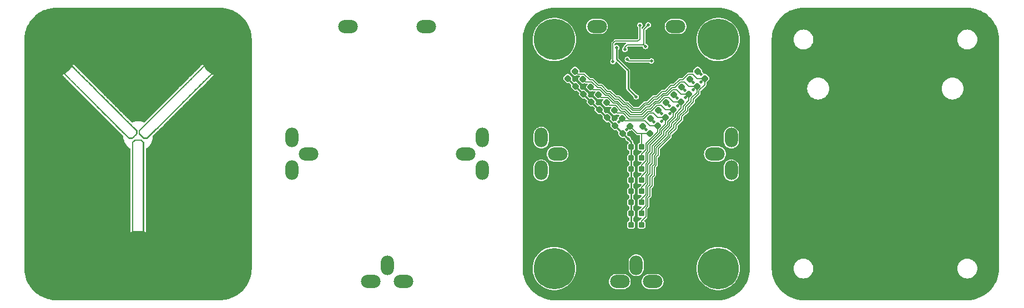
<source format=gtl>
%TF.GenerationSoftware,KiCad,Pcbnew,(6.0.4-0)*%
%TF.CreationDate,2022-05-06T03:23:39+03:00*%
%TF.ProjectId,Flux_Capacitor_Mini,466c7578-5f43-4617-9061-6369746f725f,4*%
%TF.SameCoordinates,PX55d4a80PY7270e00*%
%TF.FileFunction,Copper,L1,Top*%
%TF.FilePolarity,Positive*%
%FSLAX46Y46*%
G04 Gerber Fmt 4.6, Leading zero omitted, Abs format (unit mm)*
G04 Created by KiCad (PCBNEW (6.0.4-0)) date 2022-05-06 03:23:39*
%MOMM*%
%LPD*%
G01*
G04 APERTURE LIST*
G04 Aperture macros list*
%AMRoundRect*
0 Rectangle with rounded corners*
0 $1 Rounding radius*
0 $2 $3 $4 $5 $6 $7 $8 $9 X,Y pos of 4 corners*
0 Add a 4 corners polygon primitive as box body*
4,1,4,$2,$3,$4,$5,$6,$7,$8,$9,$2,$3,0*
0 Add four circle primitives for the rounded corners*
1,1,$1+$1,$2,$3*
1,1,$1+$1,$4,$5*
1,1,$1+$1,$6,$7*
1,1,$1+$1,$8,$9*
0 Add four rect primitives between the rounded corners*
20,1,$1+$1,$2,$3,$4,$5,0*
20,1,$1+$1,$4,$5,$6,$7,0*
20,1,$1+$1,$6,$7,$8,$9,0*
20,1,$1+$1,$8,$9,$2,$3,0*%
G04 Aperture macros list end*
%TA.AperFunction,SMDPad,CuDef*%
%ADD10RoundRect,0.218750X0.008839X-0.318198X0.318198X-0.008839X-0.008839X0.318198X-0.318198X0.008839X0*%
%TD*%
%TA.AperFunction,SMDPad,CuDef*%
%ADD11RoundRect,0.218750X-0.218750X-0.231250X0.218750X-0.231250X0.218750X0.231250X-0.218750X0.231250X0*%
%TD*%
%TA.AperFunction,SMDPad,CuDef*%
%ADD12RoundRect,0.218750X-0.318198X-0.008839X-0.008839X-0.318198X0.318198X0.008839X0.008839X0.318198X0*%
%TD*%
%TA.AperFunction,SMDPad,CuDef*%
%ADD13RoundRect,1.000000X0.500000X0.000000X-0.500000X0.000000X-0.500000X0.000000X0.500000X0.000000X0*%
%TD*%
%TA.AperFunction,SMDPad,CuDef*%
%ADD14RoundRect,1.000000X0.000000X-0.500000X0.000000X0.500000X0.000000X0.500000X0.000000X-0.500000X0*%
%TD*%
%TA.AperFunction,SMDPad,CuDef*%
%ADD15RoundRect,1.000000X-0.500000X0.000000X0.500000X0.000000X0.500000X0.000000X-0.500000X0.000000X0*%
%TD*%
%TA.AperFunction,SMDPad,CuDef*%
%ADD16RoundRect,1.000000X0.000000X0.500000X0.000000X-0.500000X0.000000X-0.500000X0.000000X0.500000X0*%
%TD*%
%TA.AperFunction,ComponentPad*%
%ADD17C,6.300000*%
%TD*%
%TA.AperFunction,ViaPad*%
%ADD18C,0.500000*%
%TD*%
%TA.AperFunction,Conductor*%
%ADD19C,0.250000*%
%TD*%
%TA.AperFunction,Conductor*%
%ADD20C,0.160000*%
%TD*%
%TA.AperFunction,Conductor*%
%ADD21C,0.200000*%
%TD*%
G04 APERTURE END LIST*
G36*
X160297Y40032350D02*
G01*
X177797Y40426050D01*
X233845Y40847690D01*
X279389Y41052160D01*
X324934Y41256630D01*
X388372Y41457290D01*
X451809Y41657950D01*
X612687Y42045934D01*
X710087Y42232963D01*
X807487Y42419993D01*
X921591Y42599042D01*
X1035695Y42778090D01*
X1163289Y42944246D01*
X1290882Y43110402D01*
X1433650Y43266357D01*
X1576417Y43422313D01*
X1732843Y43565524D01*
X1889270Y43708735D01*
X2055456Y43836271D01*
X2221642Y43963806D01*
X2578428Y44191244D01*
X2954032Y44386852D01*
X3150503Y44468149D01*
X3346974Y44549447D01*
X3545114Y44611949D01*
X3743254Y44674452D01*
X3949014Y44720246D01*
X4154775Y44766040D01*
X4364346Y44793823D01*
X4573917Y44821607D01*
X4970197Y44839281D01*
X17501512Y44839289D01*
X30032828Y44839297D01*
X30207863Y44831774D01*
X30237961Y44830472D01*
X30267130Y44829196D01*
X30294882Y44827967D01*
X30320728Y44826807D01*
X30344182Y44825740D01*
X30364754Y44824787D01*
X30381958Y44823970D01*
X30395306Y44823312D01*
X30404310Y44822836D01*
X30407030Y44822672D01*
X30413112Y44822108D01*
X30423732Y44820932D01*
X30438411Y44819209D01*
X30456667Y44816999D01*
X30478022Y44814365D01*
X30501995Y44811370D01*
X30528105Y44808075D01*
X30555873Y44804543D01*
X30584818Y44800836D01*
X30614461Y44797017D01*
X30644320Y44793146D01*
X30673916Y44789288D01*
X30702768Y44785504D01*
X30730397Y44781855D01*
X30756321Y44778406D01*
X30780062Y44775216D01*
X30801139Y44772350D01*
X30819071Y44769869D01*
X30833379Y44767835D01*
X30843581Y44766311D01*
X30849034Y44765392D01*
X30853683Y44764412D01*
X30862885Y44762418D01*
X30876231Y44759501D01*
X30893315Y44755751D01*
X30913730Y44751256D01*
X30937069Y44746107D01*
X30962925Y44740394D01*
X30990890Y44734205D01*
X31020558Y44727632D01*
X31051521Y44720763D01*
X31061146Y44718627D01*
X31259285Y44674631D01*
X31459966Y44611213D01*
X31660646Y44547796D01*
X31854874Y44467261D01*
X32049102Y44386727D01*
X32236539Y44289100D01*
X32423975Y44191473D01*
X32602436Y44077697D01*
X32780898Y43963921D01*
X32947091Y43836322D01*
X33113285Y43708724D01*
X33269704Y43565536D01*
X33426122Y43422348D01*
X33568997Y43266265D01*
X33711872Y43110181D01*
X33839360Y42944136D01*
X33966848Y42778090D01*
X34080903Y42599131D01*
X34194959Y42420172D01*
X34389853Y42045934D01*
X34470296Y41851942D01*
X34550740Y41657950D01*
X34614951Y41454366D01*
X34679162Y41250781D01*
X34725027Y41042886D01*
X34770892Y40834990D01*
X34824936Y40423510D01*
X34842196Y40034890D01*
X34842196Y4965110D01*
X34824936Y4576490D01*
X34797915Y4370750D01*
X34770895Y4165010D01*
X34724239Y3954190D01*
X34677584Y3743370D01*
X34614134Y3542710D01*
X34550683Y3342050D01*
X34470343Y3148202D01*
X34390002Y2954354D01*
X34292480Y2767092D01*
X34194959Y2579829D01*
X34080889Y2400870D01*
X33966819Y2221910D01*
X33839451Y2055988D01*
X33712084Y1890066D01*
X33569103Y1733866D01*
X33426122Y1577667D01*
X33269522Y1434306D01*
X33112923Y1290946D01*
X32946910Y1163517D01*
X32780898Y1036087D01*
X32602436Y922308D01*
X32423975Y808528D01*
X32236539Y710901D01*
X32049102Y613274D01*
X31854874Y532740D01*
X31660646Y452205D01*
X31459966Y388788D01*
X31259285Y325370D01*
X31061146Y281374D01*
X31029869Y274434D01*
X30999763Y267761D01*
X30971237Y261446D01*
X30944695Y255578D01*
X30920547Y250248D01*
X30899198Y245544D01*
X30881056Y241558D01*
X30866529Y238377D01*
X30856022Y236093D01*
X30849944Y234795D01*
X30849034Y234609D01*
X30843176Y233627D01*
X30832757Y232076D01*
X30818256Y230018D01*
X30800156Y227516D01*
X30778934Y224632D01*
X30755073Y221429D01*
X30729051Y217967D01*
X30701350Y214311D01*
X30672449Y210521D01*
X30642829Y206661D01*
X30612969Y202792D01*
X30583350Y198976D01*
X30554453Y195277D01*
X30526756Y191755D01*
X30500741Y188474D01*
X30476888Y185495D01*
X30455677Y182881D01*
X30437588Y180694D01*
X30423100Y178996D01*
X30412696Y177850D01*
X30407030Y177329D01*
X30400382Y176951D01*
X30389146Y176381D01*
X30373809Y175641D01*
X30354860Y174754D01*
X30332786Y173740D01*
X30308076Y172624D01*
X30281216Y171427D01*
X30252695Y170172D01*
X30223000Y168880D01*
X30207863Y168227D01*
X30032828Y160704D01*
X4944794Y161364D01*
X4578238Y177984D01*
X4164936Y232170D01*
X3957905Y277837D01*
X3750875Y323504D01*
X3548924Y387028D01*
X3346974Y450552D01*
X3150503Y531850D01*
X2954032Y613149D01*
X2578428Y808757D01*
X2221642Y1036195D01*
X2055475Y1163716D01*
X1889308Y1291236D01*
X1577374Y1576750D01*
X1290834Y1889648D01*
X1163276Y2055779D01*
X1035719Y2221910D01*
X807487Y2580008D01*
X710087Y2767038D01*
X612687Y2954067D01*
X532243Y3148059D01*
X451799Y3342050D01*
X323377Y3749220D01*
X231647Y4165010D01*
X177573Y4576490D01*
X160357Y4965110D01*
X160306Y34570435D01*
X5964044Y34570435D01*
X5965779Y34568593D01*
X5971060Y34563208D01*
X5979841Y34554328D01*
X5992074Y34541999D01*
X6007712Y34526269D01*
X6026707Y34507186D01*
X6049012Y34484797D01*
X6074580Y34459149D01*
X6103363Y34430290D01*
X6135313Y34398266D01*
X6170384Y34363126D01*
X6208528Y34324916D01*
X6249698Y34283685D01*
X6293846Y34239479D01*
X6340925Y34192346D01*
X6390888Y34142333D01*
X6443687Y34089487D01*
X6499275Y34033857D01*
X6557604Y33975489D01*
X6618627Y33914430D01*
X6682297Y33850728D01*
X6748567Y33784431D01*
X6817388Y33715586D01*
X6888714Y33644240D01*
X6962497Y33570440D01*
X7038691Y33494234D01*
X7117246Y33415670D01*
X7198117Y33334794D01*
X7281255Y33251654D01*
X7366614Y33166297D01*
X7454146Y33078772D01*
X7543804Y32989124D01*
X7635539Y32897402D01*
X7729306Y32803652D01*
X7825056Y32707923D01*
X7922742Y32610262D01*
X8022317Y32510715D01*
X8123734Y32409331D01*
X8226944Y32306157D01*
X8331902Y32201239D01*
X8438558Y32094626D01*
X8546866Y31986365D01*
X8656779Y31876504D01*
X8768249Y31765088D01*
X8881229Y31652167D01*
X8995671Y31537787D01*
X9111528Y31421995D01*
X9228753Y31304840D01*
X9347299Y31186368D01*
X9467117Y31066627D01*
X9588160Y30945664D01*
X9710382Y30823527D01*
X9833735Y30700262D01*
X9958171Y30575918D01*
X10083643Y30450542D01*
X10210104Y30324180D01*
X10337506Y30196881D01*
X10465803Y30068692D01*
X10592380Y29942223D01*
X15222662Y25315956D01*
X15234193Y25291643D01*
X15245725Y25267330D01*
X15255384Y25114930D01*
X15265044Y24962530D01*
X15323186Y24666766D01*
X15370995Y24526316D01*
X15418803Y24385866D01*
X15553483Y24114170D01*
X15633533Y23995237D01*
X15713582Y23876304D01*
X15810390Y23765916D01*
X15907199Y23655528D01*
X16128429Y23461696D01*
X16207126Y23409243D01*
X16285824Y23356791D01*
X16301431Y23335487D01*
X16308285Y23325543D01*
X16314065Y23316076D01*
X16317981Y23308434D01*
X16319119Y23305237D01*
X16319178Y23302454D01*
X16319236Y23294660D01*
X16319294Y23281922D01*
X16319352Y23264307D01*
X16319410Y23241885D01*
X16319467Y23214723D01*
X16319523Y23182889D01*
X16319579Y23146451D01*
X16319634Y23105478D01*
X16319689Y23060036D01*
X16319744Y23010195D01*
X16319798Y22956022D01*
X16319851Y22897585D01*
X16319903Y22834953D01*
X16319955Y22768193D01*
X16320007Y22697373D01*
X16320057Y22622561D01*
X16320107Y22543826D01*
X16320156Y22461235D01*
X16320205Y22374856D01*
X16320253Y22284758D01*
X16320299Y22191008D01*
X16320345Y22093675D01*
X16320391Y21992826D01*
X16320435Y21888530D01*
X16320478Y21780854D01*
X16320521Y21669867D01*
X16320562Y21555636D01*
X16320603Y21438230D01*
X16320643Y21317716D01*
X16320681Y21194163D01*
X16320719Y21067638D01*
X16320755Y20938210D01*
X16320791Y20805947D01*
X16320825Y20670917D01*
X16320859Y20533187D01*
X16320891Y20392826D01*
X16320922Y20249902D01*
X16320951Y20104482D01*
X16320980Y19956635D01*
X16321007Y19806429D01*
X16321033Y19653932D01*
X16321058Y19499212D01*
X16321082Y19342336D01*
X16321104Y19183374D01*
X16321125Y19022392D01*
X16321144Y18859459D01*
X16321162Y18694643D01*
X16321179Y18528012D01*
X16321194Y18359635D01*
X16321208Y18189578D01*
X16321220Y18017910D01*
X16321231Y17844699D01*
X16321240Y17670013D01*
X16321247Y17493920D01*
X16321253Y17316489D01*
X16321258Y17137786D01*
X16321261Y16957881D01*
X16321261Y16924065D01*
X16321264Y16717912D01*
X16321269Y16514259D01*
X16321275Y16313156D01*
X16321283Y16114650D01*
X16321293Y15918789D01*
X16321305Y15725620D01*
X16321318Y15535191D01*
X16321333Y15347550D01*
X16321350Y15162744D01*
X16321368Y14980822D01*
X16321388Y14801830D01*
X16321410Y14625817D01*
X16321433Y14452830D01*
X16321458Y14282917D01*
X16321485Y14116126D01*
X16321512Y13952504D01*
X16321542Y13792100D01*
X16321573Y13634960D01*
X16321605Y13481132D01*
X16321639Y13330665D01*
X16321675Y13183606D01*
X16321711Y13040002D01*
X16321750Y12899901D01*
X16321789Y12763352D01*
X16321830Y12630401D01*
X16321873Y12501096D01*
X16321917Y12375486D01*
X16321962Y12253617D01*
X16322008Y12135538D01*
X16322056Y12021296D01*
X16322105Y11910938D01*
X16322155Y11804514D01*
X16322207Y11702069D01*
X16322259Y11603653D01*
X16322313Y11509312D01*
X16322368Y11419095D01*
X16322425Y11333049D01*
X16322482Y11251221D01*
X16322541Y11173660D01*
X16322601Y11100414D01*
X16322661Y11031529D01*
X16322723Y10967053D01*
X16322786Y10907035D01*
X16322850Y10851522D01*
X16322915Y10800562D01*
X16322982Y10754201D01*
X16323049Y10712489D01*
X16323117Y10675473D01*
X16323186Y10643201D01*
X16323256Y10615719D01*
X16323327Y10593076D01*
X16323398Y10575320D01*
X16323471Y10562498D01*
X16323545Y10554658D01*
X16323619Y10551848D01*
X16323623Y10551840D01*
X16326457Y10552650D01*
X16333554Y10554960D01*
X16344385Y10558588D01*
X16358419Y10563354D01*
X16375124Y10569079D01*
X16393971Y10575581D01*
X16414429Y10582680D01*
X16419518Y10584452D01*
X16441753Y10592103D01*
X16463793Y10599506D01*
X16484871Y10606417D01*
X16504223Y10612593D01*
X16521084Y10617788D01*
X16534687Y10621759D01*
X16544229Y10624252D01*
X16575347Y10631441D01*
X16575377Y17455916D01*
X16776027Y17455916D01*
X16776028Y17223730D01*
X16776029Y16996575D01*
X16776031Y16774402D01*
X16776034Y16557163D01*
X16776038Y16344809D01*
X16776042Y16137291D01*
X16776048Y15934559D01*
X16776055Y15736566D01*
X16776062Y15543262D01*
X16776071Y15354598D01*
X16776080Y15170526D01*
X16776091Y14990997D01*
X16776103Y14815962D01*
X16776115Y14645372D01*
X16776129Y14479178D01*
X16776144Y14317332D01*
X16776161Y14159785D01*
X16776178Y14006487D01*
X16776197Y13857390D01*
X16776217Y13712445D01*
X16776238Y13571604D01*
X16776260Y13434817D01*
X16776284Y13302036D01*
X16776309Y13173212D01*
X16776335Y13048295D01*
X16776363Y12927238D01*
X16776392Y12809991D01*
X16776422Y12696505D01*
X16776454Y12586732D01*
X16776488Y12480623D01*
X16776522Y12378129D01*
X16776559Y12279201D01*
X16776597Y12183790D01*
X16776636Y12091848D01*
X16776677Y12003325D01*
X16776720Y11918173D01*
X16776764Y11836343D01*
X16776810Y11757786D01*
X16776857Y11682453D01*
X16776907Y11610296D01*
X16776958Y11541265D01*
X16777010Y11475313D01*
X16777065Y11412389D01*
X16777121Y11352445D01*
X16777179Y11295432D01*
X16777239Y11241302D01*
X16777300Y11190006D01*
X16777364Y11141494D01*
X16777429Y11095718D01*
X16777497Y11052629D01*
X16777566Y11012179D01*
X16777637Y10974318D01*
X16777711Y10938997D01*
X16777786Y10906168D01*
X16777863Y10875783D01*
X16777942Y10847791D01*
X16778024Y10822144D01*
X16778107Y10798794D01*
X16778193Y10777692D01*
X16778281Y10758788D01*
X16778371Y10742034D01*
X16778463Y10727381D01*
X16778557Y10714781D01*
X16778654Y10704184D01*
X16778753Y10695541D01*
X16778854Y10688804D01*
X16778957Y10683924D01*
X16779063Y10680852D01*
X16779171Y10679540D01*
X16779202Y10679481D01*
X16782471Y10680371D01*
X16789972Y10682242D01*
X16800993Y10684924D01*
X16814818Y10688242D01*
X16830734Y10692025D01*
X16843344Y10694999D01*
X16855069Y10697739D01*
X16865756Y10700173D01*
X16875864Y10702371D01*
X16885851Y10704399D01*
X16896177Y10706327D01*
X16907300Y10708221D01*
X16919678Y10710150D01*
X16933771Y10712182D01*
X16950037Y10714385D01*
X16968934Y10716826D01*
X16990921Y10719573D01*
X17016457Y10722696D01*
X17046001Y10726260D01*
X17080011Y10730335D01*
X17089749Y10731499D01*
X17275187Y10753666D01*
X17490781Y10754422D01*
X17706375Y10755179D01*
X17903572Y10732109D01*
X17939824Y10727865D01*
X17971464Y10724145D01*
X17998930Y10720888D01*
X18022657Y10718028D01*
X18043079Y10715503D01*
X18060634Y10713249D01*
X18075757Y10711202D01*
X18088883Y10709300D01*
X18100448Y10707479D01*
X18110888Y10705676D01*
X18120638Y10703826D01*
X18130135Y10701866D01*
X18139813Y10699734D01*
X18150109Y10697366D01*
X18161458Y10694697D01*
X18163006Y10694331D01*
X18225242Y10679624D01*
X18225878Y17456579D01*
X18226513Y24233533D01*
X18078551Y24381497D01*
X17930589Y24529460D01*
X17071950Y24529460D01*
X16923989Y24381497D01*
X16776027Y24233534D01*
X16776027Y17455916D01*
X16575377Y17455916D01*
X16575377Y17459166D01*
X16575379Y17688051D01*
X16575380Y17911910D01*
X16575383Y18130796D01*
X16575386Y18344763D01*
X16575389Y18553865D01*
X16575394Y18758155D01*
X16575399Y18957687D01*
X16575404Y19152514D01*
X16575411Y19342691D01*
X16575418Y19528270D01*
X16575426Y19709306D01*
X16575434Y19885851D01*
X16575444Y20057961D01*
X16575455Y20225687D01*
X16575466Y20389085D01*
X16575478Y20548207D01*
X16575492Y20703108D01*
X16575506Y20853841D01*
X16575521Y21000459D01*
X16575537Y21143016D01*
X16575555Y21281566D01*
X16575573Y21416162D01*
X16575593Y21546859D01*
X16575614Y21673710D01*
X16575636Y21796767D01*
X16575659Y21916086D01*
X16575684Y22031720D01*
X16575709Y22143722D01*
X16575736Y22252145D01*
X16575765Y22357045D01*
X16575794Y22458474D01*
X16575825Y22556485D01*
X16575858Y22651133D01*
X16575892Y22742471D01*
X16575927Y22830553D01*
X16575964Y22915433D01*
X16576003Y22997164D01*
X16576043Y23075799D01*
X16576084Y23151393D01*
X16576127Y23223998D01*
X16576172Y23293670D01*
X16576219Y23360461D01*
X16576267Y23424424D01*
X16576317Y23485615D01*
X16576368Y23544085D01*
X16576422Y23599889D01*
X16576477Y23653081D01*
X16576534Y23703714D01*
X16576593Y23751842D01*
X16576654Y23797518D01*
X16576717Y23840797D01*
X16576781Y23881731D01*
X16576848Y23920374D01*
X16576917Y23956780D01*
X16576987Y23991003D01*
X16577060Y24023097D01*
X16577135Y24053114D01*
X16577212Y24081109D01*
X16577291Y24107135D01*
X16577372Y24131246D01*
X16577456Y24153495D01*
X16577541Y24173937D01*
X16577629Y24192624D01*
X16577720Y24209611D01*
X16577812Y24224950D01*
X16577907Y24238697D01*
X16578004Y24250904D01*
X16578104Y24261624D01*
X16578206Y24270913D01*
X16578311Y24278822D01*
X16578418Y24285407D01*
X16578527Y24290720D01*
X16578639Y24294816D01*
X16578754Y24297747D01*
X16578871Y24299567D01*
X16578967Y24300261D01*
X16582560Y24310897D01*
X16587414Y24321930D01*
X16589393Y24325661D01*
X16592478Y24329669D01*
X16599121Y24337153D01*
X16609249Y24348038D01*
X16622787Y24362247D01*
X16639662Y24379705D01*
X16659801Y24400337D01*
X16683129Y24424065D01*
X16709573Y24450815D01*
X16739058Y24480511D01*
X16771512Y24513076D01*
X16783308Y24524888D01*
X16813405Y24555002D01*
X16840139Y24581729D01*
X16863733Y24605284D01*
X16884410Y24625877D01*
X16902392Y24643722D01*
X16917901Y24659031D01*
X16931162Y24672017D01*
X16942395Y24682892D01*
X16951825Y24691870D01*
X16959673Y24699163D01*
X16966162Y24704983D01*
X16971516Y24709543D01*
X16975956Y24713056D01*
X16979706Y24715734D01*
X16982988Y24717791D01*
X16986025Y24719438D01*
X16988138Y24720468D01*
X17005920Y24728850D01*
X17996726Y24728850D01*
X18014160Y24720269D01*
X18017170Y24718687D01*
X18020393Y24716732D01*
X18024051Y24714191D01*
X18028364Y24710853D01*
X18033556Y24706507D01*
X18039847Y24700939D01*
X18047460Y24693938D01*
X18056616Y24685293D01*
X18067537Y24674791D01*
X18080444Y24662220D01*
X18095561Y24647369D01*
X18113107Y24630026D01*
X18133306Y24609978D01*
X18156378Y24587014D01*
X18182546Y24560922D01*
X18212032Y24531490D01*
X18218842Y24524689D01*
X18248386Y24495138D01*
X18276067Y24467356D01*
X18301713Y24441521D01*
X18325148Y24417812D01*
X18346197Y24396408D01*
X18364687Y24377487D01*
X18380442Y24361227D01*
X18393288Y24347808D01*
X18403050Y24337409D01*
X18409554Y24330207D01*
X18412626Y24326382D01*
X18412699Y24326260D01*
X18417155Y24317070D01*
X18421348Y24306025D01*
X18423250Y24299692D01*
X18423381Y24298872D01*
X18423509Y24297393D01*
X18423634Y24295199D01*
X18423757Y24292235D01*
X18423876Y24288446D01*
X18423993Y24283775D01*
X18424107Y24278167D01*
X18424219Y24271566D01*
X18424327Y24263917D01*
X18424434Y24255165D01*
X18424537Y24245254D01*
X18424638Y24234127D01*
X18424736Y24221731D01*
X18424832Y24208008D01*
X18424925Y24192904D01*
X18425016Y24176363D01*
X18425105Y24158330D01*
X18425191Y24138748D01*
X18425274Y24117562D01*
X18425356Y24094718D01*
X18425435Y24070158D01*
X18425512Y24043828D01*
X18425586Y24015672D01*
X18425659Y23985634D01*
X18425729Y23953659D01*
X18425797Y23919692D01*
X18425863Y23883676D01*
X18425927Y23845557D01*
X18425989Y23805278D01*
X18426049Y23762784D01*
X18426107Y23718019D01*
X18426162Y23670929D01*
X18426217Y23621457D01*
X18426269Y23569547D01*
X18426319Y23515145D01*
X18426368Y23458195D01*
X18426414Y23398640D01*
X18426459Y23336426D01*
X18426502Y23271497D01*
X18426544Y23203798D01*
X18426584Y23133272D01*
X18426622Y23059864D01*
X18426659Y22983520D01*
X18426694Y22904182D01*
X18426728Y22821796D01*
X18426760Y22736306D01*
X18426791Y22647656D01*
X18426820Y22555791D01*
X18426848Y22460656D01*
X18426874Y22362194D01*
X18426899Y22260350D01*
X18426923Y22155069D01*
X18426946Y22046296D01*
X18426967Y21933973D01*
X18426987Y21818046D01*
X18427006Y21698460D01*
X18427024Y21575159D01*
X18427041Y21448086D01*
X18427056Y21317188D01*
X18427071Y21182407D01*
X18427084Y21043689D01*
X18427097Y20900978D01*
X18427109Y20754218D01*
X18427119Y20603354D01*
X18427129Y20448331D01*
X18427138Y20289092D01*
X18427146Y20125582D01*
X18427154Y19957746D01*
X18427160Y19785527D01*
X18427166Y19608871D01*
X18427171Y19427722D01*
X18427176Y19242025D01*
X18427180Y19051723D01*
X18427183Y18856761D01*
X18427186Y18657083D01*
X18427188Y18452635D01*
X18427190Y18243360D01*
X18427191Y18029204D01*
X18427192Y17810109D01*
X18427192Y10631432D01*
X18458310Y10624321D01*
X18467903Y10621831D01*
X18481517Y10617874D01*
X18498387Y10612692D01*
X18517752Y10606528D01*
X18538847Y10599625D01*
X18560910Y10592226D01*
X18583177Y10584574D01*
X18583317Y10584525D01*
X18604103Y10577306D01*
X18623394Y10570640D01*
X18640661Y10564706D01*
X18655377Y10559685D01*
X18667015Y10555756D01*
X18675046Y10553099D01*
X18678943Y10551894D01*
X18679211Y10551840D01*
X18679268Y10554369D01*
X18679324Y10561910D01*
X18679380Y10574395D01*
X18679436Y10591756D01*
X18679491Y10613926D01*
X18679546Y10640836D01*
X18679600Y10672418D01*
X18679653Y10708606D01*
X18679706Y10749330D01*
X18679759Y10794523D01*
X18679811Y10844116D01*
X18679862Y10898043D01*
X18679913Y10956235D01*
X18679963Y11018624D01*
X18680013Y11085143D01*
X18680062Y11155722D01*
X18680110Y11230296D01*
X18680157Y11308794D01*
X18680204Y11391151D01*
X18680250Y11477297D01*
X18680295Y11567165D01*
X18680339Y11660687D01*
X18680383Y11757796D01*
X18680425Y11858422D01*
X18680467Y11962498D01*
X18680508Y12069957D01*
X18680548Y12180730D01*
X18680587Y12294750D01*
X18680625Y12411948D01*
X18680662Y12532257D01*
X18680698Y12655609D01*
X18680733Y12781935D01*
X18680767Y12911169D01*
X18680800Y13043242D01*
X18680832Y13178085D01*
X18680863Y13315632D01*
X18680893Y13455815D01*
X18680921Y13598565D01*
X18680948Y13743814D01*
X18680975Y13891495D01*
X18681000Y14041539D01*
X18681023Y14193880D01*
X18681046Y14348448D01*
X18681067Y14505176D01*
X18681087Y14663997D01*
X18681105Y14824841D01*
X18681123Y14987642D01*
X18681138Y15152331D01*
X18681153Y15318841D01*
X18681166Y15487103D01*
X18681178Y15657049D01*
X18681188Y15828613D01*
X18681197Y16001725D01*
X18681204Y16176318D01*
X18681210Y16352324D01*
X18681214Y16529676D01*
X18681217Y16708304D01*
X18681218Y16888142D01*
X18681218Y23290801D01*
X18690262Y23315422D01*
X18696421Y23330568D01*
X18702204Y23341279D01*
X18707409Y23347675D01*
X18711311Y23350792D01*
X18718921Y23356367D01*
X18729718Y23364038D01*
X18743186Y23373444D01*
X18758804Y23384223D01*
X18776056Y23396012D01*
X18794421Y23408450D01*
X18796799Y23410053D01*
X18878087Y23464799D01*
X19095541Y23655713D01*
X19191920Y23765562D01*
X19288299Y23875410D01*
X19369980Y23997039D01*
X19451660Y24118667D01*
X19517699Y24252309D01*
X19583739Y24385950D01*
X19631501Y24526225D01*
X19679262Y24666499D01*
X19708360Y24814515D01*
X19737458Y24962530D01*
X19746767Y25108580D01*
X19748753Y25139621D01*
X19750470Y25166047D01*
X19751962Y25188314D01*
X19753274Y25206876D01*
X19754450Y25222190D01*
X19755534Y25234711D01*
X19756572Y25244893D01*
X19757606Y25253194D01*
X19758682Y25260067D01*
X19759845Y25265968D01*
X19761137Y25271354D01*
X19762605Y25276678D01*
X19763431Y25279501D01*
X19767016Y25290664D01*
X19770684Y25300479D01*
X19773898Y25307579D01*
X19775397Y25309981D01*
X19777335Y25311950D01*
X19782812Y25317455D01*
X19791772Y25326439D01*
X19804160Y25338848D01*
X19819921Y25354626D01*
X19838999Y25373719D01*
X19861339Y25396071D01*
X19886886Y25421626D01*
X19915585Y25450329D01*
X19947379Y25482126D01*
X19982215Y25516960D01*
X20020036Y25554777D01*
X20060787Y25595521D01*
X20104413Y25639137D01*
X20150858Y25685570D01*
X20200068Y25734764D01*
X20251987Y25786664D01*
X20306559Y25841215D01*
X20363729Y25898361D01*
X20423443Y25958048D01*
X20485644Y26020219D01*
X20550278Y26084820D01*
X20617288Y26151796D01*
X20686620Y26221090D01*
X20758219Y26292649D01*
X20832029Y26366416D01*
X20907994Y26442336D01*
X20986060Y26520354D01*
X21066171Y26600415D01*
X21148272Y26682463D01*
X21232308Y26766443D01*
X21318222Y26852300D01*
X21405961Y26939979D01*
X21495468Y27029424D01*
X21586688Y27120580D01*
X21679566Y27213391D01*
X21774047Y27307803D01*
X21870075Y27403760D01*
X21967596Y27501207D01*
X22066552Y27600089D01*
X22166891Y27700350D01*
X22268555Y27801934D01*
X22371490Y27904788D01*
X22475640Y28008855D01*
X22580950Y28114080D01*
X22687366Y28220408D01*
X22794830Y28327783D01*
X22903289Y28436151D01*
X23012687Y28545456D01*
X23122968Y28655642D01*
X23191505Y28724119D01*
X23377536Y28909989D01*
X23560000Y29092295D01*
X23738922Y29271063D01*
X23914329Y29446320D01*
X24086247Y29618092D01*
X24254702Y29786405D01*
X24419722Y29951286D01*
X24581332Y30112761D01*
X24739559Y30270856D01*
X24894428Y30425598D01*
X25045967Y30577013D01*
X25194202Y30725127D01*
X25339159Y30869967D01*
X25480864Y31011559D01*
X25619344Y31149930D01*
X25754626Y31285105D01*
X25886734Y31417112D01*
X26015697Y31545976D01*
X26141540Y31671723D01*
X26264289Y31794381D01*
X26383971Y31913976D01*
X26500613Y32030533D01*
X26614240Y32144079D01*
X26724879Y32254641D01*
X26832556Y32362244D01*
X26937298Y32466916D01*
X27039131Y32568682D01*
X27138082Y32667569D01*
X27234176Y32763604D01*
X27327441Y32856812D01*
X27417902Y32947220D01*
X27505585Y33034854D01*
X27590518Y33119740D01*
X27672727Y33201906D01*
X27752237Y33281377D01*
X27829076Y33358179D01*
X27903269Y33432339D01*
X27974843Y33503884D01*
X28043824Y33572839D01*
X28110239Y33639232D01*
X28174115Y33703087D01*
X28235476Y33764433D01*
X28294350Y33823294D01*
X28350764Y33879698D01*
X28404742Y33933670D01*
X28456313Y33985237D01*
X28505501Y34034426D01*
X28552335Y34081262D01*
X28596839Y34125773D01*
X28639040Y34167984D01*
X28678965Y34207921D01*
X28716639Y34245612D01*
X28752090Y34281082D01*
X28785344Y34314358D01*
X28816427Y34345466D01*
X28845365Y34374433D01*
X28872184Y34401284D01*
X28896912Y34426047D01*
X28919574Y34448747D01*
X28940197Y34469410D01*
X28958807Y34488064D01*
X28975431Y34504735D01*
X28990094Y34519448D01*
X29002824Y34532231D01*
X29013646Y34543109D01*
X29022587Y34552109D01*
X29029673Y34559257D01*
X29034931Y34564579D01*
X29038386Y34568103D01*
X29040066Y34569854D01*
X29040250Y34570072D01*
X29038013Y34571421D01*
X29031692Y34574715D01*
X29021786Y34579705D01*
X29008794Y34586145D01*
X28993215Y34593788D01*
X28975550Y34602386D01*
X28956297Y34611691D01*
X28953246Y34613160D01*
X28932179Y34623401D01*
X28911256Y34633764D01*
X28891234Y34643858D01*
X28872875Y34653295D01*
X28856938Y34661683D01*
X28844181Y34668634D01*
X28836307Y34673181D01*
X28806247Y34691393D01*
X27386976Y33271202D01*
X27337453Y33221646D01*
X27284427Y33168584D01*
X27227986Y33112104D01*
X27168218Y33052293D01*
X27105210Y32989240D01*
X27039051Y32923033D01*
X26969828Y32853758D01*
X26897629Y32781505D01*
X26822542Y32706361D01*
X26744655Y32628414D01*
X26664055Y32547751D01*
X26580830Y32464461D01*
X26495069Y32378632D01*
X26406858Y32290351D01*
X26316286Y32199707D01*
X26223440Y32106786D01*
X26128409Y32011678D01*
X26031279Y31914470D01*
X25932140Y31815249D01*
X25831078Y31714104D01*
X25728181Y31611122D01*
X25623538Y31506392D01*
X25517236Y31400002D01*
X25409363Y31292038D01*
X25300006Y31182590D01*
X25189254Y31071744D01*
X25077195Y30959589D01*
X24963915Y30846213D01*
X24849503Y30731704D01*
X24734047Y30616149D01*
X24617634Y30499636D01*
X24500353Y30382253D01*
X24382291Y30264089D01*
X24263536Y30145230D01*
X24144175Y30025765D01*
X24024297Y29905782D01*
X23903989Y29785369D01*
X23783339Y29664613D01*
X23662435Y29543602D01*
X23541365Y29422424D01*
X23420217Y29301168D01*
X23299077Y29179920D01*
X23178035Y29058770D01*
X23057178Y28937803D01*
X22936593Y28817110D01*
X22816369Y28696777D01*
X22696594Y28576892D01*
X22577354Y28457544D01*
X22458738Y28338819D01*
X22452765Y28332840D01*
X22314328Y28194277D01*
X22179437Y28059264D01*
X22048048Y27927760D01*
X21920118Y27799719D01*
X21795604Y27675098D01*
X21674461Y27553854D01*
X21556645Y27435943D01*
X21442114Y27321322D01*
X21330824Y27209946D01*
X21222731Y27101773D01*
X21117790Y26996759D01*
X21015960Y26894859D01*
X20917195Y26796031D01*
X20821452Y26700231D01*
X20728688Y26607414D01*
X20638859Y26517539D01*
X20551922Y26430560D01*
X20467832Y26346435D01*
X20386546Y26265120D01*
X20308020Y26186571D01*
X20232211Y26110744D01*
X20159075Y26037596D01*
X20088568Y25967084D01*
X20020647Y25899163D01*
X19955268Y25833790D01*
X19892388Y25770922D01*
X19831962Y25710514D01*
X19773947Y25652524D01*
X19718300Y25596908D01*
X19664977Y25543621D01*
X19613933Y25492621D01*
X19565126Y25443864D01*
X19518512Y25397306D01*
X19474047Y25352904D01*
X19431688Y25310613D01*
X19391390Y25270391D01*
X19353110Y25232194D01*
X19316805Y25195978D01*
X19282431Y25161699D01*
X19249944Y25129314D01*
X19219301Y25098780D01*
X19190457Y25070052D01*
X19163370Y25043088D01*
X19137995Y25017843D01*
X19114289Y24994273D01*
X19092209Y24972336D01*
X19071710Y24951988D01*
X19052749Y24933184D01*
X19035282Y24915882D01*
X19019266Y24900038D01*
X19004657Y24885608D01*
X18991411Y24872549D01*
X18979485Y24860816D01*
X18968835Y24850367D01*
X18959418Y24841158D01*
X18951189Y24833145D01*
X18944105Y24826284D01*
X18938122Y24820533D01*
X18933197Y24815846D01*
X18929286Y24812181D01*
X18926346Y24809495D01*
X18924333Y24807742D01*
X18923202Y24806881D01*
X18923112Y24806829D01*
X18912014Y24801970D01*
X18899370Y24797940D01*
X18891973Y24796324D01*
X18886572Y24795866D01*
X18876551Y24795450D01*
X18862342Y24795074D01*
X18844374Y24794740D01*
X18823080Y24794447D01*
X18798889Y24794195D01*
X18772233Y24793984D01*
X18743541Y24793814D01*
X18713246Y24793685D01*
X18681776Y24793596D01*
X18649564Y24793549D01*
X18617040Y24793542D01*
X18584634Y24793576D01*
X18552777Y24793650D01*
X18521900Y24793765D01*
X18492434Y24793921D01*
X18464810Y24794117D01*
X18439457Y24794354D01*
X18416807Y24794630D01*
X18397291Y24794948D01*
X18381339Y24795305D01*
X18369382Y24795703D01*
X18361850Y24796141D01*
X18359825Y24796385D01*
X18356146Y24797026D01*
X18352767Y24797612D01*
X18349532Y24798291D01*
X18346282Y24799211D01*
X18342860Y24800519D01*
X18339108Y24802363D01*
X18334868Y24804891D01*
X18329982Y24808249D01*
X18324292Y24812587D01*
X18317640Y24818051D01*
X18309869Y24824789D01*
X18300821Y24832949D01*
X18290338Y24842679D01*
X18278261Y24854126D01*
X18264434Y24867438D01*
X18248698Y24882762D01*
X18230896Y24900247D01*
X18210869Y24920039D01*
X18188460Y24942287D01*
X18163511Y24967138D01*
X18135864Y24994740D01*
X18105361Y25025241D01*
X18071845Y25058788D01*
X18035157Y25095529D01*
X17995140Y25135611D01*
X17965884Y25164913D01*
X17923771Y25207096D01*
X17885106Y25245840D01*
X17849740Y25281298D01*
X17817528Y25313619D01*
X17788320Y25342955D01*
X17761970Y25369457D01*
X17738330Y25393276D01*
X17717252Y25414563D01*
X17698588Y25433469D01*
X17682192Y25450145D01*
X17667916Y25464742D01*
X17655611Y25477412D01*
X17645131Y25488304D01*
X17636328Y25497571D01*
X17629055Y25505362D01*
X17623163Y25511831D01*
X17618505Y25517126D01*
X17614934Y25521400D01*
X17612302Y25524803D01*
X17610462Y25527487D01*
X17609265Y25529602D01*
X17608978Y25530220D01*
X17602880Y25544190D01*
X17602880Y25610238D01*
X17802290Y25610238D01*
X18418294Y24994280D01*
X18833239Y24994280D01*
X20216106Y26377945D01*
X20305299Y26467191D01*
X20396197Y26558143D01*
X20488744Y26650747D01*
X20582886Y26744948D01*
X20678565Y26840690D01*
X20775728Y26937917D01*
X20874318Y27036574D01*
X20974281Y27136605D01*
X21075560Y27237954D01*
X21178100Y27340567D01*
X21281846Y27444388D01*
X21386743Y27549361D01*
X21492734Y27655431D01*
X21599764Y27762542D01*
X21707778Y27870638D01*
X21816721Y27979664D01*
X21926536Y28089566D01*
X22037169Y28200286D01*
X22148564Y28311769D01*
X22260666Y28423961D01*
X22373418Y28536805D01*
X22486766Y28650246D01*
X22600654Y28764229D01*
X22715027Y28878697D01*
X22829829Y28993596D01*
X22945005Y29108870D01*
X23060499Y29224463D01*
X23176255Y29340320D01*
X23292219Y29456385D01*
X23408335Y29572603D01*
X23524548Y29688919D01*
X23640801Y29805276D01*
X23757039Y29921619D01*
X23873208Y30037893D01*
X23989251Y30154042D01*
X24105113Y30270011D01*
X24220739Y30385744D01*
X24336072Y30501185D01*
X24451059Y30616280D01*
X24565642Y30730972D01*
X24679768Y30845206D01*
X24793379Y30958926D01*
X24906422Y31072078D01*
X25018839Y31184605D01*
X25130577Y31296452D01*
X25241578Y31407564D01*
X25351789Y31517884D01*
X25461153Y31627358D01*
X25569615Y31735929D01*
X25677120Y31843543D01*
X25783612Y31950144D01*
X25889035Y32055676D01*
X25993334Y32160084D01*
X26096454Y32263311D01*
X26198339Y32365304D01*
X26298934Y32466006D01*
X26398183Y32565362D01*
X26496031Y32663315D01*
X26592422Y32759812D01*
X26687301Y32854795D01*
X26780612Y32948210D01*
X26872301Y33040001D01*
X26962310Y33130112D01*
X27050586Y33218489D01*
X27137072Y33305075D01*
X27221713Y33389815D01*
X27304454Y33472654D01*
X27385239Y33553535D01*
X27464012Y33632404D01*
X27540719Y33709204D01*
X27615303Y33783881D01*
X27687709Y33856379D01*
X27757883Y33926642D01*
X27825767Y33994615D01*
X27891308Y34060242D01*
X27954449Y34123468D01*
X28015134Y34184237D01*
X28073309Y34242494D01*
X28128918Y34298183D01*
X28181906Y34351248D01*
X28232216Y34401635D01*
X28279795Y34449287D01*
X28324585Y34494150D01*
X28366532Y34536166D01*
X28405580Y34575282D01*
X28441673Y34611442D01*
X28474757Y34644589D01*
X28504776Y34674669D01*
X28531674Y34701626D01*
X28555396Y34725404D01*
X28575886Y34745948D01*
X28593089Y34763203D01*
X28606950Y34777112D01*
X28617412Y34787621D01*
X28624421Y34794673D01*
X28627921Y34798214D01*
X28628338Y34798650D01*
X28626476Y34800479D01*
X28620842Y34804563D01*
X28612007Y34810522D01*
X28600544Y34817978D01*
X28587024Y34826551D01*
X28574993Y34834033D01*
X28564687Y34840433D01*
X28554988Y34846583D01*
X28545537Y34852749D01*
X28535976Y34859198D01*
X28525948Y34866198D01*
X28515095Y34874016D01*
X28503059Y34882918D01*
X28489482Y34893171D01*
X28474006Y34905044D01*
X28456274Y34918802D01*
X28435928Y34934713D01*
X28412609Y34953044D01*
X28385960Y34974061D01*
X28362126Y34992892D01*
X28203360Y35118394D01*
X28060547Y35261432D01*
X27917733Y35404470D01*
X27793778Y35561268D01*
X27770736Y35590431D01*
X27750586Y35615984D01*
X27733055Y35638292D01*
X27717873Y35657719D01*
X27704769Y35674631D01*
X27693470Y35689393D01*
X27683706Y35702369D01*
X27675205Y35713926D01*
X27667695Y35724428D01*
X27660906Y35734240D01*
X27654566Y35743727D01*
X27648403Y35753255D01*
X27642146Y35763188D01*
X27635524Y35773891D01*
X27634617Y35775368D01*
X27625171Y35790592D01*
X27616528Y35804239D01*
X27609053Y35815753D01*
X27603115Y35824577D01*
X27599080Y35830153D01*
X27597329Y35831931D01*
X27595485Y35830121D01*
X27590096Y35824764D01*
X27581209Y35815904D01*
X27568870Y35803589D01*
X27553124Y35787864D01*
X27534018Y35768776D01*
X27511598Y35746370D01*
X27485909Y35720692D01*
X27456999Y35691789D01*
X27424912Y35659707D01*
X27389695Y35624491D01*
X27351394Y35586189D01*
X27310056Y35544845D01*
X27265725Y35500506D01*
X27218449Y35453218D01*
X27168273Y35403027D01*
X27115243Y35349980D01*
X27059405Y35294121D01*
X27000806Y35235499D01*
X26939491Y35174157D01*
X26875507Y35110143D01*
X26808899Y35043503D01*
X26739714Y34974282D01*
X26667997Y34902528D01*
X26593795Y34828285D01*
X26517154Y34751599D01*
X26438119Y34672518D01*
X26356737Y34591087D01*
X26273054Y34507352D01*
X26187116Y34421360D01*
X26098969Y34333155D01*
X26008659Y34242785D01*
X25916231Y34150296D01*
X25821733Y34055733D01*
X25725210Y33959143D01*
X25626709Y33860571D01*
X25526274Y33760064D01*
X25423953Y33657668D01*
X25319791Y33553429D01*
X25213834Y33447393D01*
X25106129Y33339606D01*
X24996722Y33230114D01*
X24885658Y33118964D01*
X24772983Y33006200D01*
X24658744Y32891871D01*
X24542987Y32776020D01*
X24425757Y32658696D01*
X24307101Y32539942D01*
X24187065Y32419807D01*
X24065695Y32298335D01*
X23943037Y32175574D01*
X23819137Y32051568D01*
X23694041Y31926364D01*
X23567794Y31800008D01*
X23440444Y31672547D01*
X23312036Y31544026D01*
X23182617Y31414491D01*
X23052231Y31283988D01*
X22920926Y31152564D01*
X22788747Y31020265D01*
X22698825Y30930260D01*
X17802403Y26029330D01*
X17802346Y25819784D01*
X17802290Y25610238D01*
X17602880Y25610238D01*
X17602880Y26095370D01*
X17610269Y26111880D01*
X17610860Y26113083D01*
X17611676Y26114482D01*
X17612799Y26116161D01*
X17614312Y26118203D01*
X17616295Y26120692D01*
X17618833Y26123709D01*
X17622006Y26127337D01*
X17625898Y26131661D01*
X17630590Y26136762D01*
X17636165Y26142724D01*
X17642705Y26149630D01*
X17650292Y26157563D01*
X17659009Y26166605D01*
X17668938Y26176839D01*
X17680161Y26188350D01*
X17692760Y26201218D01*
X17706818Y26215528D01*
X17722417Y26231363D01*
X17739638Y26248805D01*
X17758566Y26267937D01*
X17779280Y26288843D01*
X17801865Y26311605D01*
X17826402Y26336306D01*
X17852974Y26363030D01*
X17881662Y26391858D01*
X17912549Y26422875D01*
X17945717Y26456163D01*
X17981249Y26491805D01*
X18019226Y26529884D01*
X18059731Y26570483D01*
X18102847Y26613685D01*
X18148655Y26659573D01*
X18197238Y26708229D01*
X18248678Y26759738D01*
X18303058Y26814181D01*
X18360458Y26871643D01*
X18420963Y26932204D01*
X18484654Y26995950D01*
X18551613Y27062962D01*
X18621923Y27133324D01*
X18695665Y27207119D01*
X18767508Y27279010D01*
X18815329Y27326864D01*
X18866630Y27378202D01*
X18921302Y27432913D01*
X18979234Y27490889D01*
X19040317Y27552019D01*
X19104440Y27616193D01*
X19171494Y27683300D01*
X19241369Y27753231D01*
X19313954Y27825876D01*
X19389140Y27901125D01*
X19466817Y27978868D01*
X19546875Y28058993D01*
X19629204Y28141393D01*
X19713694Y28225956D01*
X19800234Y28312572D01*
X19888716Y28401132D01*
X19979029Y28491525D01*
X20071063Y28583641D01*
X20164708Y28677371D01*
X20259854Y28772603D01*
X20356392Y28869229D01*
X20454211Y28967138D01*
X20553201Y29066219D01*
X20653253Y29166364D01*
X20754256Y29267461D01*
X20856101Y29369401D01*
X20958677Y29472074D01*
X21061875Y29575370D01*
X21165584Y29679178D01*
X21269695Y29783389D01*
X21374098Y29887892D01*
X21478683Y29992578D01*
X21583339Y30097337D01*
X21687957Y30202057D01*
X21792427Y30306630D01*
X21896639Y30410945D01*
X22000483Y30514893D01*
X22103849Y30618362D01*
X22206628Y30721244D01*
X22308708Y30823427D01*
X22409980Y30924803D01*
X22430657Y30945500D01*
X22532463Y31047411D01*
X22635303Y31150353D01*
X22739060Y31254213D01*
X22843618Y31358874D01*
X22948862Y31464220D01*
X23054676Y31570136D01*
X23160945Y31676506D01*
X23267552Y31783213D01*
X23374383Y31890143D01*
X23481321Y31997179D01*
X23588250Y32104206D01*
X23695055Y32211107D01*
X23801621Y32317768D01*
X23907831Y32424071D01*
X24013569Y32529902D01*
X24118721Y32635145D01*
X24223170Y32739683D01*
X24326801Y32843401D01*
X24429498Y32946183D01*
X24531145Y33047914D01*
X24631626Y33148477D01*
X24730827Y33247757D01*
X24828630Y33345638D01*
X24924921Y33442005D01*
X25019584Y33536740D01*
X25112503Y33629729D01*
X25203562Y33720856D01*
X25292645Y33810005D01*
X25379638Y33897060D01*
X25464423Y33981905D01*
X25546887Y34064425D01*
X25626912Y34144503D01*
X25704382Y34222025D01*
X25779184Y34296873D01*
X25851200Y34368934D01*
X25920315Y34438089D01*
X25986413Y34504224D01*
X26049379Y34567224D01*
X26109096Y34626971D01*
X26165450Y34683351D01*
X26216117Y34734040D01*
X26283588Y34801541D01*
X26350170Y34868162D01*
X26415772Y34933812D01*
X26480306Y34998399D01*
X26543679Y35061834D01*
X26605802Y35124026D01*
X26666585Y35184884D01*
X26725937Y35244318D01*
X26783768Y35302236D01*
X26839987Y35358549D01*
X26894504Y35413165D01*
X26947229Y35465995D01*
X26998071Y35516947D01*
X27046940Y35565931D01*
X27093745Y35612856D01*
X27138397Y35657632D01*
X27180805Y35700168D01*
X27220878Y35740373D01*
X27258526Y35778157D01*
X27293658Y35813429D01*
X27326186Y35846099D01*
X27356017Y35876075D01*
X27383062Y35903268D01*
X27407230Y35927587D01*
X27428431Y35948941D01*
X27446574Y35967239D01*
X27461570Y35982391D01*
X27473327Y35994307D01*
X27481756Y36002895D01*
X27486766Y36008065D01*
X27488278Y36009725D01*
X27487004Y36013027D01*
X27483561Y36019563D01*
X27478524Y36028289D01*
X27474215Y36035366D01*
X27469897Y36042835D01*
X27463742Y36054222D01*
X27456093Y36068858D01*
X27447292Y36086072D01*
X27437682Y36105195D01*
X27427605Y36125555D01*
X27417403Y36146482D01*
X27416771Y36147791D01*
X27407100Y36167730D01*
X27398021Y36186300D01*
X27389789Y36202987D01*
X27382662Y36217277D01*
X27376897Y36228655D01*
X27372750Y36236606D01*
X27370479Y36240617D01*
X27370238Y36240939D01*
X27369581Y36240512D01*
X27367811Y36238965D01*
X27364890Y36236261D01*
X27360783Y36232364D01*
X27355451Y36227237D01*
X27348859Y36220843D01*
X27340968Y36213145D01*
X27331743Y36204107D01*
X27321147Y36193691D01*
X27309142Y36181860D01*
X27295692Y36168578D01*
X27280760Y36153808D01*
X27264309Y36137513D01*
X27246302Y36119656D01*
X27226701Y36100201D01*
X27205472Y36079109D01*
X27182575Y36056345D01*
X27157975Y36031872D01*
X27131635Y36005653D01*
X27103517Y35977650D01*
X27073586Y35947827D01*
X27041803Y35916148D01*
X27008132Y35882575D01*
X26972537Y35847071D01*
X26934980Y35809600D01*
X26895424Y35770124D01*
X26853832Y35728608D01*
X26810169Y35685013D01*
X26764396Y35639303D01*
X26716477Y35591442D01*
X26666375Y35541392D01*
X26614053Y35489116D01*
X26559474Y35434578D01*
X26502602Y35377741D01*
X26443399Y35318568D01*
X26381828Y35257022D01*
X26317853Y35193066D01*
X26251437Y35126663D01*
X26182543Y35057777D01*
X26111134Y34986370D01*
X26037173Y34912406D01*
X25960623Y34835848D01*
X25881447Y34756658D01*
X25799609Y34674801D01*
X25715072Y34590239D01*
X25627798Y34502936D01*
X25537751Y34412854D01*
X25444894Y34319956D01*
X25349190Y34224206D01*
X25250602Y34125568D01*
X25149093Y34024003D01*
X25044627Y33919475D01*
X24937166Y33811948D01*
X24826673Y33701384D01*
X24713113Y33587747D01*
X24596447Y33470999D01*
X24476639Y33351105D01*
X24353652Y33228026D01*
X24227449Y33101726D01*
X24097994Y32972169D01*
X23965249Y32839317D01*
X23829177Y32703133D01*
X23689742Y32563581D01*
X23546907Y32420624D01*
X23400634Y32274225D01*
X23250888Y32124347D01*
X23097630Y31970953D01*
X22940825Y31814006D01*
X22918682Y31791843D01*
X18470277Y27339398D01*
X18446213Y27328527D01*
X18422149Y27317655D01*
X18402444Y27320934D01*
X18391948Y27322983D01*
X18382552Y27325345D01*
X18376114Y27327545D01*
X18375634Y27327773D01*
X18371980Y27329224D01*
X18363963Y27332149D01*
X18352031Y27336391D01*
X18336632Y27341794D01*
X18318216Y27348201D01*
X18297230Y27355458D01*
X18274125Y27363406D01*
X18249347Y27371891D01*
X18227030Y27379503D01*
X18085528Y27427673D01*
X17938193Y27456729D01*
X17790859Y27485785D01*
X17646736Y27495102D01*
X17502612Y27504419D01*
X17357147Y27495027D01*
X17211681Y27485634D01*
X17064732Y27456584D01*
X16917784Y27427535D01*
X16775749Y27379381D01*
X16749890Y27370595D01*
X16725358Y27362221D01*
X16702595Y27354414D01*
X16682044Y27347326D01*
X16664146Y27341112D01*
X16649345Y27335924D01*
X16638082Y27331917D01*
X16630799Y27329244D01*
X16628028Y27328113D01*
X16623178Y27326522D01*
X16614631Y27324713D01*
X16603746Y27322948D01*
X16595669Y27321903D01*
X16568996Y27318808D01*
X16549945Y27329075D01*
X16549173Y27329543D01*
X16548160Y27330260D01*
X16546864Y27331268D01*
X16545242Y27332608D01*
X16543254Y27334321D01*
X16540857Y27336449D01*
X16538009Y27339034D01*
X16534671Y27342117D01*
X16530798Y27345740D01*
X16526351Y27349944D01*
X16521287Y27354771D01*
X16515565Y27360262D01*
X16509143Y27366459D01*
X16501979Y27373404D01*
X16494032Y27381138D01*
X16485260Y27389702D01*
X16475621Y27399139D01*
X16465074Y27409489D01*
X16453578Y27420795D01*
X16441090Y27433097D01*
X16427569Y27446438D01*
X16412973Y27460859D01*
X16397260Y27476401D01*
X16380390Y27493107D01*
X16362320Y27511017D01*
X16343009Y27530173D01*
X16322414Y27550616D01*
X16300495Y27572390D01*
X16277210Y27595534D01*
X16252517Y27620090D01*
X16226374Y27646100D01*
X16198740Y27673606D01*
X16169573Y27702649D01*
X16138832Y27733270D01*
X16106474Y27765512D01*
X16072459Y27799415D01*
X16036745Y27835022D01*
X15999289Y27872373D01*
X15960051Y27911511D01*
X15918988Y27952476D01*
X15876059Y27995312D01*
X15831223Y28040058D01*
X15784437Y28086757D01*
X15735660Y28135450D01*
X15684851Y28186178D01*
X15631968Y28238984D01*
X15576969Y28293909D01*
X15519812Y28350994D01*
X15460456Y28410281D01*
X15398859Y28471812D01*
X15334980Y28535627D01*
X15268777Y28601769D01*
X15200208Y28670280D01*
X15129232Y28741200D01*
X15055806Y28814571D01*
X14979891Y28890435D01*
X14901442Y28968833D01*
X14820420Y29049808D01*
X14736782Y29133400D01*
X14650487Y29219651D01*
X14561493Y29308602D01*
X14469759Y29400296D01*
X14375242Y29494773D01*
X14277902Y29592075D01*
X14177696Y29692245D01*
X14074583Y29795322D01*
X13968522Y29901350D01*
X13859469Y30010369D01*
X13747385Y30122421D01*
X13632228Y30237548D01*
X13513955Y30355791D01*
X13392525Y30477191D01*
X13267896Y30601791D01*
X13140027Y30729631D01*
X13008876Y30860754D01*
X12874402Y30995201D01*
X12736562Y31133013D01*
X12595316Y31274233D01*
X12450621Y31418900D01*
X12302437Y31567058D01*
X12150720Y31718748D01*
X12080368Y31789088D01*
X7629843Y36238834D01*
X7587928Y36151860D01*
X7577791Y36131006D01*
X7567651Y36110481D01*
X7557876Y36091006D01*
X7548834Y36073304D01*
X7540894Y36058096D01*
X7534425Y36046103D01*
X7530138Y36038612D01*
X7523999Y36028323D01*
X7518964Y36019635D01*
X7515547Y36013453D01*
X7514261Y36010680D01*
X7514261Y36010667D01*
X7516050Y36008834D01*
X7521385Y36003454D01*
X7530221Y35994573D01*
X7542512Y35982239D01*
X7558211Y35966496D01*
X7577274Y35947390D01*
X7599655Y35924967D01*
X7625306Y35899274D01*
X7654183Y35870356D01*
X7686240Y35838258D01*
X7721431Y35803027D01*
X7759709Y35764709D01*
X7801030Y35723350D01*
X7845346Y35678995D01*
X7892613Y35631690D01*
X7942784Y35581482D01*
X7995814Y35528415D01*
X8051657Y35472537D01*
X8110266Y35413892D01*
X8171596Y35352527D01*
X8235601Y35288488D01*
X8302236Y35221821D01*
X8371453Y35152570D01*
X8443209Y35080784D01*
X8517455Y35006506D01*
X8594148Y34929783D01*
X8673240Y34850661D01*
X8754686Y34769187D01*
X8838440Y34685404D01*
X8924457Y34599361D01*
X9012689Y34511102D01*
X9103093Y34420673D01*
X9195620Y34328121D01*
X9290227Y34233491D01*
X9386866Y34136829D01*
X9485493Y34038180D01*
X9586060Y33937592D01*
X9688523Y33835109D01*
X9792834Y33730778D01*
X9898950Y33624644D01*
X10006823Y33516754D01*
X10116408Y33407153D01*
X10227658Y33295887D01*
X10340529Y33183002D01*
X10454974Y33068544D01*
X10570947Y32952559D01*
X10688402Y32835093D01*
X10807294Y32716191D01*
X10927576Y32595899D01*
X11049204Y32474264D01*
X11172130Y32351331D01*
X11296309Y32227146D01*
X11421695Y32101755D01*
X11548243Y31975204D01*
X11675905Y31847539D01*
X11804638Y31718805D01*
X11934394Y31589049D01*
X12065128Y31458316D01*
X12196794Y31326653D01*
X12329345Y31194105D01*
X12450952Y31072503D01*
X12612389Y30911072D01*
X12770273Y30753194D01*
X12924643Y30598829D01*
X13075540Y30447937D01*
X13223002Y30300479D01*
X13367069Y30156415D01*
X13507782Y30015705D01*
X13645178Y29878310D01*
X13779299Y29744190D01*
X13910183Y29613306D01*
X14037869Y29485617D01*
X14162399Y29361085D01*
X14283810Y29239669D01*
X14402143Y29121330D01*
X14517438Y29006029D01*
X14629733Y28893726D01*
X14739068Y28784381D01*
X14845483Y28677954D01*
X14949017Y28574407D01*
X15049710Y28473698D01*
X15147602Y28375790D01*
X15242732Y28280641D01*
X15335139Y28188214D01*
X15424863Y28098466D01*
X15511944Y28011361D01*
X15596421Y27926856D01*
X15678333Y27844914D01*
X15757721Y27765495D01*
X15834624Y27688558D01*
X15909081Y27614064D01*
X15981132Y27541973D01*
X16050817Y27472247D01*
X16118174Y27404845D01*
X16183244Y27339728D01*
X16246066Y27276855D01*
X16306680Y27216189D01*
X16365124Y27157688D01*
X16421440Y27101313D01*
X16475666Y27047025D01*
X16527841Y26994784D01*
X16578006Y26944550D01*
X16626200Y26896284D01*
X16672462Y26849946D01*
X16716832Y26805497D01*
X16759350Y26762896D01*
X16800055Y26722105D01*
X16838986Y26683083D01*
X16876184Y26645792D01*
X16911687Y26610191D01*
X16945536Y26576241D01*
X16977769Y26543902D01*
X17008427Y26513134D01*
X17037549Y26483899D01*
X17065174Y26456155D01*
X17091342Y26429865D01*
X17116093Y26404988D01*
X17139466Y26381484D01*
X17161500Y26359314D01*
X17182235Y26338438D01*
X17201712Y26318817D01*
X17219968Y26300411D01*
X17237045Y26283180D01*
X17252980Y26267085D01*
X17267815Y26252086D01*
X17281588Y26238144D01*
X17294339Y26225219D01*
X17306108Y26213271D01*
X17316933Y26202260D01*
X17326856Y26192148D01*
X17335914Y26182895D01*
X17344148Y26174460D01*
X17351598Y26166804D01*
X17358302Y26159888D01*
X17364301Y26153672D01*
X17369633Y26148116D01*
X17374339Y26143181D01*
X17378459Y26138827D01*
X17382030Y26135015D01*
X17385094Y26131704D01*
X17387689Y26128856D01*
X17389856Y26126431D01*
X17391633Y26124388D01*
X17393060Y26122689D01*
X17394178Y26121294D01*
X17395024Y26120163D01*
X17395640Y26119256D01*
X17396064Y26118535D01*
X17396192Y26118284D01*
X17404740Y26100557D01*
X17404740Y25549270D01*
X17398642Y25535300D01*
X17397633Y25533348D01*
X17396032Y25530880D01*
X17393692Y25527746D01*
X17390466Y25523796D01*
X17386204Y25518877D01*
X17380762Y25512840D01*
X17373990Y25505534D01*
X17365742Y25496808D01*
X17355870Y25486510D01*
X17344226Y25474491D01*
X17330664Y25460600D01*
X17315036Y25444685D01*
X17297194Y25426596D01*
X17276991Y25406182D01*
X17254280Y25383292D01*
X17228913Y25357776D01*
X17200743Y25329482D01*
X17169622Y25298261D01*
X17135403Y25263960D01*
X17097939Y25226429D01*
X17057081Y25185518D01*
X17040706Y25169124D01*
X16998360Y25126731D01*
X16959452Y25087778D01*
X16923824Y25052119D01*
X16891319Y25019606D01*
X16861777Y24990091D01*
X16835042Y24963427D01*
X16810956Y24939465D01*
X16789360Y24918058D01*
X16770098Y24899058D01*
X16753011Y24882318D01*
X16737942Y24867690D01*
X16724732Y24855026D01*
X16713224Y24844178D01*
X16703260Y24835000D01*
X16694682Y24827342D01*
X16687332Y24821057D01*
X16681053Y24815998D01*
X16675687Y24812017D01*
X16671076Y24808966D01*
X16667062Y24806697D01*
X16663487Y24805064D01*
X16660194Y24803917D01*
X16657024Y24803110D01*
X16653820Y24802494D01*
X16650425Y24801922D01*
X16647913Y24801480D01*
X16642779Y24801010D01*
X16632997Y24800580D01*
X16618997Y24800193D01*
X16601209Y24799847D01*
X16580064Y24799542D01*
X16555994Y24799280D01*
X16529429Y24799058D01*
X16500800Y24798879D01*
X16470538Y24798741D01*
X16439073Y24798645D01*
X16406837Y24798590D01*
X16374260Y24798577D01*
X16341772Y24798606D01*
X16309806Y24798676D01*
X16278791Y24798788D01*
X16249158Y24798942D01*
X16221339Y24799138D01*
X16195764Y24799375D01*
X16172864Y24799654D01*
X16153069Y24799975D01*
X16136811Y24800338D01*
X16124520Y24800742D01*
X16116627Y24801188D01*
X16114225Y24801468D01*
X16103140Y24804261D01*
X16091641Y24808282D01*
X16086450Y24810582D01*
X16085451Y24811364D01*
X16083303Y24813299D01*
X16079970Y24816424D01*
X16075418Y24820772D01*
X16069612Y24826378D01*
X16062516Y24833278D01*
X16054098Y24841505D01*
X16044321Y24851095D01*
X16033151Y24862082D01*
X16020553Y24874501D01*
X16006492Y24888387D01*
X15990933Y24903774D01*
X15973843Y24920698D01*
X15955185Y24939192D01*
X15934926Y24959292D01*
X15913029Y24981033D01*
X15889462Y25004448D01*
X15864188Y25029574D01*
X15837173Y25056444D01*
X15808383Y25085093D01*
X15777781Y25115557D01*
X15745335Y25147869D01*
X15711008Y25182065D01*
X15674767Y25218179D01*
X15636575Y25256246D01*
X15596400Y25296301D01*
X15554205Y25338378D01*
X15509956Y25382513D01*
X15463618Y25428739D01*
X15415156Y25477092D01*
X15364536Y25527607D01*
X15311723Y25580317D01*
X15256682Y25635259D01*
X15199378Y25692466D01*
X15139777Y25751973D01*
X15077843Y25813816D01*
X15013543Y25878028D01*
X14946840Y25944645D01*
X14877701Y26013701D01*
X14806090Y26085231D01*
X14731973Y26159270D01*
X14655315Y26235852D01*
X14576081Y26315012D01*
X14494237Y26396786D01*
X14409747Y26481207D01*
X14322577Y26568310D01*
X14232692Y26658131D01*
X14140057Y26750703D01*
X14044638Y26846062D01*
X13946399Y26944242D01*
X13845307Y27045279D01*
X13741326Y27149206D01*
X13634420Y27256059D01*
X13524557Y27365871D01*
X13411700Y27478679D01*
X13295816Y27594517D01*
X13176868Y27713419D01*
X13054823Y27835420D01*
X12929646Y27960556D01*
X12801301Y28088860D01*
X12669755Y28220367D01*
X12534972Y28355112D01*
X12396917Y28493130D01*
X12255556Y28634456D01*
X12110854Y28779124D01*
X11962776Y28927170D01*
X11811288Y29078627D01*
X11656354Y29233530D01*
X11497940Y29391915D01*
X11336011Y29553816D01*
X11170532Y29719267D01*
X11135393Y29754401D01*
X6197139Y34691872D01*
X6169196Y34674608D01*
X6160362Y34669466D01*
X6147670Y34662524D01*
X6131852Y34654161D01*
X6113641Y34644755D01*
X6093769Y34634684D01*
X6072969Y34624327D01*
X6053622Y34614862D01*
X6034008Y34605329D01*
X6015824Y34596441D01*
X5999580Y34588453D01*
X5985784Y34581616D01*
X5974947Y34576184D01*
X5967579Y34572409D01*
X5964189Y34570545D01*
X5964044Y34570435D01*
X160306Y34570435D01*
X160306Y34799105D01*
X6373687Y34799105D01*
X6375476Y34797271D01*
X6380811Y34791890D01*
X6389646Y34783010D01*
X6401937Y34770676D01*
X6417635Y34754935D01*
X6436696Y34735831D01*
X6459073Y34713412D01*
X6484721Y34687724D01*
X6513592Y34658812D01*
X6545642Y34626722D01*
X6580824Y34591502D01*
X6619092Y34553195D01*
X6660400Y34511850D01*
X6704703Y34467511D01*
X6751953Y34420226D01*
X6802104Y34370039D01*
X6855112Y34316997D01*
X6910930Y34261146D01*
X6969511Y34202533D01*
X7030810Y34141202D01*
X7094780Y34077201D01*
X7161377Y34010575D01*
X7230552Y33941370D01*
X7302261Y33869633D01*
X7376458Y33795409D01*
X7453096Y33718745D01*
X7532130Y33639687D01*
X7613512Y33558280D01*
X7697198Y33474570D01*
X7783141Y33388605D01*
X7871296Y33300429D01*
X7961615Y33210089D01*
X8054054Y33117631D01*
X8148565Y33023101D01*
X8245104Y32926545D01*
X8343623Y32828009D01*
X8444078Y32727540D01*
X8546421Y32625182D01*
X8650607Y32520983D01*
X8756589Y32414988D01*
X8864323Y32307244D01*
X8973761Y32197796D01*
X9084857Y32086691D01*
X9197566Y31973974D01*
X9311842Y31859692D01*
X9427638Y31743890D01*
X9544908Y31626616D01*
X9663607Y31507914D01*
X9783688Y31387831D01*
X9905105Y31266413D01*
X10027813Y31143706D01*
X10151764Y31019756D01*
X10276914Y30894609D01*
X10403216Y30768312D01*
X10530624Y30640909D01*
X10659092Y30512448D01*
X10788573Y30382974D01*
X10919023Y30252534D01*
X11050394Y30121173D01*
X11182642Y29988938D01*
X11273203Y29898385D01*
X16172720Y24999360D01*
X16589311Y24999360D01*
X16897320Y25307332D01*
X17205330Y25615303D01*
X17205330Y26034410D01*
X12305815Y30933435D01*
X12172998Y31066239D01*
X12041023Y31198199D01*
X11909938Y31329268D01*
X11779788Y31459401D01*
X11650619Y31588552D01*
X11522478Y31716673D01*
X11395410Y31843721D01*
X11269462Y31969648D01*
X11144680Y32094408D01*
X11021109Y32217956D01*
X10898796Y32340244D01*
X10777787Y32461228D01*
X10658128Y32580862D01*
X10539865Y32699098D01*
X10423043Y32815892D01*
X10307710Y32931196D01*
X10193911Y33044966D01*
X10081693Y33157155D01*
X9971100Y33267716D01*
X9862180Y33376605D01*
X9754979Y33483774D01*
X9649541Y33589179D01*
X9545915Y33692772D01*
X9444145Y33794507D01*
X9344277Y33894340D01*
X9246359Y33992223D01*
X9150435Y34088110D01*
X9056552Y34181957D01*
X8964756Y34273715D01*
X8875093Y34363340D01*
X8787609Y34450786D01*
X8702350Y34536006D01*
X8619362Y34618954D01*
X8538692Y34699585D01*
X8460384Y34777852D01*
X8384486Y34853709D01*
X8311044Y34927110D01*
X8240103Y34998010D01*
X8171710Y35066361D01*
X8105910Y35132118D01*
X8042750Y35195236D01*
X7982276Y35255667D01*
X7924533Y35313367D01*
X7869568Y35368288D01*
X7817428Y35420385D01*
X7768157Y35469612D01*
X7721802Y35515922D01*
X7678410Y35559271D01*
X7638025Y35599610D01*
X7600695Y35636896D01*
X7566465Y35671081D01*
X7535382Y35702120D01*
X7507491Y35729966D01*
X7482839Y35754573D01*
X7461471Y35775896D01*
X7443433Y35793888D01*
X7428773Y35808504D01*
X7417535Y35819696D01*
X7409766Y35827420D01*
X7405512Y35831629D01*
X7404650Y35832460D01*
X7402935Y35830384D01*
X7398944Y35824533D01*
X7393043Y35815473D01*
X7385593Y35803769D01*
X7376961Y35789987D01*
X7367826Y35775210D01*
X7361101Y35764325D01*
X7354771Y35754252D01*
X7348563Y35744624D01*
X7342202Y35735072D01*
X7335416Y35725228D01*
X7327931Y35714724D01*
X7319474Y35703192D01*
X7309771Y35690264D01*
X7298550Y35675571D01*
X7285536Y35658745D01*
X7270456Y35639419D01*
X7253038Y35617223D01*
X7233007Y35591791D01*
X7210090Y35562753D01*
X7209879Y35562485D01*
X7087106Y35407010D01*
X6943143Y35262709D01*
X6799179Y35118408D01*
X6640414Y34992816D01*
X6610906Y34969489D01*
X6585013Y34949063D01*
X6562379Y34931271D01*
X6542646Y34915846D01*
X6525456Y34902523D01*
X6510454Y34891034D01*
X6497282Y34881113D01*
X6485583Y34872494D01*
X6474999Y34864910D01*
X6465175Y34858095D01*
X6455752Y34851781D01*
X6446374Y34845703D01*
X6436684Y34839594D01*
X6427667Y34834013D01*
X6412876Y34824848D01*
X6399632Y34816516D01*
X6388518Y34809395D01*
X6380116Y34803861D01*
X6375009Y34800291D01*
X6373687Y34799105D01*
X160306Y34799105D01*
X160297Y40032350D01*
G37*
D10*
X83048457Y34048457D03*
X84151543Y35151543D03*
D11*
X92720000Y11700000D03*
X94280000Y11700000D03*
D12*
X95648457Y27951543D03*
X96751543Y26848457D03*
X100448457Y32751543D03*
X101551543Y31648457D03*
D13*
X99500000Y42000000D03*
D11*
X92720000Y23600000D03*
X94280000Y23600000D03*
X92720000Y16800000D03*
X94280000Y16800000D03*
D12*
X96848457Y29151543D03*
X97951543Y28048457D03*
D11*
X92720000Y21900000D03*
X94280000Y21900000D03*
D12*
X98048457Y30351543D03*
X99151543Y29248457D03*
D13*
X61500000Y42000000D03*
D12*
X101648457Y33951543D03*
X102751543Y32848457D03*
D14*
X93500000Y5500000D03*
D15*
X96000000Y3000000D03*
X91000000Y3000000D03*
D16*
X79000000Y20000000D03*
X79000000Y25000000D03*
D15*
X81500000Y22500000D03*
D13*
X87500000Y42000000D03*
D10*
X91448457Y25648457D03*
X92551543Y26751543D03*
D11*
X92720000Y13400000D03*
X94280000Y13400000D03*
D15*
X53000000Y3000000D03*
D14*
X55500000Y5500000D03*
D15*
X58000000Y3000000D03*
D10*
X89048457Y28048457D03*
X90151543Y29151543D03*
D12*
X99248457Y31551543D03*
X100351543Y30448457D03*
D10*
X85448457Y31648457D03*
X86551543Y32751543D03*
D13*
X49500000Y42000000D03*
D10*
X87848457Y29248457D03*
X88951543Y30351543D03*
D12*
X102848457Y35151543D03*
X103951543Y34048457D03*
D11*
X92720000Y18500000D03*
X94280000Y18500000D03*
D14*
X108000000Y20000000D03*
D13*
X105500000Y22500000D03*
D14*
X108000000Y25000000D03*
D10*
X90248457Y26848457D03*
X91351543Y27951543D03*
D11*
X92720000Y20200000D03*
X94280000Y20200000D03*
D10*
X86648457Y30448457D03*
X87751543Y31551543D03*
D14*
X70000000Y20000000D03*
X70000000Y25000000D03*
D13*
X67500000Y22500000D03*
D10*
X84248457Y32848457D03*
X85351543Y33951543D03*
D11*
X92720000Y15100000D03*
X94280000Y15100000D03*
D16*
X41000000Y20000000D03*
X41000000Y25000000D03*
D15*
X43500000Y22500000D03*
D12*
X94448457Y26751543D03*
X95551543Y25648457D03*
D17*
X106000000Y5000000D03*
X81000000Y40000000D03*
X106000000Y40000000D03*
X81000000Y5000000D03*
D18*
X93500000Y31250000D03*
X90500000Y38750000D03*
X97352624Y28647377D03*
X96152623Y27447377D03*
X102152624Y33447377D03*
X99752624Y31047377D03*
X103352624Y34647377D03*
X94952624Y26247377D03*
X92273457Y24823457D03*
X98552623Y29847377D03*
X100952624Y32247377D03*
X92150000Y36950000D03*
X103400000Y33500000D03*
X95800000Y36700000D03*
X102200000Y32300000D03*
X101000000Y31100000D03*
X99800000Y29900000D03*
X98600000Y28700000D03*
X97400000Y27500000D03*
X90847377Y27447377D03*
X92047377Y26247377D03*
X94920000Y38950000D03*
X95325000Y42200000D03*
X91760000Y38490000D03*
X94060000Y42180000D03*
X89950000Y36600000D03*
X91000000Y16000000D03*
X104250000Y35550000D03*
X91000000Y33500000D03*
X96000000Y33500000D03*
X89500000Y35000000D03*
X82750000Y35550000D03*
X89500000Y33500000D03*
X94500000Y31250000D03*
X91000000Y17200000D03*
X99000000Y35000000D03*
X92620000Y38650000D03*
X96500000Y41050000D03*
X93500000Y41200000D03*
X88000000Y35000000D03*
X90500000Y41050000D03*
X96000000Y38000000D03*
X93500000Y35000000D03*
X92500000Y31250000D03*
X91000000Y14800000D03*
X91500000Y42100000D03*
X95500000Y41050000D03*
X96000000Y35000000D03*
X91500000Y41050000D03*
X97500000Y33500000D03*
X93500000Y38650000D03*
D19*
X92250000Y32500000D02*
X92250000Y35250000D01*
X93500000Y31250000D02*
X92250000Y32500000D01*
X92250000Y35250000D02*
X90500000Y37000000D01*
X90500000Y37000000D02*
X90500000Y38750000D01*
X91448457Y25648457D02*
X92720000Y24376914D01*
X92720000Y24376914D02*
X92720000Y23600000D01*
X100448457Y32751543D02*
X100952624Y32247377D01*
X102848457Y35151543D02*
X103352624Y34647377D01*
X99248457Y31551543D02*
X99752624Y31047377D01*
X101648457Y33951543D02*
X102152624Y33447377D01*
X95648457Y27951543D02*
X96152623Y27447377D01*
X98048457Y30351543D02*
X98552623Y29847377D01*
X91448457Y25648457D02*
X83048457Y34048457D01*
X96848457Y29151543D02*
X97352624Y28647377D01*
X94448457Y26751543D02*
X94952624Y26247377D01*
X92720000Y11700000D02*
X92720000Y23600000D01*
D20*
X96235100Y20475750D02*
X96235100Y19227620D01*
X95596060Y17340450D02*
X95596060Y16092320D01*
X103951543Y34048457D02*
X103948457Y34048457D01*
X103951543Y33091006D02*
X103071063Y32210526D01*
X84151543Y35151543D02*
X84575075Y34728011D01*
X92194271Y30325611D02*
X93052764Y29467120D01*
X102190583Y30878176D02*
X102190583Y30426306D01*
X95276540Y14524670D02*
X94957020Y14205150D01*
X86862887Y33849520D02*
X87745356Y32967051D01*
X89077705Y32086571D02*
X89529576Y32086571D01*
X96874140Y23302384D02*
X96874140Y22362920D01*
X100429623Y27761606D02*
X99549143Y26881126D01*
X101310103Y29545826D02*
X101310103Y29093956D01*
X97922296Y32086571D02*
X98802776Y32967051D01*
X87745356Y32967051D02*
X88197225Y32967051D01*
X99549143Y26881126D02*
X99549143Y26429256D01*
X96235100Y19227620D02*
X95915580Y18908100D01*
X95257596Y30325611D02*
X96138077Y31206091D01*
X98668663Y25548776D02*
X98668663Y25096907D01*
X100429623Y28213476D02*
X100429623Y27761606D01*
X96554620Y22043400D02*
X96554620Y20795270D01*
X103948457Y34048457D02*
X103400000Y33500000D01*
X103951543Y34048457D02*
X103951543Y33091006D01*
X103071063Y31758656D02*
X102190583Y30878176D01*
X95596060Y16092320D02*
X95276540Y15772800D01*
X102190583Y30426306D02*
X101310103Y29545826D01*
X100135125Y33847531D02*
X100586994Y33847531D01*
X101310103Y29093956D02*
X100429623Y28213476D01*
X95915580Y18908100D02*
X95915580Y17659970D01*
X97470427Y32086571D02*
X97922296Y32086571D01*
X103071063Y32210526D02*
X103071063Y31758656D01*
X94957020Y12957020D02*
X94280000Y12280000D01*
X96138077Y31206091D02*
X96589947Y31206091D01*
X99254645Y32967051D02*
X100135125Y33847531D01*
X85532526Y34728011D02*
X86411017Y33849520D01*
X94280000Y12280000D02*
X94280000Y11700000D01*
X93052764Y29467120D02*
X93947234Y29467120D01*
X95915580Y17659970D02*
X95596060Y17340450D01*
X88197225Y32967051D02*
X89077705Y32086571D01*
X101467474Y34728011D02*
X102071989Y34728011D01*
X90410056Y31206091D02*
X90861924Y31206091D01*
X95276540Y15772800D02*
X95276540Y14524670D01*
X96589947Y31206091D02*
X97470427Y32086571D01*
X102071989Y34728011D02*
X102751543Y34048457D01*
X94805726Y30325611D02*
X95257596Y30325611D01*
X93947234Y29467120D02*
X94805726Y30325611D01*
X89529576Y32086571D02*
X90410056Y31206091D01*
X86411017Y33849520D02*
X86862887Y33849520D01*
X94957020Y14205150D02*
X94957020Y12957020D01*
X92400000Y36700000D02*
X95800000Y36700000D01*
X91742404Y30325611D02*
X92194271Y30325611D01*
X92150000Y36950000D02*
X92400000Y36700000D01*
X98802776Y32967051D02*
X99254645Y32967051D01*
X84575075Y34728011D02*
X85532526Y34728011D01*
X96554620Y20795270D02*
X96235100Y20475750D01*
X96874140Y22362920D02*
X96554620Y22043400D01*
X98668663Y25096907D02*
X96874140Y23302384D01*
X99549143Y26429256D02*
X98668663Y25548776D01*
X102751543Y34048457D02*
X103951543Y34048457D01*
X90861924Y31206091D02*
X91742404Y30325611D01*
X100586994Y33847531D02*
X101467474Y34728011D01*
X99386994Y32647531D02*
X100267474Y33528011D01*
X95276540Y17472800D02*
X95276540Y16224670D01*
X96235100Y20927620D02*
X95915580Y20608100D01*
X98349143Y25681126D02*
X98349143Y25229257D01*
X88064875Y32647531D02*
X88945355Y31767051D01*
X101871063Y30558656D02*
X100990583Y29678176D01*
X91610054Y30006091D02*
X92061922Y30006091D01*
X96554620Y23434734D02*
X96554620Y22495270D01*
X85773086Y33530000D02*
X86730537Y33530000D01*
X94957020Y15905150D02*
X94957020Y14657020D01*
X92920415Y29147600D02*
X94079584Y29147600D01*
X90277706Y30886571D02*
X90729574Y30886571D01*
X102751543Y32848457D02*
X102748457Y32848457D01*
X95596060Y19040450D02*
X95596060Y17792320D01*
X96554620Y22495270D02*
X96235100Y22175750D01*
X96722296Y30886571D02*
X97602776Y31767051D01*
X101551543Y32848457D02*
X102751543Y32848457D01*
X95276540Y16224670D02*
X94957020Y15905150D01*
X92061922Y30006091D02*
X92920415Y29147600D01*
X100267474Y33528011D02*
X100871989Y33528011D01*
X96270426Y30886571D02*
X96722296Y30886571D01*
X98349143Y25229257D02*
X96554620Y23434734D01*
X94079584Y29147600D02*
X94938075Y30006091D01*
X95915580Y20608100D02*
X95915580Y19359970D01*
X100990583Y29226306D02*
X100110103Y28345826D01*
X94957020Y14657020D02*
X94280000Y13980000D01*
X100871989Y33528011D02*
X101551543Y32848457D01*
X99229623Y27013476D02*
X99229623Y26561606D01*
X94938075Y30006091D02*
X95389946Y30006091D01*
X102751543Y32848457D02*
X102751543Y31891006D01*
X102748457Y32848457D02*
X102200000Y32300000D01*
X95915580Y19359970D02*
X95596060Y19040450D01*
X89397226Y31767051D02*
X90277706Y30886571D01*
X87613006Y32647531D02*
X88064875Y32647531D01*
X102751543Y31891006D02*
X101871063Y31010526D01*
X88945355Y31767051D02*
X89397226Y31767051D01*
X85351543Y33951543D02*
X85773086Y33530000D01*
X98935125Y32647531D02*
X99386994Y32647531D01*
X100990583Y29678176D02*
X100990583Y29226306D01*
X99229623Y26561606D02*
X98349143Y25681126D01*
X97602776Y31767051D02*
X98054645Y31767051D01*
X90729574Y30886571D02*
X91610054Y30006091D01*
X95596060Y17792320D02*
X95276540Y17472800D01*
X101871063Y31010526D02*
X101871063Y30558656D01*
X94280000Y13980000D02*
X94280000Y13400000D01*
X86730537Y33530000D02*
X87613006Y32647531D01*
X98054645Y31767051D02*
X98935125Y32647531D01*
X100110103Y28345826D02*
X100110103Y27893956D01*
X100110103Y27893956D02*
X99229623Y27013476D01*
X96235100Y22175750D02*
X96235100Y20927620D01*
X95389946Y30006091D02*
X96270426Y30886571D01*
X101551543Y31648457D02*
X101551543Y30691006D01*
X95276540Y17924670D02*
X94957020Y17605150D01*
X101551543Y30691006D02*
X100671063Y29810526D01*
X96235100Y23567084D02*
X96235100Y22627620D01*
X88813006Y31447531D02*
X89264876Y31447531D01*
X98029623Y25813476D02*
X98029623Y25361607D01*
X98910103Y26693956D02*
X98029623Y25813476D01*
X87932526Y32328011D02*
X88813006Y31447531D01*
X90597224Y30567051D02*
X91477706Y29686571D01*
X91929573Y29686571D02*
X92788066Y28828080D01*
X101548457Y31648457D02*
X101000000Y31100000D01*
X96402775Y30567051D02*
X96854644Y30567051D01*
X86551543Y32751543D02*
X86975075Y32328011D01*
X97735125Y31447531D02*
X98186994Y31447531D01*
X86975075Y32328011D02*
X87932526Y32328011D01*
X90145356Y30567051D02*
X90597224Y30567051D01*
X95915580Y21059970D02*
X95596060Y20740450D01*
X96235100Y22627620D02*
X95915580Y22308100D01*
X101551543Y31648457D02*
X101548457Y31648457D01*
X94280000Y15680000D02*
X94280000Y15100000D01*
X95276540Y19172800D02*
X95276540Y17924670D01*
X92788066Y28828080D02*
X94211934Y28828080D01*
X95596060Y19492320D02*
X95276540Y19172800D01*
X96854644Y30567051D02*
X97735125Y31447531D01*
X99067474Y32328011D02*
X99671989Y32328011D01*
X94957020Y16357020D02*
X94280000Y15680000D01*
X91477706Y29686571D02*
X91929573Y29686571D01*
X100671063Y29810526D02*
X100671063Y29358656D01*
X95596060Y20740450D02*
X95596060Y19492320D01*
X94957020Y17605150D02*
X94957020Y16357020D01*
X98029623Y25361607D02*
X96235100Y23567084D01*
X89264876Y31447531D02*
X90145356Y30567051D01*
X99790583Y28478176D02*
X99790583Y28026306D01*
X100351543Y31648457D02*
X101551543Y31648457D01*
X99790583Y28026306D02*
X98910103Y27145826D01*
X98186994Y31447531D02*
X99067474Y32328011D01*
X94211934Y28828080D02*
X95070427Y29686571D01*
X95915580Y22308100D02*
X95915580Y21059970D01*
X95070427Y29686571D02*
X95522294Y29686571D01*
X99671989Y32328011D02*
X100351543Y31648457D01*
X98910103Y27145826D02*
X98910103Y26693956D01*
X95522294Y29686571D02*
X96402775Y30567051D01*
X100671063Y29358656D02*
X99790583Y28478176D01*
X96986994Y30247531D02*
X97867474Y31128011D01*
X100351543Y30448457D02*
X100351543Y29491006D01*
X90464875Y30247531D02*
X91345356Y29367051D01*
X99151543Y30448457D02*
X100351543Y30448457D01*
X97867474Y31128011D02*
X98471989Y31128011D01*
X95915580Y22759970D02*
X95596060Y22440450D01*
X91345356Y29367051D02*
X91797224Y29367051D01*
X100351543Y29491006D02*
X99471063Y28610526D01*
X98590583Y26826306D02*
X97710103Y25945826D01*
X99471063Y28610526D02*
X99471063Y28158656D01*
X98471989Y31128011D02*
X99151543Y30448457D01*
X94957020Y19305150D02*
X94957020Y18057020D01*
X96535124Y30247531D02*
X96986994Y30247531D01*
X95276540Y19624670D02*
X94957020Y19305150D01*
X95202776Y29367051D02*
X95654644Y29367051D01*
X95276540Y20872800D02*
X95276540Y19624670D01*
X95915580Y23699434D02*
X95915580Y22759970D01*
X90013006Y30247531D02*
X90464875Y30247531D01*
X94280000Y17380000D02*
X94280000Y16800000D01*
X92655717Y28508560D02*
X94344283Y28508560D01*
X95654644Y29367051D02*
X96535124Y30247531D01*
X89132526Y31128011D02*
X90013006Y30247531D01*
X98590583Y27278176D02*
X98590583Y26826306D01*
X94957020Y18057020D02*
X94280000Y17380000D01*
X91797224Y29367051D02*
X92655717Y28508560D01*
X100351543Y30448457D02*
X100348457Y30448457D01*
X100348457Y30448457D02*
X99800000Y29900000D01*
X99471063Y28158656D02*
X98590583Y27278176D01*
X87751543Y31551543D02*
X88175075Y31128011D01*
X95596060Y22440450D02*
X95596060Y21192320D01*
X95596060Y21192320D02*
X95276540Y20872800D01*
X88175075Y31128011D02*
X89132526Y31128011D01*
X97710103Y25945826D02*
X97710103Y25493957D01*
X97710103Y25493957D02*
X95915580Y23699434D01*
X94344283Y28508560D02*
X95202776Y29367051D01*
X91664875Y29047531D02*
X92523367Y28189040D01*
X96667474Y29928011D02*
X97284425Y29928011D01*
X94280000Y19080000D02*
X94280000Y18500000D01*
X94957020Y19757020D02*
X94280000Y19080000D01*
X97390583Y25626307D02*
X95596060Y23831784D01*
X95786994Y29047531D02*
X96667474Y29928011D01*
X89375075Y29928011D02*
X90332526Y29928011D01*
X91213006Y29047531D02*
X91664875Y29047531D01*
X99151543Y29248457D02*
X99148457Y29248457D01*
X95335125Y29047531D02*
X95786994Y29047531D01*
X94476633Y28189040D02*
X95335125Y29047531D01*
X95276540Y21324670D02*
X94957020Y21005150D01*
X88951543Y30351543D02*
X89375075Y29928011D01*
X97390583Y26078176D02*
X97390583Y25626307D01*
X99151543Y29248457D02*
X99151543Y28291006D01*
X99151543Y28291006D02*
X98271063Y27410526D01*
X99148457Y29248457D02*
X98600000Y28700000D01*
X94957020Y21005150D02*
X94957020Y19757020D01*
X97963979Y29248457D02*
X99151543Y29248457D01*
X95276540Y22572800D02*
X95276540Y21324670D01*
X95596060Y22892320D02*
X95276540Y22572800D01*
X90332526Y29928011D02*
X91213006Y29047531D01*
X98271063Y27410526D02*
X98271063Y26958656D01*
X92523367Y28189040D02*
X94476633Y28189040D01*
X97284425Y29928011D02*
X97963979Y29248457D01*
X95596060Y23831784D02*
X95596060Y22892320D01*
X98271063Y26958656D02*
X97390583Y26078176D01*
X95276540Y23024670D02*
X94957020Y22705150D01*
X96071989Y28728011D02*
X96751543Y28048457D01*
X95276540Y23964133D02*
X95276540Y23024670D01*
X94957020Y22705150D02*
X94957020Y21457020D01*
X92391017Y27869520D02*
X94608983Y27869520D01*
X95467474Y28728011D02*
X96071989Y28728011D01*
X94280000Y20780000D02*
X94280000Y20200000D01*
X91532526Y28728011D02*
X92391017Y27869520D01*
X97071063Y26210526D02*
X97071063Y25758657D01*
X97951543Y28048457D02*
X97951543Y27091006D01*
X97948457Y28048457D02*
X97400000Y27500000D01*
X90151543Y29151543D02*
X90575075Y28728011D01*
X96751543Y28048457D02*
X97951543Y28048457D01*
X90575075Y28728011D02*
X91532526Y28728011D01*
X97071063Y25758657D02*
X95276540Y23964133D01*
X94957020Y21457020D02*
X94280000Y20780000D01*
X97951543Y28048457D02*
X97948457Y28048457D01*
X94608983Y27869520D02*
X95467474Y28728011D01*
X97951543Y27091006D02*
X97071063Y26210526D01*
X94850000Y27550000D02*
X95551543Y26848457D01*
X96751543Y26848457D02*
X96751543Y25891006D01*
X91753086Y27550000D02*
X94850000Y27550000D01*
X91351543Y27951543D02*
X91753086Y27550000D01*
X90847377Y27447377D02*
X91351543Y27951543D01*
X95551543Y26848457D02*
X96751543Y26848457D01*
X94957020Y24096483D02*
X94957020Y23157020D01*
X94280000Y22480000D02*
X94280000Y21900000D01*
X96751543Y25891006D02*
X94957020Y24096483D01*
X94957020Y23157020D02*
X94280000Y22480000D01*
X92551543Y26751543D02*
X93654629Y25648457D01*
X94248457Y25648457D02*
X95551543Y25648457D01*
X93654629Y25648457D02*
X94248457Y25648457D01*
X94280000Y23600000D02*
X94280000Y25616914D01*
X94280000Y25616914D02*
X94248457Y25648457D01*
X92551543Y26751543D02*
X92047377Y26247377D01*
D21*
X94920000Y38950000D02*
X94670000Y39200000D01*
X91760000Y38850000D02*
X91760000Y38490000D01*
X92110000Y39200000D02*
X91760000Y38850000D01*
X94430000Y39200000D02*
X92110000Y39200000D01*
X94490000Y39200000D02*
X94430000Y39200000D01*
X94670000Y39200000D02*
X94430000Y39200000D01*
X94670000Y39380000D02*
X94490000Y39200000D01*
X94670000Y39200000D02*
X94670000Y39380000D01*
X94670000Y41545000D02*
X94670000Y39380000D01*
X95325000Y42200000D02*
X94670000Y41545000D01*
D20*
X89950000Y36600000D02*
X89950000Y39420000D01*
X90280000Y39750000D02*
X93750000Y39750000D01*
X89950000Y39420000D02*
X90280000Y39750000D01*
X94060000Y40060000D02*
X94060000Y42180000D01*
X93750000Y39750000D02*
X94060000Y40060000D01*
%TA.AperFunction,Conductor*%
G36*
X105990498Y44837491D02*
G01*
X105999713Y44835372D01*
X106008390Y44837336D01*
X106013848Y44837326D01*
X106025616Y44838382D01*
X106223325Y44829749D01*
X106418347Y44821234D01*
X106425212Y44820633D01*
X106836952Y44766427D01*
X106843740Y44765230D01*
X107249180Y44675346D01*
X107255837Y44673563D01*
X107651916Y44548679D01*
X107658392Y44546322D01*
X108042079Y44387395D01*
X108048325Y44384482D01*
X108416688Y44192724D01*
X108422657Y44189278D01*
X108772917Y43966137D01*
X108778562Y43962184D01*
X109108031Y43709374D01*
X109113311Y43704944D01*
X109419500Y43424373D01*
X109424373Y43419500D01*
X109704944Y43113311D01*
X109709374Y43108031D01*
X109962184Y42778562D01*
X109966137Y42772917D01*
X110189278Y42422657D01*
X110192724Y42416688D01*
X110384482Y42048325D01*
X110387395Y42042079D01*
X110546322Y41658392D01*
X110548679Y41651916D01*
X110673563Y41255837D01*
X110675346Y41249180D01*
X110764631Y40846444D01*
X110765230Y40843740D01*
X110766427Y40836952D01*
X110820633Y40425212D01*
X110821234Y40418347D01*
X110823867Y40358057D01*
X110833320Y40141560D01*
X110838364Y40026033D01*
X110837377Y40015255D01*
X110837366Y40008958D01*
X110835372Y40000287D01*
X110837552Y39990653D01*
X110839500Y39973218D01*
X110839500Y25527206D01*
X110837491Y25509502D01*
X110835372Y25500287D01*
X110835437Y25500000D01*
X110835321Y25500000D01*
X110838757Y25469506D01*
X110839503Y25462884D01*
X110840000Y25454039D01*
X110840000Y19545969D01*
X110839871Y19541462D01*
X110839869Y19541427D01*
X110838073Y19537250D01*
X110839500Y19537089D01*
X110835321Y19500000D01*
X110835437Y19500000D01*
X110838129Y19488105D01*
X110837982Y19486804D01*
X110839500Y19473218D01*
X110839500Y5027206D01*
X110837491Y5009502D01*
X110835372Y5000287D01*
X110837336Y4991610D01*
X110837326Y4986152D01*
X110838382Y4974384D01*
X110836535Y4932081D01*
X110821234Y4581653D01*
X110820633Y4574788D01*
X110766427Y4163048D01*
X110765230Y4156262D01*
X110764618Y4153501D01*
X110675346Y3750820D01*
X110673563Y3744163D01*
X110548679Y3348084D01*
X110546322Y3341608D01*
X110387395Y2957921D01*
X110384482Y2951675D01*
X110192724Y2583312D01*
X110189278Y2577343D01*
X109966137Y2227083D01*
X109962184Y2221438D01*
X109709374Y1891969D01*
X109704944Y1886689D01*
X109424373Y1580500D01*
X109419500Y1575627D01*
X109113311Y1295056D01*
X109108031Y1290626D01*
X108778562Y1037816D01*
X108772917Y1033863D01*
X108422657Y810722D01*
X108416688Y807276D01*
X108048325Y615518D01*
X108042079Y612605D01*
X107658392Y453678D01*
X107651916Y451321D01*
X107255837Y326437D01*
X107249180Y324654D01*
X106843740Y234770D01*
X106836952Y233573D01*
X106425212Y179367D01*
X106418347Y178766D01*
X106242142Y171072D01*
X106026030Y161636D01*
X106015255Y162623D01*
X106008958Y162634D01*
X106000287Y164628D01*
X105990653Y162448D01*
X105973218Y160500D01*
X81027206Y160500D01*
X81009502Y162509D01*
X81000287Y164628D01*
X80991610Y162664D01*
X80986152Y162674D01*
X80974384Y161618D01*
X80776675Y170251D01*
X80581653Y178766D01*
X80574788Y179367D01*
X80163048Y233573D01*
X80156260Y234770D01*
X79750820Y324654D01*
X79744163Y326437D01*
X79348084Y451321D01*
X79341608Y453678D01*
X78957921Y612605D01*
X78951675Y615518D01*
X78583312Y807276D01*
X78577343Y810722D01*
X78227083Y1033863D01*
X78221438Y1037816D01*
X77891969Y1290626D01*
X77886689Y1295056D01*
X77580500Y1575627D01*
X77575627Y1580500D01*
X77295056Y1886689D01*
X77290626Y1891969D01*
X77037816Y2221438D01*
X77033863Y2227083D01*
X76810722Y2577343D01*
X76807276Y2583312D01*
X76615518Y2951675D01*
X76612605Y2957921D01*
X76453678Y3341608D01*
X76451321Y3348084D01*
X76326437Y3744163D01*
X76324654Y3750820D01*
X76235382Y4153501D01*
X76234770Y4156262D01*
X76233573Y4163048D01*
X76179367Y4574788D01*
X76178766Y4581653D01*
X76161646Y4973758D01*
X76163202Y4990621D01*
X76163106Y4990632D01*
X76163594Y4994866D01*
X76163610Y4995038D01*
X76163618Y4995072D01*
X76163618Y4995073D01*
X76164627Y4999425D01*
X76164628Y5000000D01*
X76163635Y5004355D01*
X76163634Y5004360D01*
X76162478Y5009427D01*
X76162236Y5011573D01*
X77684658Y5011573D01*
X77684766Y5009440D01*
X77684766Y5009431D01*
X77693665Y4833770D01*
X77702800Y4653450D01*
X77759512Y4299382D01*
X77760073Y4297330D01*
X77760074Y4297327D01*
X77812802Y4104587D01*
X77854133Y3953509D01*
X77985553Y3619878D01*
X78152237Y3302393D01*
X78153432Y3300614D01*
X78153433Y3300613D01*
X78309786Y3067935D01*
X78352234Y3004765D01*
X78353599Y3003144D01*
X78353605Y3003136D01*
X78550773Y2768993D01*
X78583205Y2730479D01*
X78842448Y2482741D01*
X79126930Y2264450D01*
X79128756Y2263340D01*
X79128760Y2263337D01*
X79193167Y2224177D01*
X79433323Y2078160D01*
X79619932Y1990746D01*
X79756107Y1926957D01*
X79756113Y1926955D01*
X79758044Y1926050D01*
X79760064Y1925358D01*
X79760065Y1925358D01*
X79845658Y1896053D01*
X80097292Y1809899D01*
X80368236Y1748839D01*
X80445006Y1731538D01*
X80445008Y1731538D01*
X80447101Y1731066D01*
X80803378Y1690474D01*
X80994260Y1689474D01*
X81159819Y1688607D01*
X81159822Y1688607D01*
X81161955Y1688596D01*
X81164073Y1688815D01*
X81164076Y1688815D01*
X81302146Y1703084D01*
X81518637Y1725456D01*
X81544806Y1731066D01*
X81625573Y1748381D01*
X81869252Y1800621D01*
X81871279Y1801291D01*
X81871285Y1801293D01*
X82034008Y1855109D01*
X82209699Y1913213D01*
X82211631Y1914094D01*
X82211640Y1914097D01*
X82534053Y2061029D01*
X82534059Y2061032D01*
X82535994Y2061914D01*
X82537827Y2063003D01*
X82537832Y2063005D01*
X82842480Y2243893D01*
X82844321Y2244986D01*
X83131074Y2460285D01*
X83155071Y2482741D01*
X83391335Y2703834D01*
X83391337Y2703836D01*
X83392896Y2705295D01*
X83582112Y2925278D01*
X83586724Y2930640D01*
X89339500Y2930640D01*
X89346735Y2831757D01*
X89396707Y2624408D01*
X89398181Y2621106D01*
X89398182Y2621102D01*
X89459929Y2482741D01*
X89483628Y2429638D01*
X89485681Y2426657D01*
X89597371Y2264450D01*
X89604587Y2253970D01*
X89607146Y2251416D01*
X89607148Y2251413D01*
X89631521Y2227083D01*
X89755534Y2103286D01*
X89931413Y1982634D01*
X90126335Y1896053D01*
X90129860Y1895210D01*
X90129863Y1895209D01*
X90295883Y1855505D01*
X90333770Y1846444D01*
X90336982Y1846214D01*
X90336987Y1846213D01*
X90385640Y1842726D01*
X90430640Y1839500D01*
X91569360Y1839500D01*
X91668243Y1846735D01*
X91671382Y1847492D01*
X91671385Y1847492D01*
X91754210Y1867453D01*
X91875592Y1896707D01*
X91878894Y1898181D01*
X91878898Y1898182D01*
X92067055Y1982152D01*
X92067056Y1982153D01*
X92070362Y1983628D01*
X92206336Y2077255D01*
X92243049Y2102534D01*
X92243052Y2102536D01*
X92246030Y2104587D01*
X92396714Y2255534D01*
X92439087Y2317302D01*
X92515315Y2428423D01*
X92515316Y2428424D01*
X92517366Y2431413D01*
X92603947Y2626335D01*
X92628854Y2730479D01*
X92652805Y2830630D01*
X92653556Y2833770D01*
X92660500Y2930640D01*
X94339500Y2930640D01*
X94346735Y2831757D01*
X94396707Y2624408D01*
X94398181Y2621106D01*
X94398182Y2621102D01*
X94459929Y2482741D01*
X94483628Y2429638D01*
X94485681Y2426657D01*
X94597371Y2264450D01*
X94604587Y2253970D01*
X94607146Y2251416D01*
X94607148Y2251413D01*
X94631521Y2227083D01*
X94755534Y2103286D01*
X94931413Y1982634D01*
X95126335Y1896053D01*
X95129860Y1895210D01*
X95129863Y1895209D01*
X95295883Y1855505D01*
X95333770Y1846444D01*
X95336982Y1846214D01*
X95336987Y1846213D01*
X95385640Y1842726D01*
X95430640Y1839500D01*
X96569360Y1839500D01*
X96668243Y1846735D01*
X96671382Y1847492D01*
X96671385Y1847492D01*
X96754210Y1867453D01*
X96875592Y1896707D01*
X96878894Y1898181D01*
X96878898Y1898182D01*
X97067055Y1982152D01*
X97067056Y1982153D01*
X97070362Y1983628D01*
X97206336Y2077255D01*
X97243049Y2102534D01*
X97243052Y2102536D01*
X97246030Y2104587D01*
X97396714Y2255534D01*
X97439087Y2317302D01*
X97515315Y2428423D01*
X97515316Y2428424D01*
X97517366Y2431413D01*
X97603947Y2626335D01*
X97628854Y2730479D01*
X97652805Y2830630D01*
X97653556Y2833770D01*
X97660500Y2930640D01*
X97660500Y3069360D01*
X97653265Y3168243D01*
X97603293Y3375592D01*
X97516372Y3570362D01*
X97455893Y3658196D01*
X97397466Y3743049D01*
X97397464Y3743052D01*
X97395413Y3746030D01*
X97244466Y3896714D01*
X97116227Y3984685D01*
X97071577Y4015315D01*
X97071576Y4015316D01*
X97068587Y4017366D01*
X96873665Y4103947D01*
X96870140Y4104790D01*
X96870137Y4104791D01*
X96669370Y4152805D01*
X96669371Y4152805D01*
X96666230Y4153556D01*
X96663018Y4153786D01*
X96663013Y4153787D01*
X96614360Y4157274D01*
X96569360Y4160500D01*
X95430640Y4160500D01*
X95331757Y4153265D01*
X95328618Y4152508D01*
X95328615Y4152508D01*
X95245790Y4132547D01*
X95124408Y4103293D01*
X95121106Y4101819D01*
X95121102Y4101818D01*
X94932945Y4017848D01*
X94929638Y4016372D01*
X94885066Y3985681D01*
X94756951Y3897466D01*
X94756948Y3897464D01*
X94753970Y3895413D01*
X94603286Y3744466D01*
X94560913Y3682698D01*
X94485897Y3573343D01*
X94482634Y3568587D01*
X94396053Y3373665D01*
X94346444Y3166230D01*
X94339500Y3069360D01*
X94339500Y2930640D01*
X92660500Y2930640D01*
X92660500Y3069360D01*
X92653265Y3168243D01*
X92603293Y3375592D01*
X92516372Y3570362D01*
X92455893Y3658196D01*
X92397466Y3743049D01*
X92397464Y3743052D01*
X92395413Y3746030D01*
X92244466Y3896714D01*
X92116227Y3984685D01*
X92071577Y4015315D01*
X92071576Y4015316D01*
X92068587Y4017366D01*
X91873665Y4103947D01*
X91870140Y4104790D01*
X91870137Y4104791D01*
X91669370Y4152805D01*
X91669371Y4152805D01*
X91666230Y4153556D01*
X91663018Y4153786D01*
X91663013Y4153787D01*
X91614360Y4157274D01*
X91569360Y4160500D01*
X90430640Y4160500D01*
X90331757Y4153265D01*
X90328618Y4152508D01*
X90328615Y4152508D01*
X90245790Y4132547D01*
X90124408Y4103293D01*
X90121106Y4101819D01*
X90121102Y4101818D01*
X89932945Y4017848D01*
X89929638Y4016372D01*
X89885066Y3985681D01*
X89756951Y3897466D01*
X89756948Y3897464D01*
X89753970Y3895413D01*
X89603286Y3744466D01*
X89560913Y3682698D01*
X89485897Y3573343D01*
X89482634Y3568587D01*
X89396053Y3373665D01*
X89346444Y3166230D01*
X89339500Y3069360D01*
X89339500Y2930640D01*
X83586724Y2930640D01*
X83625333Y2975527D01*
X83625335Y2975530D01*
X83626727Y2977148D01*
X83646924Y3006534D01*
X83828621Y3270905D01*
X83829830Y3272664D01*
X83845838Y3302393D01*
X83998819Y3586512D01*
X83998820Y3586514D01*
X83999829Y3588388D01*
X84134736Y3920624D01*
X84152684Y3983628D01*
X84232389Y4263437D01*
X84232973Y4265487D01*
X84233332Y4267587D01*
X84293030Y4616835D01*
X84293030Y4616838D01*
X84293390Y4618942D01*
X84293523Y4621102D01*
X84312455Y4930640D01*
X92339500Y4930640D01*
X92346735Y4831757D01*
X92396707Y4624408D01*
X92398181Y4621106D01*
X92398182Y4621102D01*
X92481357Y4434727D01*
X92483628Y4429638D01*
X92485681Y4426657D01*
X92596657Y4265487D01*
X92604587Y4253970D01*
X92755534Y4103286D01*
X92758521Y4101237D01*
X92885225Y4014319D01*
X92931413Y3982634D01*
X93126335Y3896053D01*
X93129860Y3895210D01*
X93129863Y3895209D01*
X93295883Y3855505D01*
X93333770Y3846444D01*
X93336982Y3846214D01*
X93336987Y3846213D01*
X93385640Y3842726D01*
X93430640Y3839500D01*
X93569360Y3839500D01*
X93668243Y3846735D01*
X93671382Y3847492D01*
X93671385Y3847492D01*
X93754210Y3867453D01*
X93875592Y3896707D01*
X93878894Y3898181D01*
X93878898Y3898182D01*
X94067055Y3982152D01*
X94067056Y3982153D01*
X94070362Y3983628D01*
X94242963Y4102475D01*
X94243049Y4102534D01*
X94243052Y4102536D01*
X94246030Y4104587D01*
X94396714Y4255534D01*
X94439087Y4317302D01*
X94515315Y4428423D01*
X94515316Y4428424D01*
X94517366Y4431413D01*
X94603947Y4626335D01*
X94653556Y4833770D01*
X94660500Y4930640D01*
X94660500Y5011573D01*
X102684658Y5011573D01*
X102684766Y5009440D01*
X102684766Y5009431D01*
X102693665Y4833770D01*
X102702800Y4653450D01*
X102759512Y4299382D01*
X102760073Y4297330D01*
X102760074Y4297327D01*
X102812802Y4104587D01*
X102854133Y3953509D01*
X102985553Y3619878D01*
X103152237Y3302393D01*
X103153432Y3300614D01*
X103153433Y3300613D01*
X103309786Y3067935D01*
X103352234Y3004765D01*
X103353599Y3003144D01*
X103353605Y3003136D01*
X103550773Y2768993D01*
X103583205Y2730479D01*
X103842448Y2482741D01*
X104126930Y2264450D01*
X104128756Y2263340D01*
X104128760Y2263337D01*
X104193167Y2224177D01*
X104433323Y2078160D01*
X104619932Y1990746D01*
X104756107Y1926957D01*
X104756113Y1926955D01*
X104758044Y1926050D01*
X104760064Y1925358D01*
X104760065Y1925358D01*
X104845658Y1896053D01*
X105097292Y1809899D01*
X105368236Y1748839D01*
X105445006Y1731538D01*
X105445008Y1731538D01*
X105447101Y1731066D01*
X105803378Y1690474D01*
X105994260Y1689474D01*
X106159819Y1688607D01*
X106159822Y1688607D01*
X106161955Y1688596D01*
X106164073Y1688815D01*
X106164076Y1688815D01*
X106302146Y1703084D01*
X106518637Y1725456D01*
X106544806Y1731066D01*
X106625573Y1748381D01*
X106869252Y1800621D01*
X106871279Y1801291D01*
X106871285Y1801293D01*
X107034008Y1855109D01*
X107209699Y1913213D01*
X107211631Y1914094D01*
X107211640Y1914097D01*
X107534053Y2061029D01*
X107534059Y2061032D01*
X107535994Y2061914D01*
X107537827Y2063003D01*
X107537832Y2063005D01*
X107842480Y2243893D01*
X107844321Y2244986D01*
X108131074Y2460285D01*
X108155071Y2482741D01*
X108391335Y2703834D01*
X108391337Y2703836D01*
X108392896Y2705295D01*
X108582112Y2925278D01*
X108625333Y2975527D01*
X108625335Y2975530D01*
X108626727Y2977148D01*
X108646924Y3006534D01*
X108828621Y3270905D01*
X108829830Y3272664D01*
X108845838Y3302393D01*
X108998819Y3586512D01*
X108998820Y3586514D01*
X108999829Y3588388D01*
X109134736Y3920624D01*
X109152684Y3983628D01*
X109232389Y4263437D01*
X109232973Y4265487D01*
X109233332Y4267587D01*
X109293030Y4616835D01*
X109293030Y4616838D01*
X109293390Y4618942D01*
X109293523Y4621102D01*
X109315212Y4975724D01*
X109315212Y4975730D01*
X109315281Y4976855D01*
X109315362Y5000000D01*
X109314852Y5009427D01*
X109296086Y5355915D01*
X109295970Y5358057D01*
X109294087Y5369560D01*
X109238367Y5709817D01*
X109238022Y5711925D01*
X109234889Y5723224D01*
X109142768Y6055401D01*
X109142766Y6055406D01*
X109142195Y6057466D01*
X109009611Y6390635D01*
X108914451Y6570362D01*
X108842815Y6705659D01*
X108842814Y6705661D01*
X108841820Y6707538D01*
X108640785Y7004465D01*
X108639397Y7006102D01*
X108410240Y7276315D01*
X108410235Y7276320D01*
X108408858Y7277944D01*
X108148752Y7524775D01*
X107863510Y7742072D01*
X107854892Y7747271D01*
X107558308Y7926181D01*
X107558309Y7926181D01*
X107556468Y7927291D01*
X107554523Y7928194D01*
X107554517Y7928197D01*
X107233156Y8077368D01*
X107233154Y8077369D01*
X107231219Y8078267D01*
X107229207Y8078948D01*
X107229202Y8078950D01*
X107056675Y8137347D01*
X106891567Y8193233D01*
X106889486Y8193694D01*
X106889480Y8193696D01*
X106743095Y8226148D01*
X106541485Y8270844D01*
X106539358Y8271079D01*
X106539351Y8271080D01*
X106333438Y8293813D01*
X106185068Y8310193D01*
X106182934Y8310197D01*
X106182929Y8310197D01*
X106006343Y8310505D01*
X105826487Y8310818D01*
X105469936Y8272714D01*
X105467853Y8272260D01*
X105467848Y8272259D01*
X105168433Y8206976D01*
X105119585Y8196325D01*
X105117565Y8195649D01*
X105117561Y8195648D01*
X104948089Y8138943D01*
X104779534Y8082546D01*
X104453759Y7932706D01*
X104451937Y7931616D01*
X104451934Y7931614D01*
X104147909Y7749659D01*
X104146073Y7748560D01*
X104144374Y7747275D01*
X104144368Y7747271D01*
X103861773Y7533545D01*
X103860074Y7532260D01*
X103599108Y7286338D01*
X103597721Y7284714D01*
X103597720Y7284713D01*
X103569852Y7252083D01*
X103366228Y7013671D01*
X103164158Y6717447D01*
X102995262Y6401133D01*
X102994465Y6399151D01*
X102994462Y6399144D01*
X102900344Y6165018D01*
X102861515Y6068427D01*
X102860937Y6066372D01*
X102860935Y6066365D01*
X102798110Y5842854D01*
X102764483Y5723224D01*
X102705300Y5369560D01*
X102684658Y5011573D01*
X94660500Y5011573D01*
X94660500Y6069360D01*
X94653265Y6168243D01*
X94603293Y6375592D01*
X94592783Y6399144D01*
X94517848Y6567055D01*
X94517847Y6567056D01*
X94516372Y6570362D01*
X94423211Y6705659D01*
X94397466Y6743049D01*
X94397464Y6743052D01*
X94395413Y6746030D01*
X94244466Y6896714D01*
X94076548Y7011905D01*
X94071577Y7015315D01*
X94071576Y7015316D01*
X94068587Y7017366D01*
X93873665Y7103947D01*
X93870140Y7104790D01*
X93870137Y7104791D01*
X93669370Y7152805D01*
X93669371Y7152805D01*
X93666230Y7153556D01*
X93663018Y7153786D01*
X93663013Y7153787D01*
X93614360Y7157274D01*
X93569360Y7160500D01*
X93430640Y7160500D01*
X93331757Y7153265D01*
X93328618Y7152508D01*
X93328615Y7152508D01*
X93245790Y7132547D01*
X93124408Y7103293D01*
X93121106Y7101819D01*
X93121102Y7101818D01*
X92932945Y7017848D01*
X92929638Y7016372D01*
X92923151Y7011905D01*
X92756951Y6897466D01*
X92756948Y6897464D01*
X92753970Y6895413D01*
X92603286Y6744466D01*
X92601237Y6741479D01*
X92485897Y6573343D01*
X92482634Y6568587D01*
X92396053Y6373665D01*
X92346444Y6166230D01*
X92339500Y6069360D01*
X92339500Y4930640D01*
X84312455Y4930640D01*
X84315212Y4975724D01*
X84315212Y4975730D01*
X84315281Y4976855D01*
X84315362Y5000000D01*
X84314852Y5009427D01*
X84296086Y5355915D01*
X84295970Y5358057D01*
X84294087Y5369560D01*
X84238367Y5709817D01*
X84238022Y5711925D01*
X84234889Y5723224D01*
X84142768Y6055401D01*
X84142766Y6055406D01*
X84142195Y6057466D01*
X84009611Y6390635D01*
X83914451Y6570362D01*
X83842815Y6705659D01*
X83842814Y6705661D01*
X83841820Y6707538D01*
X83640785Y7004465D01*
X83639397Y7006102D01*
X83410240Y7276315D01*
X83410235Y7276320D01*
X83408858Y7277944D01*
X83148752Y7524775D01*
X82863510Y7742072D01*
X82854892Y7747271D01*
X82558308Y7926181D01*
X82558309Y7926181D01*
X82556468Y7927291D01*
X82554523Y7928194D01*
X82554517Y7928197D01*
X82233156Y8077368D01*
X82233154Y8077369D01*
X82231219Y8078267D01*
X82229207Y8078948D01*
X82229202Y8078950D01*
X82056675Y8137347D01*
X81891567Y8193233D01*
X81889486Y8193694D01*
X81889480Y8193696D01*
X81743095Y8226148D01*
X81541485Y8270844D01*
X81539358Y8271079D01*
X81539351Y8271080D01*
X81333438Y8293813D01*
X81185068Y8310193D01*
X81182934Y8310197D01*
X81182929Y8310197D01*
X81006343Y8310505D01*
X80826487Y8310818D01*
X80469936Y8272714D01*
X80467853Y8272260D01*
X80467848Y8272259D01*
X80168433Y8206976D01*
X80119585Y8196325D01*
X80117565Y8195649D01*
X80117561Y8195648D01*
X79948089Y8138943D01*
X79779534Y8082546D01*
X79453759Y7932706D01*
X79451937Y7931616D01*
X79451934Y7931614D01*
X79147909Y7749659D01*
X79146073Y7748560D01*
X79144374Y7747275D01*
X79144368Y7747271D01*
X78861773Y7533545D01*
X78860074Y7532260D01*
X78599108Y7286338D01*
X78597721Y7284714D01*
X78597720Y7284713D01*
X78569852Y7252083D01*
X78366228Y7013671D01*
X78164158Y6717447D01*
X77995262Y6401133D01*
X77994465Y6399151D01*
X77994462Y6399144D01*
X77900344Y6165018D01*
X77861515Y6068427D01*
X77860937Y6066372D01*
X77860935Y6066365D01*
X77798110Y5842854D01*
X77764483Y5723224D01*
X77705300Y5369560D01*
X77684658Y5011573D01*
X76162236Y5011573D01*
X76160500Y5026995D01*
X76160500Y19430640D01*
X77839500Y19430640D01*
X77846735Y19331757D01*
X77896707Y19124408D01*
X77898181Y19121106D01*
X77898182Y19121102D01*
X77981357Y18934727D01*
X77983628Y18929638D01*
X77985681Y18926657D01*
X78093522Y18770040D01*
X78104587Y18753970D01*
X78255534Y18603286D01*
X78431413Y18482634D01*
X78626335Y18396053D01*
X78629860Y18395210D01*
X78629863Y18395209D01*
X78795883Y18355505D01*
X78833770Y18346444D01*
X78836982Y18346214D01*
X78836987Y18346213D01*
X78885640Y18342726D01*
X78930640Y18339500D01*
X79069360Y18339500D01*
X79168243Y18346735D01*
X79171382Y18347492D01*
X79171385Y18347492D01*
X79254210Y18367453D01*
X79375592Y18396707D01*
X79378894Y18398181D01*
X79378898Y18398182D01*
X79567055Y18482152D01*
X79567056Y18482153D01*
X79570362Y18483628D01*
X79741165Y18601237D01*
X79743049Y18602534D01*
X79743052Y18602536D01*
X79746030Y18604587D01*
X79896714Y18755534D01*
X79959631Y18847251D01*
X80015315Y18928423D01*
X80015316Y18928424D01*
X80017366Y18931413D01*
X80103947Y19126335D01*
X80105092Y19131120D01*
X80152805Y19330630D01*
X80153556Y19333770D01*
X80160500Y19430640D01*
X80160500Y20569360D01*
X80153265Y20668243D01*
X80139255Y20726377D01*
X80124051Y20789462D01*
X80103293Y20875592D01*
X80094583Y20895111D01*
X80017848Y21067055D01*
X80017847Y21067056D01*
X80016372Y21070362D01*
X79922652Y21206471D01*
X79897466Y21243049D01*
X79897464Y21243052D01*
X79895413Y21246030D01*
X79879448Y21261968D01*
X79794824Y21346444D01*
X79744466Y21396714D01*
X79616227Y21484685D01*
X79571577Y21515315D01*
X79571576Y21515316D01*
X79568587Y21517366D01*
X79373665Y21603947D01*
X79370140Y21604790D01*
X79370137Y21604791D01*
X79169370Y21652805D01*
X79169371Y21652805D01*
X79166230Y21653556D01*
X79163018Y21653786D01*
X79163013Y21653787D01*
X79114360Y21657274D01*
X79069360Y21660500D01*
X78930640Y21660500D01*
X78831757Y21653265D01*
X78828618Y21652508D01*
X78828615Y21652508D01*
X78746858Y21632804D01*
X78624408Y21603293D01*
X78621106Y21601819D01*
X78621102Y21601818D01*
X78432945Y21517848D01*
X78429638Y21516372D01*
X78385066Y21485681D01*
X78256951Y21397466D01*
X78256948Y21397464D01*
X78253970Y21395413D01*
X78251416Y21392854D01*
X78251413Y21392852D01*
X78219357Y21360740D01*
X78103286Y21244466D01*
X78101237Y21241479D01*
X77985897Y21073343D01*
X77982634Y21068587D01*
X77896053Y20873665D01*
X77895210Y20870140D01*
X77895209Y20870137D01*
X77871291Y20770126D01*
X77846444Y20666230D01*
X77846214Y20663018D01*
X77846213Y20663013D01*
X77843284Y20622147D01*
X77839500Y20569360D01*
X77839500Y19430640D01*
X76160500Y19430640D01*
X76160500Y19472583D01*
X76162540Y19490421D01*
X76163890Y19496247D01*
X76164627Y19499425D01*
X76164628Y19500000D01*
X76164679Y19500000D01*
X76160497Y19537116D01*
X76160000Y19545961D01*
X76160000Y22430640D01*
X79839500Y22430640D01*
X79846735Y22331757D01*
X79847492Y22328618D01*
X79847492Y22328615D01*
X79858304Y22283755D01*
X79896707Y22124408D01*
X79898181Y22121106D01*
X79898182Y22121102D01*
X79969143Y21962095D01*
X79983628Y21929638D01*
X80104587Y21753970D01*
X80255534Y21603286D01*
X80258521Y21601237D01*
X80385225Y21514319D01*
X80431413Y21482634D01*
X80626335Y21396053D01*
X80629860Y21395210D01*
X80629863Y21395209D01*
X80773993Y21360740D01*
X80833770Y21346444D01*
X80836982Y21346214D01*
X80836987Y21346213D01*
X80885640Y21342726D01*
X80930640Y21339500D01*
X82069360Y21339500D01*
X82168243Y21346735D01*
X82171382Y21347492D01*
X82171385Y21347492D01*
X82285635Y21375027D01*
X82375592Y21396707D01*
X82378894Y21398181D01*
X82378898Y21398182D01*
X82567055Y21482152D01*
X82567056Y21482153D01*
X82570362Y21483628D01*
X82671689Y21553398D01*
X82743049Y21602534D01*
X82743052Y21602536D01*
X82746030Y21604587D01*
X82896714Y21755534D01*
X83003403Y21911059D01*
X83015315Y21928423D01*
X83015316Y21928424D01*
X83017366Y21931413D01*
X83103947Y22126335D01*
X83118444Y22186950D01*
X83152805Y22330630D01*
X83153556Y22333770D01*
X83153844Y22337776D01*
X83160114Y22425261D01*
X83160500Y22430640D01*
X83160500Y22569360D01*
X83153265Y22668243D01*
X83142697Y22712095D01*
X83113702Y22832400D01*
X83103293Y22875592D01*
X83082458Y22922280D01*
X83017848Y23067055D01*
X83017847Y23067056D01*
X83016372Y23070362D01*
X82912769Y23220824D01*
X82897466Y23243049D01*
X82897464Y23243052D01*
X82895413Y23246030D01*
X82888683Y23252749D01*
X82816567Y23324739D01*
X82744466Y23396714D01*
X82616227Y23484685D01*
X82571577Y23515315D01*
X82571576Y23515316D01*
X82568587Y23517366D01*
X82373665Y23603947D01*
X82370140Y23604790D01*
X82370137Y23604791D01*
X82169370Y23652805D01*
X82169371Y23652805D01*
X82166230Y23653556D01*
X82163018Y23653786D01*
X82163013Y23653787D01*
X82114360Y23657274D01*
X82069360Y23660500D01*
X80930640Y23660500D01*
X80831757Y23653265D01*
X80828618Y23652508D01*
X80828615Y23652508D01*
X80745790Y23632547D01*
X80624408Y23603293D01*
X80621106Y23601819D01*
X80621102Y23601818D01*
X80432945Y23517848D01*
X80429638Y23516372D01*
X80385066Y23485681D01*
X80256951Y23397466D01*
X80256948Y23397464D01*
X80253970Y23395413D01*
X80103286Y23244466D01*
X80101237Y23241479D01*
X79985897Y23073343D01*
X79982634Y23068587D01*
X79896053Y22873665D01*
X79846444Y22666230D01*
X79846214Y22663018D01*
X79846213Y22663013D01*
X79843852Y22630078D01*
X79839500Y22569360D01*
X79839500Y22430640D01*
X76160000Y22430640D01*
X76160000Y24430640D01*
X77839500Y24430640D01*
X77846735Y24331757D01*
X77847492Y24328618D01*
X77847492Y24328615D01*
X77863421Y24262523D01*
X77896707Y24124408D01*
X77898181Y24121106D01*
X77898182Y24121102D01*
X77981223Y23935027D01*
X77983628Y23929638D01*
X78028600Y23864326D01*
X78081221Y23787905D01*
X78104587Y23753970D01*
X78255534Y23603286D01*
X78258521Y23601237D01*
X78385225Y23514319D01*
X78431413Y23482634D01*
X78626335Y23396053D01*
X78629860Y23395210D01*
X78629863Y23395209D01*
X78795883Y23355505D01*
X78833770Y23346444D01*
X78836982Y23346214D01*
X78836987Y23346213D01*
X78885640Y23342726D01*
X78930640Y23339500D01*
X79069360Y23339500D01*
X79168243Y23346735D01*
X79171382Y23347492D01*
X79171385Y23347492D01*
X79254210Y23367453D01*
X79375592Y23396707D01*
X79378894Y23398181D01*
X79378898Y23398182D01*
X79567055Y23482152D01*
X79567056Y23482153D01*
X79570362Y23483628D01*
X79658196Y23544107D01*
X79743049Y23602534D01*
X79743052Y23602536D01*
X79746030Y23604587D01*
X79766381Y23624973D01*
X79894156Y23752972D01*
X79896714Y23755534D01*
X79973314Y23867196D01*
X80015315Y23928423D01*
X80015316Y23928424D01*
X80017366Y23931413D01*
X80103947Y24126335D01*
X80108144Y24143882D01*
X80152805Y24330630D01*
X80153556Y24333770D01*
X80156514Y24375027D01*
X80159263Y24413383D01*
X80160500Y24430640D01*
X80160500Y25569360D01*
X80153265Y25668243D01*
X80142343Y25713564D01*
X80111972Y25839580D01*
X80103293Y25875592D01*
X80096895Y25889930D01*
X80017848Y26067055D01*
X80017847Y26067056D01*
X80016372Y26070362D01*
X79945875Y26172745D01*
X79897466Y26243049D01*
X79897464Y26243052D01*
X79895413Y26246030D01*
X79892720Y26248719D01*
X79795387Y26345882D01*
X79744466Y26396714D01*
X79635713Y26471318D01*
X79571577Y26515315D01*
X79571576Y26515316D01*
X79568587Y26517366D01*
X79373665Y26603947D01*
X79370140Y26604790D01*
X79370137Y26604791D01*
X79169370Y26652805D01*
X79169371Y26652805D01*
X79166230Y26653556D01*
X79163018Y26653786D01*
X79163013Y26653787D01*
X79113526Y26657334D01*
X79069360Y26660500D01*
X78930640Y26660500D01*
X78831757Y26653265D01*
X78828618Y26652508D01*
X78828615Y26652508D01*
X78761982Y26636449D01*
X78624408Y26603293D01*
X78621106Y26601819D01*
X78621102Y26601818D01*
X78432945Y26517848D01*
X78429638Y26516372D01*
X78349104Y26460919D01*
X78256951Y26397466D01*
X78256948Y26397464D01*
X78253970Y26395413D01*
X78251416Y26392854D01*
X78251413Y26392852D01*
X78198248Y26339594D01*
X78103286Y26244466D01*
X78097939Y26236671D01*
X77985897Y26073343D01*
X77982634Y26068587D01*
X77981162Y26065273D01*
X77909912Y25904865D01*
X77896053Y25873665D01*
X77895210Y25870140D01*
X77895209Y25870137D01*
X77860803Y25726272D01*
X77846444Y25666230D01*
X77839500Y25569360D01*
X77839500Y24430640D01*
X76160000Y24430640D01*
X76160000Y25454031D01*
X76160122Y25458413D01*
X76160124Y25458449D01*
X76161964Y25462747D01*
X76160500Y25462912D01*
X76163118Y25486144D01*
X76163118Y25486145D01*
X76164602Y25499318D01*
X76164627Y25499425D01*
X76164627Y25499540D01*
X76164679Y25500000D01*
X76164628Y25500000D01*
X76161856Y25512153D01*
X76162014Y25513550D01*
X76160500Y25526995D01*
X76160500Y34120093D01*
X82350928Y34120093D01*
X82350961Y34082106D01*
X82351032Y34000984D01*
X82351038Y33993836D01*
X82392040Y33874421D01*
X82395702Y33869508D01*
X82395703Y33869506D01*
X82417249Y33840600D01*
X82436671Y33814543D01*
X82814543Y33436671D01*
X82816855Y33434952D01*
X82816860Y33434948D01*
X82849702Y33410535D01*
X82875011Y33391721D01*
X82880821Y33389737D01*
X82880822Y33389737D01*
X82988319Y33353037D01*
X82988322Y33353037D01*
X82994498Y33350928D01*
X83057549Y33350983D01*
X83114228Y33351032D01*
X83114230Y33351032D01*
X83120756Y33351038D01*
X83126930Y33353158D01*
X83126931Y33353158D01*
X83199798Y33378178D01*
X83238895Y33391602D01*
X83292925Y33390612D01*
X83320411Y33372745D01*
X83572659Y33120497D01*
X83595497Y33071521D01*
X83591561Y33039112D01*
X83550928Y32920093D01*
X83550943Y32903078D01*
X83551032Y32800984D01*
X83551038Y32793836D01*
X83592040Y32674421D01*
X83595702Y32669508D01*
X83595703Y32669506D01*
X83614644Y32644095D01*
X83636671Y32614543D01*
X84014543Y32236671D01*
X84016855Y32234952D01*
X84016860Y32234948D01*
X84070082Y32195385D01*
X84075011Y32191721D01*
X84080821Y32189737D01*
X84080822Y32189737D01*
X84188319Y32153037D01*
X84188322Y32153037D01*
X84194498Y32150928D01*
X84257549Y32150983D01*
X84314228Y32151032D01*
X84314230Y32151032D01*
X84320756Y32151038D01*
X84326930Y32153158D01*
X84326931Y32153158D01*
X84399798Y32178178D01*
X84438895Y32191602D01*
X84492925Y32190612D01*
X84520411Y32172745D01*
X84772659Y31920497D01*
X84795497Y31871521D01*
X84791561Y31839112D01*
X84750928Y31720093D01*
X84750963Y31679491D01*
X84751032Y31600984D01*
X84751038Y31593836D01*
X84753158Y31587662D01*
X84753158Y31587661D01*
X84756112Y31579057D01*
X84792040Y31474421D01*
X84795702Y31469508D01*
X84795703Y31469506D01*
X84818458Y31438978D01*
X84836671Y31414543D01*
X85214543Y31036671D01*
X85216855Y31034952D01*
X85216860Y31034948D01*
X85256751Y31005295D01*
X85275011Y30991721D01*
X85280821Y30989737D01*
X85280822Y30989737D01*
X85388319Y30953037D01*
X85388322Y30953037D01*
X85394498Y30950928D01*
X85457549Y30950983D01*
X85514228Y30951032D01*
X85514230Y30951032D01*
X85520756Y30951038D01*
X85526930Y30953158D01*
X85526931Y30953158D01*
X85599798Y30978178D01*
X85638895Y30991602D01*
X85692925Y30990612D01*
X85720411Y30972745D01*
X85972659Y30720497D01*
X85995497Y30671521D01*
X85991561Y30639112D01*
X85950928Y30520093D01*
X85950961Y30482285D01*
X85951032Y30400984D01*
X85951038Y30393836D01*
X85953158Y30387662D01*
X85953158Y30387661D01*
X85957875Y30373924D01*
X85992040Y30274421D01*
X85995702Y30269508D01*
X85995703Y30269506D01*
X86017252Y30240596D01*
X86036671Y30214543D01*
X86414543Y29836671D01*
X86416855Y29834952D01*
X86416860Y29834948D01*
X86470082Y29795385D01*
X86475011Y29791721D01*
X86480821Y29789737D01*
X86480822Y29789737D01*
X86588319Y29753037D01*
X86588322Y29753037D01*
X86594498Y29750928D01*
X86657549Y29750983D01*
X86714228Y29751032D01*
X86714230Y29751032D01*
X86720756Y29751038D01*
X86726930Y29753158D01*
X86726931Y29753158D01*
X86799798Y29778178D01*
X86838895Y29791602D01*
X86892925Y29790612D01*
X86920411Y29772745D01*
X87172659Y29520497D01*
X87195497Y29471521D01*
X87191561Y29439112D01*
X87150928Y29320093D01*
X87151038Y29193836D01*
X87192040Y29074421D01*
X87195702Y29069508D01*
X87195703Y29069506D01*
X87215582Y29042836D01*
X87236671Y29014543D01*
X87614543Y28636671D01*
X87616855Y28634952D01*
X87616860Y28634948D01*
X87670082Y28595385D01*
X87675011Y28591721D01*
X87680821Y28589737D01*
X87680822Y28589737D01*
X87788319Y28553037D01*
X87788322Y28553037D01*
X87794498Y28550928D01*
X87857549Y28550983D01*
X87914228Y28551032D01*
X87914230Y28551032D01*
X87920756Y28551038D01*
X87926930Y28553158D01*
X87926931Y28553158D01*
X87999798Y28578178D01*
X88038895Y28591602D01*
X88092925Y28590612D01*
X88120411Y28572745D01*
X88372659Y28320497D01*
X88395497Y28271521D01*
X88391561Y28239112D01*
X88350928Y28120093D01*
X88350943Y28103078D01*
X88351032Y28000984D01*
X88351038Y27993836D01*
X88392040Y27874421D01*
X88395702Y27869508D01*
X88395703Y27869506D01*
X88417252Y27840596D01*
X88436671Y27814543D01*
X88814543Y27436671D01*
X88816855Y27434952D01*
X88816860Y27434948D01*
X88870082Y27395385D01*
X88875011Y27391721D01*
X88880821Y27389737D01*
X88880822Y27389737D01*
X88988319Y27353037D01*
X88988322Y27353037D01*
X88994498Y27350928D01*
X89057549Y27350983D01*
X89114228Y27351032D01*
X89114230Y27351032D01*
X89120756Y27351038D01*
X89126930Y27353158D01*
X89126931Y27353158D01*
X89199798Y27378178D01*
X89238895Y27391602D01*
X89292925Y27390612D01*
X89320411Y27372745D01*
X89572659Y27120497D01*
X89595497Y27071521D01*
X89591561Y27039112D01*
X89550928Y26920093D01*
X89550943Y26903078D01*
X89551032Y26800983D01*
X89551038Y26793836D01*
X89592040Y26674421D01*
X89636671Y26614543D01*
X90014543Y26236671D01*
X90016855Y26234952D01*
X90016860Y26234948D01*
X90070082Y26195385D01*
X90075011Y26191721D01*
X90080821Y26189737D01*
X90080822Y26189737D01*
X90188319Y26153037D01*
X90188322Y26153037D01*
X90194498Y26150928D01*
X90257549Y26150983D01*
X90314228Y26151032D01*
X90314230Y26151032D01*
X90320756Y26151038D01*
X90326930Y26153158D01*
X90326931Y26153158D01*
X90399798Y26178178D01*
X90438895Y26191602D01*
X90492925Y26190612D01*
X90520411Y26172745D01*
X90772659Y25920497D01*
X90795497Y25871521D01*
X90791561Y25839112D01*
X90750928Y25720093D01*
X90751038Y25593836D01*
X90792040Y25474421D01*
X90795702Y25469508D01*
X90795703Y25469506D01*
X90818458Y25438978D01*
X90836671Y25414543D01*
X91214543Y25036671D01*
X91216855Y25034952D01*
X91216860Y25034948D01*
X91261411Y25001831D01*
X91275011Y24991721D01*
X91280821Y24989737D01*
X91280822Y24989737D01*
X91388319Y24953037D01*
X91388322Y24953037D01*
X91394498Y24950928D01*
X91457549Y24950983D01*
X91514228Y24951032D01*
X91514230Y24951032D01*
X91520756Y24951038D01*
X91526930Y24953158D01*
X91526931Y24953158D01*
X91610327Y24981793D01*
X91638895Y24991602D01*
X91692925Y24990612D01*
X91720411Y24972745D01*
X91825549Y24867607D01*
X91846245Y24823224D01*
X91847715Y24823457D01*
X91854708Y24779307D01*
X91868552Y24691895D01*
X91899880Y24630410D01*
X91920769Y24589414D01*
X91929024Y24573212D01*
X92023212Y24479024D01*
X92028751Y24476202D01*
X92028752Y24476201D01*
X92059705Y24460430D01*
X92141895Y24418552D01*
X92148034Y24417580D01*
X92148036Y24417579D01*
X92273457Y24397715D01*
X92272964Y24394605D01*
X92312526Y24380206D01*
X92317607Y24375549D01*
X92381657Y24311499D01*
X92404495Y24262523D01*
X92390509Y24210325D01*
X92360614Y24184725D01*
X92277427Y24143882D01*
X92188227Y24054527D01*
X92132781Y23941095D01*
X92122000Y23867196D01*
X92122000Y23332804D01*
X92132973Y23258262D01*
X92188618Y23144927D01*
X92277973Y23055727D01*
X92329480Y23030550D01*
X92390193Y23000873D01*
X92427698Y22961968D01*
X92434500Y22929898D01*
X92434500Y22570223D01*
X92416018Y22519443D01*
X92390317Y22499309D01*
X92303573Y22456719D01*
X92277427Y22443882D01*
X92188227Y22354527D01*
X92132781Y22241095D01*
X92122000Y22167196D01*
X92122000Y21632804D01*
X92132973Y21558262D01*
X92188618Y21444927D01*
X92277973Y21355727D01*
X92325696Y21332400D01*
X92390193Y21300873D01*
X92427698Y21261968D01*
X92434500Y21229898D01*
X92434500Y20870223D01*
X92416018Y20819443D01*
X92390317Y20799309D01*
X92330879Y20770126D01*
X92277427Y20743882D01*
X92188227Y20654527D01*
X92132781Y20541095D01*
X92122000Y20467196D01*
X92122000Y19932804D01*
X92132973Y19858262D01*
X92188618Y19744927D01*
X92277973Y19655727D01*
X92329480Y19630550D01*
X92390193Y19600873D01*
X92427698Y19561968D01*
X92434500Y19529898D01*
X92434500Y19170223D01*
X92416018Y19119443D01*
X92390317Y19099309D01*
X92357302Y19083099D01*
X92277427Y19043882D01*
X92188227Y18954527D01*
X92132781Y18841095D01*
X92122000Y18767196D01*
X92122000Y18232804D01*
X92132973Y18158262D01*
X92188618Y18044927D01*
X92277973Y17955727D01*
X92329480Y17930550D01*
X92390193Y17900873D01*
X92427698Y17861968D01*
X92434500Y17829898D01*
X92434500Y17470223D01*
X92416018Y17419443D01*
X92390317Y17399309D01*
X92303573Y17356719D01*
X92277427Y17343882D01*
X92188227Y17254527D01*
X92132781Y17141095D01*
X92122000Y17067196D01*
X92122000Y16532804D01*
X92132973Y16458262D01*
X92188618Y16344927D01*
X92277973Y16255727D01*
X92329480Y16230550D01*
X92390193Y16200873D01*
X92427698Y16161968D01*
X92434500Y16129898D01*
X92434500Y15770223D01*
X92416018Y15719443D01*
X92390317Y15699309D01*
X92303573Y15656719D01*
X92277427Y15643882D01*
X92188227Y15554527D01*
X92132781Y15441095D01*
X92122000Y15367196D01*
X92122000Y14832804D01*
X92132973Y14758262D01*
X92188618Y14644927D01*
X92277973Y14555727D01*
X92297290Y14546285D01*
X92390193Y14500873D01*
X92427698Y14461968D01*
X92434500Y14429898D01*
X92434500Y14070223D01*
X92416018Y14019443D01*
X92390317Y13999309D01*
X92303573Y13956719D01*
X92277427Y13943882D01*
X92188227Y13854527D01*
X92132781Y13741095D01*
X92122000Y13667196D01*
X92122000Y13132804D01*
X92132973Y13058262D01*
X92188618Y12944927D01*
X92277973Y12855727D01*
X92306248Y12841906D01*
X92390193Y12800873D01*
X92427698Y12761968D01*
X92434500Y12729898D01*
X92434500Y12370223D01*
X92416018Y12319443D01*
X92390317Y12299309D01*
X92303573Y12256719D01*
X92277427Y12243882D01*
X92188227Y12154527D01*
X92132781Y12041095D01*
X92122000Y11967196D01*
X92122000Y11432804D01*
X92132973Y11358262D01*
X92188618Y11244927D01*
X92277973Y11155727D01*
X92391405Y11100281D01*
X92465304Y11089500D01*
X92974696Y11089500D01*
X93049238Y11100473D01*
X93162573Y11156118D01*
X93251773Y11245473D01*
X93307219Y11358905D01*
X93318000Y11432804D01*
X93318000Y11967196D01*
X93307027Y12041738D01*
X93251382Y12155073D01*
X93162027Y12244273D01*
X93066124Y12291151D01*
X93049807Y12299127D01*
X93012302Y12338032D01*
X93005500Y12370102D01*
X93005500Y12729777D01*
X93023982Y12780557D01*
X93049683Y12800691D01*
X93156711Y12853240D01*
X93156710Y12853240D01*
X93162573Y12856118D01*
X93251773Y12945473D01*
X93307219Y13058905D01*
X93318000Y13132804D01*
X93318000Y13667196D01*
X93307027Y13741738D01*
X93251382Y13855073D01*
X93162027Y13944273D01*
X93069579Y13989462D01*
X93049807Y13999127D01*
X93012302Y14038032D01*
X93005500Y14070102D01*
X93005500Y14429777D01*
X93023982Y14480557D01*
X93049683Y14500691D01*
X93156711Y14553240D01*
X93156710Y14553240D01*
X93162573Y14556118D01*
X93251773Y14645473D01*
X93307219Y14758905D01*
X93318000Y14832804D01*
X93318000Y15367196D01*
X93307027Y15441738D01*
X93251382Y15555073D01*
X93162027Y15644273D01*
X93069579Y15689462D01*
X93049807Y15699127D01*
X93012302Y15738032D01*
X93005500Y15770102D01*
X93005500Y16129777D01*
X93023982Y16180557D01*
X93049683Y16200691D01*
X93156711Y16253240D01*
X93156710Y16253240D01*
X93162573Y16256118D01*
X93251773Y16345473D01*
X93307219Y16458905D01*
X93318000Y16532804D01*
X93318000Y17067196D01*
X93307027Y17141738D01*
X93251382Y17255073D01*
X93162027Y17344273D01*
X93069579Y17389462D01*
X93049807Y17399127D01*
X93012302Y17438032D01*
X93005500Y17470102D01*
X93005500Y17829777D01*
X93023982Y17880557D01*
X93049683Y17900691D01*
X93156711Y17953240D01*
X93156710Y17953240D01*
X93162573Y17956118D01*
X93251773Y18045473D01*
X93307219Y18158905D01*
X93318000Y18232804D01*
X93318000Y18767196D01*
X93307027Y18841738D01*
X93251382Y18955073D01*
X93162027Y19044273D01*
X93093963Y19077543D01*
X93049807Y19099127D01*
X93012302Y19138032D01*
X93005500Y19170102D01*
X93005500Y19529777D01*
X93023982Y19580557D01*
X93049683Y19600691D01*
X93156711Y19653240D01*
X93156710Y19653240D01*
X93162573Y19656118D01*
X93251773Y19745473D01*
X93307219Y19858905D01*
X93318000Y19932804D01*
X93318000Y20467196D01*
X93307027Y20541738D01*
X93251382Y20655073D01*
X93162027Y20744273D01*
X93083855Y20782484D01*
X93049807Y20799127D01*
X93012302Y20838032D01*
X93005500Y20870102D01*
X93005500Y21229777D01*
X93023982Y21280557D01*
X93049683Y21300691D01*
X93156711Y21353240D01*
X93156710Y21353240D01*
X93162573Y21356118D01*
X93251773Y21445473D01*
X93307219Y21558905D01*
X93318000Y21632804D01*
X93318000Y22167196D01*
X93307027Y22241738D01*
X93251382Y22355073D01*
X93162027Y22444273D01*
X93069579Y22489462D01*
X93049807Y22499127D01*
X93012302Y22538032D01*
X93005500Y22570102D01*
X93005500Y22929777D01*
X93023982Y22980557D01*
X93049683Y23000691D01*
X93156711Y23053240D01*
X93156710Y23053240D01*
X93162573Y23056118D01*
X93251773Y23145473D01*
X93307219Y23258905D01*
X93318000Y23332804D01*
X93318000Y23867196D01*
X93307027Y23941738D01*
X93251382Y24055073D01*
X93162027Y24144273D01*
X93110520Y24169450D01*
X93049807Y24199127D01*
X93012302Y24238032D01*
X93005500Y24270102D01*
X93005500Y24325441D01*
X93005847Y24330170D01*
X93007329Y24334486D01*
X93005556Y24381714D01*
X93005500Y24384677D01*
X93005500Y24403466D01*
X93004834Y24407043D01*
X93004645Y24409086D01*
X93004367Y24413383D01*
X93003613Y24433477D01*
X93003613Y24433479D01*
X93003339Y24440767D01*
X92998360Y24452356D01*
X92993283Y24469069D01*
X92992309Y24474298D01*
X92992308Y24474302D01*
X92990972Y24481473D01*
X92977112Y24503959D01*
X92971780Y24514224D01*
X92963555Y24533367D01*
X92961355Y24538488D01*
X92957543Y24543129D01*
X92952152Y24548520D01*
X92940763Y24562928D01*
X92938993Y24565800D01*
X92938990Y24565803D01*
X92935163Y24572012D01*
X92912279Y24589414D01*
X92904235Y24596437D01*
X92721365Y24779307D01*
X92700669Y24823690D01*
X92699199Y24823457D01*
X92679335Y24948878D01*
X92679334Y24948880D01*
X92678362Y24955019D01*
X92635718Y25038713D01*
X92620713Y25068162D01*
X92620712Y25068163D01*
X92617890Y25073702D01*
X92523702Y25167890D01*
X92405019Y25228362D01*
X92398880Y25229334D01*
X92398878Y25229335D01*
X92273457Y25249199D01*
X92273950Y25252309D01*
X92234388Y25266708D01*
X92229307Y25271365D01*
X92124255Y25376417D01*
X92101417Y25425393D01*
X92105353Y25457802D01*
X92124385Y25513550D01*
X92145986Y25576821D01*
X92145908Y25666230D01*
X92145882Y25696550D01*
X92145882Y25696552D01*
X92145876Y25703078D01*
X92131904Y25743770D01*
X92132893Y25797798D01*
X92168381Y25838552D01*
X92176529Y25842090D01*
X92178939Y25842472D01*
X92272081Y25889930D01*
X92292082Y25900121D01*
X92292083Y25900122D01*
X92297622Y25902944D01*
X92391810Y25997132D01*
X92401076Y26015318D01*
X92440596Y26052173D01*
X92484394Y26053754D01*
X92484963Y26057190D01*
X92491404Y26056124D01*
X92497584Y26054014D01*
X92560635Y26054069D01*
X92617314Y26054118D01*
X92617316Y26054118D01*
X92623842Y26054124D01*
X92630016Y26056244D01*
X92630017Y26056244D01*
X92699042Y26079944D01*
X92743257Y26095126D01*
X92759868Y26107508D01*
X92811626Y26123036D01*
X92862940Y26100028D01*
X93478641Y25484327D01*
X93481489Y25481327D01*
X93510108Y25449542D01*
X93517694Y25446165D01*
X93517696Y25446163D01*
X93533835Y25438978D01*
X93544729Y25433063D01*
X93559550Y25423438D01*
X93559553Y25423437D01*
X93566516Y25418915D01*
X93574717Y25417616D01*
X93575461Y25417498D01*
X93595232Y25411642D01*
X93603509Y25407957D01*
X93629486Y25407957D01*
X93641844Y25406984D01*
X93659293Y25404220D01*
X93659295Y25404220D01*
X93667497Y25402921D01*
X93676244Y25405265D01*
X93696692Y25407957D01*
X93960500Y25407957D01*
X94011280Y25389475D01*
X94038300Y25342675D01*
X94039500Y25328957D01*
X94039500Y24280812D01*
X94021018Y24230032D01*
X93972005Y24202654D01*
X93950762Y24199527D01*
X93837427Y24143882D01*
X93748227Y24054527D01*
X93692781Y23941095D01*
X93682000Y23867196D01*
X93682000Y23332804D01*
X93692973Y23258262D01*
X93748618Y23144927D01*
X93837973Y23055727D01*
X93951405Y23000281D01*
X94025304Y22989500D01*
X94258660Y22989500D01*
X94309440Y22971018D01*
X94336460Y22924218D01*
X94327076Y22871000D01*
X94314521Y22854639D01*
X94115870Y22655988D01*
X94112870Y22653140D01*
X94081085Y22624521D01*
X94077708Y22616935D01*
X94077706Y22616933D01*
X94070521Y22600794D01*
X94064606Y22589900D01*
X94054980Y22575078D01*
X94054978Y22575073D01*
X94050458Y22568113D01*
X94049159Y22559913D01*
X94047037Y22554384D01*
X94011585Y22513600D01*
X93984789Y22504536D01*
X93950762Y22499527D01*
X93837427Y22443882D01*
X93748227Y22354527D01*
X93692781Y22241095D01*
X93682000Y22167196D01*
X93682000Y21632804D01*
X93692973Y21558262D01*
X93748618Y21444927D01*
X93837973Y21355727D01*
X93951405Y21300281D01*
X94025304Y21289500D01*
X94258660Y21289500D01*
X94309440Y21271018D01*
X94336460Y21224218D01*
X94327076Y21171000D01*
X94314521Y21154639D01*
X94115870Y20955988D01*
X94112870Y20953140D01*
X94081085Y20924521D01*
X94077708Y20916935D01*
X94077706Y20916933D01*
X94070521Y20900794D01*
X94064606Y20889900D01*
X94054980Y20875078D01*
X94054978Y20875073D01*
X94050458Y20868113D01*
X94049159Y20859913D01*
X94047037Y20854384D01*
X94011585Y20813600D01*
X93984789Y20804536D01*
X93950762Y20799527D01*
X93837427Y20743882D01*
X93748227Y20654527D01*
X93692781Y20541095D01*
X93682000Y20467196D01*
X93682000Y19932804D01*
X93692973Y19858262D01*
X93748618Y19744927D01*
X93837973Y19655727D01*
X93951405Y19600281D01*
X94025304Y19589500D01*
X94258660Y19589500D01*
X94309440Y19571018D01*
X94336460Y19524218D01*
X94327076Y19471000D01*
X94314521Y19454639D01*
X94115870Y19255988D01*
X94112870Y19253140D01*
X94081085Y19224521D01*
X94077708Y19216935D01*
X94077706Y19216933D01*
X94070521Y19200794D01*
X94064606Y19189900D01*
X94054980Y19175078D01*
X94054978Y19175073D01*
X94050458Y19168113D01*
X94049159Y19159913D01*
X94047037Y19154384D01*
X94011585Y19113600D01*
X93984789Y19104536D01*
X93950762Y19099527D01*
X93837427Y19043882D01*
X93748227Y18954527D01*
X93692781Y18841095D01*
X93682000Y18767196D01*
X93682000Y18232804D01*
X93692973Y18158262D01*
X93748618Y18044927D01*
X93837973Y17955727D01*
X93951405Y17900281D01*
X94025304Y17889500D01*
X94258660Y17889500D01*
X94309440Y17871018D01*
X94336460Y17824218D01*
X94327076Y17771000D01*
X94314521Y17754639D01*
X94115870Y17555988D01*
X94112870Y17553140D01*
X94081085Y17524521D01*
X94077708Y17516935D01*
X94077706Y17516933D01*
X94070521Y17500794D01*
X94064606Y17489900D01*
X94054980Y17475078D01*
X94054978Y17475073D01*
X94050458Y17468113D01*
X94049159Y17459913D01*
X94047037Y17454384D01*
X94011585Y17413600D01*
X93984789Y17404536D01*
X93950762Y17399527D01*
X93837427Y17343882D01*
X93748227Y17254527D01*
X93692781Y17141095D01*
X93682000Y17067196D01*
X93682000Y16532804D01*
X93692973Y16458262D01*
X93748618Y16344927D01*
X93837973Y16255727D01*
X93951405Y16200281D01*
X94025304Y16189500D01*
X94258660Y16189500D01*
X94309440Y16171018D01*
X94336460Y16124218D01*
X94327076Y16071000D01*
X94314521Y16054639D01*
X94115870Y15855988D01*
X94112870Y15853140D01*
X94081085Y15824521D01*
X94077708Y15816935D01*
X94077706Y15816933D01*
X94070521Y15800794D01*
X94064606Y15789900D01*
X94054980Y15775078D01*
X94054978Y15775073D01*
X94050458Y15768113D01*
X94049159Y15759913D01*
X94047037Y15754384D01*
X94011585Y15713600D01*
X93984789Y15704536D01*
X93950762Y15699527D01*
X93837427Y15643882D01*
X93748227Y15554527D01*
X93692781Y15441095D01*
X93682000Y15367196D01*
X93682000Y14832804D01*
X93692973Y14758262D01*
X93748618Y14644927D01*
X93837973Y14555727D01*
X93951405Y14500281D01*
X94025304Y14489500D01*
X94258660Y14489500D01*
X94309440Y14471018D01*
X94336460Y14424218D01*
X94327076Y14371000D01*
X94314521Y14354639D01*
X94115870Y14155988D01*
X94112870Y14153140D01*
X94081085Y14124521D01*
X94077708Y14116935D01*
X94077706Y14116933D01*
X94070521Y14100794D01*
X94064606Y14089900D01*
X94054980Y14075078D01*
X94054978Y14075073D01*
X94050458Y14068113D01*
X94049159Y14059913D01*
X94047037Y14054384D01*
X94011585Y14013600D01*
X93984789Y14004536D01*
X93950762Y13999527D01*
X93837427Y13943882D01*
X93748227Y13854527D01*
X93692781Y13741095D01*
X93682000Y13667196D01*
X93682000Y13132804D01*
X93692973Y13058262D01*
X93748618Y12944927D01*
X93837973Y12855727D01*
X93951405Y12800281D01*
X94025304Y12789500D01*
X94258660Y12789500D01*
X94309440Y12771018D01*
X94336460Y12724218D01*
X94327076Y12671000D01*
X94314521Y12654639D01*
X94115870Y12455988D01*
X94112870Y12453140D01*
X94081085Y12424521D01*
X94077708Y12416935D01*
X94077706Y12416933D01*
X94070521Y12400794D01*
X94064606Y12389900D01*
X94054980Y12375078D01*
X94054978Y12375073D01*
X94050458Y12368113D01*
X94049159Y12359913D01*
X94047037Y12354384D01*
X94011585Y12313600D01*
X93984789Y12304536D01*
X93950762Y12299527D01*
X93837427Y12243882D01*
X93748227Y12154527D01*
X93692781Y12041095D01*
X93682000Y11967196D01*
X93682000Y11432804D01*
X93692973Y11358262D01*
X93748618Y11244927D01*
X93837973Y11155727D01*
X93951405Y11100281D01*
X94025304Y11089500D01*
X94534696Y11089500D01*
X94609238Y11100473D01*
X94722573Y11156118D01*
X94811773Y11245473D01*
X94867219Y11358905D01*
X94878000Y11432804D01*
X94878000Y11967196D01*
X94867027Y12041738D01*
X94811382Y12155073D01*
X94722027Y12244273D01*
X94716725Y12246865D01*
X94686288Y12291151D01*
X94691468Y12344942D01*
X94706911Y12366792D01*
X95121160Y12781041D01*
X95124160Y12783889D01*
X95142365Y12800281D01*
X95155935Y12812499D01*
X95166501Y12836230D01*
X95172416Y12847123D01*
X95182041Y12861944D01*
X95182042Y12861945D01*
X95186563Y12868908D01*
X95187980Y12877856D01*
X95193836Y12897624D01*
X95194141Y12898310D01*
X95194141Y12898311D01*
X95197520Y12905900D01*
X95197520Y12931876D01*
X95198493Y12944234D01*
X95201257Y12961684D01*
X95201257Y12961686D01*
X95202556Y12969888D01*
X95200212Y12978637D01*
X95197520Y12999082D01*
X95197520Y14072809D01*
X95216002Y14123589D01*
X95220659Y14128671D01*
X95440689Y14348700D01*
X95443689Y14351547D01*
X95469284Y14374593D01*
X95475455Y14380149D01*
X95486021Y14403880D01*
X95491936Y14414773D01*
X95501561Y14429594D01*
X95501562Y14429595D01*
X95506083Y14436558D01*
X95507500Y14445506D01*
X95513356Y14465274D01*
X95513661Y14465960D01*
X95513661Y14465961D01*
X95517040Y14473550D01*
X95517040Y14499526D01*
X95518013Y14511884D01*
X95520777Y14529334D01*
X95520777Y14529336D01*
X95522076Y14537538D01*
X95519732Y14546287D01*
X95517040Y14566732D01*
X95517040Y15640459D01*
X95535522Y15691239D01*
X95540179Y15696321D01*
X95644653Y15800794D01*
X95760209Y15916350D01*
X95763209Y15919197D01*
X95788804Y15942243D01*
X95794975Y15947799D01*
X95805541Y15971530D01*
X95811456Y15982423D01*
X95821081Y15997244D01*
X95821082Y15997245D01*
X95825603Y16004208D01*
X95827020Y16013156D01*
X95832876Y16032924D01*
X95833181Y16033610D01*
X95833181Y16033611D01*
X95836560Y16041200D01*
X95836560Y16067176D01*
X95837533Y16079534D01*
X95840297Y16096984D01*
X95840297Y16096986D01*
X95841596Y16105188D01*
X95839252Y16113937D01*
X95836560Y16134382D01*
X95836560Y17208109D01*
X95855042Y17258889D01*
X95859699Y17263971D01*
X96079729Y17484000D01*
X96082729Y17486847D01*
X96108324Y17509893D01*
X96114495Y17515449D01*
X96125061Y17539180D01*
X96130976Y17550073D01*
X96140601Y17564894D01*
X96140602Y17564895D01*
X96145123Y17571858D01*
X96146540Y17580806D01*
X96152396Y17600574D01*
X96152701Y17601260D01*
X96152701Y17601261D01*
X96156080Y17608850D01*
X96156080Y17634826D01*
X96157053Y17647184D01*
X96159817Y17664634D01*
X96159817Y17664636D01*
X96161116Y17672838D01*
X96158772Y17681587D01*
X96156080Y17702032D01*
X96156080Y18775759D01*
X96174562Y18826539D01*
X96179219Y18831621D01*
X96279012Y18931413D01*
X96399249Y19051650D01*
X96402249Y19054497D01*
X96427844Y19077543D01*
X96434015Y19083099D01*
X96443041Y19103371D01*
X96444581Y19106830D01*
X96450496Y19117723D01*
X96460121Y19132544D01*
X96460122Y19132545D01*
X96464643Y19139508D01*
X96466060Y19148456D01*
X96471916Y19168224D01*
X96472221Y19168910D01*
X96472221Y19168911D01*
X96475600Y19176500D01*
X96475600Y19202476D01*
X96476573Y19214834D01*
X96479337Y19232284D01*
X96479337Y19232286D01*
X96480636Y19240488D01*
X96478292Y19249237D01*
X96475600Y19269682D01*
X96475600Y19430640D01*
X106839500Y19430640D01*
X106846735Y19331757D01*
X106896707Y19124408D01*
X106898181Y19121106D01*
X106898182Y19121102D01*
X106981357Y18934727D01*
X106983628Y18929638D01*
X106985681Y18926657D01*
X107093522Y18770040D01*
X107104587Y18753970D01*
X107255534Y18603286D01*
X107431413Y18482634D01*
X107626335Y18396053D01*
X107629860Y18395210D01*
X107629863Y18395209D01*
X107795883Y18355505D01*
X107833770Y18346444D01*
X107836982Y18346214D01*
X107836987Y18346213D01*
X107885640Y18342726D01*
X107930640Y18339500D01*
X108069360Y18339500D01*
X108168243Y18346735D01*
X108171382Y18347492D01*
X108171385Y18347492D01*
X108254210Y18367453D01*
X108375592Y18396707D01*
X108378894Y18398181D01*
X108378898Y18398182D01*
X108567055Y18482152D01*
X108567056Y18482153D01*
X108570362Y18483628D01*
X108741165Y18601237D01*
X108743049Y18602534D01*
X108743052Y18602536D01*
X108746030Y18604587D01*
X108896714Y18755534D01*
X108959631Y18847251D01*
X109015315Y18928423D01*
X109015316Y18928424D01*
X109017366Y18931413D01*
X109103947Y19126335D01*
X109105092Y19131120D01*
X109152805Y19330630D01*
X109153556Y19333770D01*
X109160500Y19430640D01*
X109160500Y20569360D01*
X109153265Y20668243D01*
X109139255Y20726377D01*
X109124051Y20789462D01*
X109103293Y20875592D01*
X109094583Y20895111D01*
X109017848Y21067055D01*
X109017847Y21067056D01*
X109016372Y21070362D01*
X108922652Y21206471D01*
X108897466Y21243049D01*
X108897464Y21243052D01*
X108895413Y21246030D01*
X108879448Y21261968D01*
X108794824Y21346444D01*
X108744466Y21396714D01*
X108616227Y21484685D01*
X108571577Y21515315D01*
X108571576Y21515316D01*
X108568587Y21517366D01*
X108373665Y21603947D01*
X108370140Y21604790D01*
X108370137Y21604791D01*
X108169370Y21652805D01*
X108169371Y21652805D01*
X108166230Y21653556D01*
X108163018Y21653786D01*
X108163013Y21653787D01*
X108114360Y21657274D01*
X108069360Y21660500D01*
X107930640Y21660500D01*
X107831757Y21653265D01*
X107828618Y21652508D01*
X107828615Y21652508D01*
X107746858Y21632804D01*
X107624408Y21603293D01*
X107621106Y21601819D01*
X107621102Y21601818D01*
X107432945Y21517848D01*
X107429638Y21516372D01*
X107385066Y21485681D01*
X107256951Y21397466D01*
X107256948Y21397464D01*
X107253970Y21395413D01*
X107251416Y21392854D01*
X107251413Y21392852D01*
X107219357Y21360740D01*
X107103286Y21244466D01*
X107101237Y21241479D01*
X106985897Y21073343D01*
X106982634Y21068587D01*
X106896053Y20873665D01*
X106895210Y20870140D01*
X106895209Y20870137D01*
X106871291Y20770126D01*
X106846444Y20666230D01*
X106846214Y20663018D01*
X106846213Y20663013D01*
X106843284Y20622147D01*
X106839500Y20569360D01*
X106839500Y19430640D01*
X96475600Y19430640D01*
X96475600Y20343409D01*
X96494082Y20394189D01*
X96498739Y20399271D01*
X96718769Y20619300D01*
X96721769Y20622147D01*
X96747364Y20645193D01*
X96753535Y20650749D01*
X96764101Y20674480D01*
X96770016Y20685373D01*
X96779641Y20700194D01*
X96779642Y20700195D01*
X96784163Y20707158D01*
X96785580Y20716106D01*
X96791436Y20735874D01*
X96791741Y20736560D01*
X96791741Y20736561D01*
X96795120Y20744150D01*
X96795120Y20770126D01*
X96796093Y20782484D01*
X96798857Y20799934D01*
X96798857Y20799936D01*
X96800156Y20808138D01*
X96797812Y20816887D01*
X96795120Y20837332D01*
X96795120Y21911059D01*
X96813602Y21961839D01*
X96818259Y21966921D01*
X97038289Y22186950D01*
X97041289Y22189797D01*
X97066884Y22212843D01*
X97073055Y22218399D01*
X97083621Y22242130D01*
X97089536Y22253023D01*
X97099161Y22267844D01*
X97099162Y22267845D01*
X97103683Y22274808D01*
X97105100Y22283756D01*
X97110956Y22303524D01*
X97111261Y22304210D01*
X97111261Y22304211D01*
X97114640Y22311800D01*
X97114640Y22337776D01*
X97115613Y22350134D01*
X97118377Y22367584D01*
X97118377Y22367586D01*
X97119676Y22375788D01*
X97117332Y22384537D01*
X97114640Y22404982D01*
X97114640Y22430640D01*
X103839500Y22430640D01*
X103846735Y22331757D01*
X103847492Y22328618D01*
X103847492Y22328615D01*
X103858304Y22283755D01*
X103896707Y22124408D01*
X103898181Y22121106D01*
X103898182Y22121102D01*
X103969143Y21962095D01*
X103983628Y21929638D01*
X104104587Y21753970D01*
X104255534Y21603286D01*
X104258521Y21601237D01*
X104385225Y21514319D01*
X104431413Y21482634D01*
X104626335Y21396053D01*
X104629860Y21395210D01*
X104629863Y21395209D01*
X104773993Y21360740D01*
X104833770Y21346444D01*
X104836982Y21346214D01*
X104836987Y21346213D01*
X104885640Y21342726D01*
X104930640Y21339500D01*
X106069360Y21339500D01*
X106168243Y21346735D01*
X106171382Y21347492D01*
X106171385Y21347492D01*
X106285635Y21375027D01*
X106375592Y21396707D01*
X106378894Y21398181D01*
X106378898Y21398182D01*
X106567055Y21482152D01*
X106567056Y21482153D01*
X106570362Y21483628D01*
X106671689Y21553398D01*
X106743049Y21602534D01*
X106743052Y21602536D01*
X106746030Y21604587D01*
X106896714Y21755534D01*
X107003403Y21911059D01*
X107015315Y21928423D01*
X107015316Y21928424D01*
X107017366Y21931413D01*
X107103947Y22126335D01*
X107118444Y22186950D01*
X107152805Y22330630D01*
X107153556Y22333770D01*
X107153844Y22337776D01*
X107160114Y22425261D01*
X107160500Y22430640D01*
X107160500Y22569360D01*
X107153265Y22668243D01*
X107142697Y22712095D01*
X107113702Y22832400D01*
X107103293Y22875592D01*
X107082458Y22922280D01*
X107017848Y23067055D01*
X107017847Y23067056D01*
X107016372Y23070362D01*
X106912769Y23220824D01*
X106897466Y23243049D01*
X106897464Y23243052D01*
X106895413Y23246030D01*
X106888683Y23252749D01*
X106816567Y23324739D01*
X106744466Y23396714D01*
X106616227Y23484685D01*
X106571577Y23515315D01*
X106571576Y23515316D01*
X106568587Y23517366D01*
X106373665Y23603947D01*
X106370140Y23604790D01*
X106370137Y23604791D01*
X106169370Y23652805D01*
X106169371Y23652805D01*
X106166230Y23653556D01*
X106163018Y23653786D01*
X106163013Y23653787D01*
X106114360Y23657274D01*
X106069360Y23660500D01*
X104930640Y23660500D01*
X104831757Y23653265D01*
X104828618Y23652508D01*
X104828615Y23652508D01*
X104745790Y23632547D01*
X104624408Y23603293D01*
X104621106Y23601819D01*
X104621102Y23601818D01*
X104432945Y23517848D01*
X104429638Y23516372D01*
X104385066Y23485681D01*
X104256951Y23397466D01*
X104256948Y23397464D01*
X104253970Y23395413D01*
X104103286Y23244466D01*
X104101237Y23241479D01*
X103985897Y23073343D01*
X103982634Y23068587D01*
X103896053Y22873665D01*
X103846444Y22666230D01*
X103846214Y22663018D01*
X103846213Y22663013D01*
X103843852Y22630078D01*
X103839500Y22569360D01*
X103839500Y22430640D01*
X97114640Y22430640D01*
X97114640Y23170044D01*
X97133122Y23220824D01*
X97137779Y23225905D01*
X97980499Y24068624D01*
X98342515Y24430640D01*
X106839500Y24430640D01*
X106846735Y24331757D01*
X106847492Y24328618D01*
X106847492Y24328615D01*
X106863421Y24262523D01*
X106896707Y24124408D01*
X106898181Y24121106D01*
X106898182Y24121102D01*
X106981223Y23935027D01*
X106983628Y23929638D01*
X107028600Y23864326D01*
X107081221Y23787905D01*
X107104587Y23753970D01*
X107255534Y23603286D01*
X107258521Y23601237D01*
X107385225Y23514319D01*
X107431413Y23482634D01*
X107626335Y23396053D01*
X107629860Y23395210D01*
X107629863Y23395209D01*
X107795883Y23355505D01*
X107833770Y23346444D01*
X107836982Y23346214D01*
X107836987Y23346213D01*
X107885640Y23342726D01*
X107930640Y23339500D01*
X108069360Y23339500D01*
X108168243Y23346735D01*
X108171382Y23347492D01*
X108171385Y23347492D01*
X108254210Y23367453D01*
X108375592Y23396707D01*
X108378894Y23398181D01*
X108378898Y23398182D01*
X108567055Y23482152D01*
X108567056Y23482153D01*
X108570362Y23483628D01*
X108658196Y23544107D01*
X108743049Y23602534D01*
X108743052Y23602536D01*
X108746030Y23604587D01*
X108766381Y23624973D01*
X108894156Y23752972D01*
X108896714Y23755534D01*
X108973314Y23867196D01*
X109015315Y23928423D01*
X109015316Y23928424D01*
X109017366Y23931413D01*
X109103947Y24126335D01*
X109108144Y24143882D01*
X109152805Y24330630D01*
X109153556Y24333770D01*
X109156514Y24375027D01*
X109159263Y24413383D01*
X109160500Y24430640D01*
X109160500Y25569360D01*
X109153265Y25668243D01*
X109142343Y25713564D01*
X109111972Y25839580D01*
X109103293Y25875592D01*
X109096895Y25889930D01*
X109017848Y26067055D01*
X109017847Y26067056D01*
X109016372Y26070362D01*
X108945875Y26172745D01*
X108897466Y26243049D01*
X108897464Y26243052D01*
X108895413Y26246030D01*
X108892720Y26248719D01*
X108795387Y26345882D01*
X108744466Y26396714D01*
X108635713Y26471318D01*
X108571577Y26515315D01*
X108571576Y26515316D01*
X108568587Y26517366D01*
X108373665Y26603947D01*
X108370140Y26604790D01*
X108370137Y26604791D01*
X108169370Y26652805D01*
X108169371Y26652805D01*
X108166230Y26653556D01*
X108163018Y26653786D01*
X108163013Y26653787D01*
X108113526Y26657334D01*
X108069360Y26660500D01*
X107930640Y26660500D01*
X107831757Y26653265D01*
X107828618Y26652508D01*
X107828615Y26652508D01*
X107761982Y26636449D01*
X107624408Y26603293D01*
X107621106Y26601819D01*
X107621102Y26601818D01*
X107432945Y26517848D01*
X107429638Y26516372D01*
X107349104Y26460919D01*
X107256951Y26397466D01*
X107256948Y26397464D01*
X107253970Y26395413D01*
X107251416Y26392854D01*
X107251413Y26392852D01*
X107198248Y26339594D01*
X107103286Y26244466D01*
X107097939Y26236671D01*
X106985897Y26073343D01*
X106982634Y26068587D01*
X106981162Y26065273D01*
X106909912Y25904865D01*
X106896053Y25873665D01*
X106895210Y25870140D01*
X106895209Y25870137D01*
X106860803Y25726272D01*
X106846444Y25666230D01*
X106839500Y25569360D01*
X106839500Y24430640D01*
X98342515Y24430640D01*
X98832803Y24920928D01*
X98835803Y24923776D01*
X98861407Y24946830D01*
X98867578Y24952386D01*
X98878144Y24976117D01*
X98884059Y24987010D01*
X98893684Y25001831D01*
X98893685Y25001832D01*
X98898206Y25008795D01*
X98899623Y25017743D01*
X98905479Y25037511D01*
X98905784Y25038197D01*
X98905784Y25038198D01*
X98909163Y25045787D01*
X98909163Y25071763D01*
X98910136Y25084121D01*
X98912900Y25101571D01*
X98912900Y25101573D01*
X98914199Y25109775D01*
X98911855Y25118524D01*
X98909163Y25138969D01*
X98909163Y25416436D01*
X98927645Y25467216D01*
X98932302Y25472297D01*
X99713283Y26253277D01*
X99716283Y26256125D01*
X99718589Y26258201D01*
X99748058Y26284735D01*
X99758624Y26308466D01*
X99764539Y26319359D01*
X99774164Y26334180D01*
X99774165Y26334181D01*
X99778686Y26341144D01*
X99780103Y26350092D01*
X99785959Y26369860D01*
X99786264Y26370546D01*
X99786264Y26370547D01*
X99789643Y26378136D01*
X99789643Y26404112D01*
X99790616Y26416470D01*
X99793380Y26433920D01*
X99793380Y26433922D01*
X99794679Y26442124D01*
X99792335Y26450873D01*
X99789643Y26471318D01*
X99789643Y26748786D01*
X99808125Y26799566D01*
X99812782Y26804647D01*
X100198761Y27190625D01*
X100593763Y27585627D01*
X100596763Y27588475D01*
X100622367Y27611529D01*
X100628538Y27617085D01*
X100639104Y27640816D01*
X100645019Y27651709D01*
X100654644Y27666530D01*
X100654645Y27666531D01*
X100659166Y27673494D01*
X100660583Y27682442D01*
X100666439Y27702210D01*
X100666744Y27702896D01*
X100666744Y27702897D01*
X100670123Y27710486D01*
X100670123Y27736462D01*
X100671096Y27748820D01*
X100673860Y27766270D01*
X100673860Y27766272D01*
X100675159Y27774474D01*
X100672815Y27783223D01*
X100670123Y27803668D01*
X100670123Y28081136D01*
X100688605Y28131916D01*
X100693262Y28136997D01*
X101074796Y28518530D01*
X101474243Y28917977D01*
X101477243Y28920825D01*
X101477266Y28920846D01*
X101509018Y28949435D01*
X101519584Y28973166D01*
X101525499Y28984059D01*
X101535124Y28998880D01*
X101535125Y28998881D01*
X101539646Y29005844D01*
X101541063Y29014792D01*
X101546919Y29034560D01*
X101547224Y29035246D01*
X101547224Y29035247D01*
X101550603Y29042836D01*
X101550603Y29068812D01*
X101551576Y29081170D01*
X101554340Y29098620D01*
X101554340Y29098622D01*
X101555639Y29106824D01*
X101553295Y29115573D01*
X101550603Y29136018D01*
X101550603Y29413486D01*
X101569085Y29464266D01*
X101573742Y29469347D01*
X101962597Y29858201D01*
X102354723Y30250327D01*
X102357723Y30253175D01*
X102362862Y30257802D01*
X102389498Y30281785D01*
X102400064Y30305516D01*
X102405979Y30316409D01*
X102415604Y30331230D01*
X102415605Y30331231D01*
X102420126Y30338194D01*
X102421543Y30347142D01*
X102427399Y30366910D01*
X102427704Y30367596D01*
X102427704Y30367597D01*
X102431083Y30375186D01*
X102431083Y30401162D01*
X102432056Y30413520D01*
X102434820Y30430970D01*
X102434820Y30430972D01*
X102436119Y30439174D01*
X102433775Y30447923D01*
X102431083Y30468368D01*
X102431083Y30745836D01*
X102449565Y30796616D01*
X102454222Y30801697D01*
X102834738Y31182212D01*
X103235203Y31582677D01*
X103238203Y31585525D01*
X103251232Y31597256D01*
X103269978Y31614135D01*
X103280544Y31637866D01*
X103286459Y31648759D01*
X103296084Y31663580D01*
X103296085Y31663581D01*
X103300606Y31670544D01*
X103302023Y31679492D01*
X103307879Y31699260D01*
X103308184Y31699946D01*
X103308184Y31699947D01*
X103311563Y31707536D01*
X103311563Y31733512D01*
X103312536Y31745870D01*
X103315300Y31763320D01*
X103315300Y31763322D01*
X103316599Y31771524D01*
X103314255Y31780273D01*
X103311563Y31800718D01*
X103311563Y32078186D01*
X103330045Y32128966D01*
X103334702Y32134047D01*
X103716261Y32515605D01*
X104115683Y32915027D01*
X104118683Y32917875D01*
X104128321Y32926553D01*
X104150458Y32946485D01*
X104161024Y32970216D01*
X104166939Y32981109D01*
X104176564Y32995930D01*
X104176565Y32995931D01*
X104181086Y33002894D01*
X104182503Y33011842D01*
X104188359Y33031610D01*
X104188664Y33032296D01*
X104188664Y33032297D01*
X104192043Y33039886D01*
X104192043Y33065862D01*
X104193016Y33078220D01*
X104195780Y33095670D01*
X104195780Y33095672D01*
X104197079Y33103874D01*
X104194735Y33112623D01*
X104192043Y33133068D01*
X104192043Y33410535D01*
X104210525Y33461315D01*
X104215182Y33466396D01*
X104563329Y33814543D01*
X104565048Y33816855D01*
X104565052Y33816860D01*
X104604615Y33870082D01*
X104608279Y33875011D01*
X104610956Y33882853D01*
X104646963Y33988319D01*
X104646963Y33988322D01*
X104649072Y33994498D01*
X104648991Y34088031D01*
X104648968Y34114228D01*
X104648968Y34114230D01*
X104648962Y34120756D01*
X104607960Y34240171D01*
X104604296Y34245087D01*
X104565044Y34297748D01*
X104565039Y34297753D01*
X104563329Y34300048D01*
X104203134Y34660243D01*
X104200822Y34661962D01*
X104200817Y34661966D01*
X104147595Y34701529D01*
X104142666Y34705193D01*
X104136855Y34707177D01*
X104029358Y34743877D01*
X104029355Y34743877D01*
X104023179Y34745986D01*
X103960129Y34745931D01*
X103903450Y34745882D01*
X103903448Y34745882D01*
X103896922Y34745876D01*
X103890748Y34743756D01*
X103890747Y34743756D01*
X103856232Y34731905D01*
X103802202Y34732895D01*
X103761449Y34768383D01*
X103757910Y34776531D01*
X103757529Y34778939D01*
X103708236Y34875683D01*
X103699880Y34892082D01*
X103699879Y34892083D01*
X103697057Y34897622D01*
X103602869Y34991810D01*
X103597329Y34994633D01*
X103597326Y34994635D01*
X103584681Y35001078D01*
X103547827Y35040600D01*
X103546226Y35084398D01*
X103542810Y35084963D01*
X103543876Y35091405D01*
X103545986Y35097584D01*
X103545892Y35205502D01*
X103545882Y35217314D01*
X103545882Y35217316D01*
X103545876Y35223842D01*
X103529029Y35272909D01*
X103506865Y35337458D01*
X103504874Y35343257D01*
X103496450Y35354559D01*
X103461958Y35400834D01*
X103461953Y35400839D01*
X103460243Y35403134D01*
X103100048Y35763329D01*
X103097736Y35765048D01*
X103097731Y35765052D01*
X103044509Y35804615D01*
X103039580Y35808279D01*
X103033769Y35810263D01*
X102926272Y35846963D01*
X102926269Y35846963D01*
X102920093Y35849072D01*
X102857043Y35849017D01*
X102800364Y35848968D01*
X102800362Y35848968D01*
X102793836Y35848962D01*
X102787662Y35846842D01*
X102787661Y35846842D01*
X102718636Y35823142D01*
X102674421Y35807960D01*
X102669508Y35804298D01*
X102669506Y35804297D01*
X102669505Y35804296D01*
X102614543Y35763329D01*
X102236671Y35385457D01*
X102234952Y35383145D01*
X102234948Y35383140D01*
X102204487Y35342162D01*
X102191721Y35324989D01*
X102189737Y35319179D01*
X102189737Y35319178D01*
X102153037Y35211681D01*
X102153037Y35211678D01*
X102150928Y35205502D01*
X102150934Y35198973D01*
X102151032Y35086436D01*
X102151038Y35079244D01*
X102153158Y35073070D01*
X102154236Y35066629D01*
X102151864Y35066232D01*
X102151057Y35022268D01*
X102115567Y34981517D01*
X102075519Y34974475D01*
X102075613Y34972682D01*
X102067325Y34972248D01*
X102059121Y34973547D01*
X102050502Y34971237D01*
X102050373Y34971203D01*
X102029926Y34968511D01*
X101475849Y34968511D01*
X101471714Y34968619D01*
X101437301Y34970423D01*
X101437299Y34970423D01*
X101429012Y34970857D01*
X101421262Y34967882D01*
X101421261Y34967882D01*
X101404762Y34961549D01*
X101392877Y34958028D01*
X101384610Y34956271D01*
X101367468Y34952627D01*
X101360750Y34947746D01*
X101360748Y34947745D01*
X101360138Y34947302D01*
X101342018Y34937464D01*
X101341317Y34937195D01*
X101341316Y34937194D01*
X101333562Y34934218D01*
X101315194Y34915850D01*
X101305768Y34907799D01*
X101284755Y34892532D01*
X101280604Y34885342D01*
X101280225Y34884686D01*
X101267670Y34868326D01*
X100881820Y34482475D01*
X100510515Y34111170D01*
X100461539Y34088332D01*
X100454654Y34088031D01*
X100143500Y34088031D01*
X100139365Y34088139D01*
X100104952Y34089943D01*
X100104950Y34089943D01*
X100096663Y34090377D01*
X100088913Y34087402D01*
X100088912Y34087402D01*
X100072413Y34081069D01*
X100060528Y34077548D01*
X100052261Y34075791D01*
X100035119Y34072147D01*
X100028401Y34067266D01*
X100028399Y34067265D01*
X100027789Y34066822D01*
X100009669Y34056984D01*
X100008968Y34056715D01*
X100008967Y34056714D01*
X100001213Y34053738D01*
X99982845Y34035370D01*
X99973419Y34027319D01*
X99952406Y34012052D01*
X99948255Y34004862D01*
X99947876Y34004206D01*
X99935321Y33987846D01*
X99178166Y33230690D01*
X99129190Y33207852D01*
X99122305Y33207551D01*
X98811151Y33207551D01*
X98807016Y33207659D01*
X98772603Y33209463D01*
X98772601Y33209463D01*
X98764314Y33209897D01*
X98756564Y33206922D01*
X98756563Y33206922D01*
X98740064Y33200589D01*
X98728179Y33197068D01*
X98719912Y33195311D01*
X98702770Y33191667D01*
X98696052Y33186786D01*
X98696050Y33186785D01*
X98695440Y33186342D01*
X98677320Y33176504D01*
X98676619Y33176235D01*
X98676618Y33176234D01*
X98668864Y33173258D01*
X98650496Y33154890D01*
X98641070Y33146839D01*
X98620057Y33131572D01*
X98615906Y33124382D01*
X98615527Y33123726D01*
X98602972Y33107366D01*
X98218735Y32723128D01*
X97845817Y32350210D01*
X97796841Y32327372D01*
X97789956Y32327071D01*
X97478802Y32327071D01*
X97474667Y32327179D01*
X97440254Y32328983D01*
X97440252Y32328983D01*
X97431965Y32329417D01*
X97424215Y32326442D01*
X97424214Y32326442D01*
X97407715Y32320109D01*
X97395830Y32316588D01*
X97387563Y32314831D01*
X97370421Y32311187D01*
X97363703Y32306306D01*
X97363701Y32306305D01*
X97363091Y32305862D01*
X97344971Y32296024D01*
X97344270Y32295755D01*
X97344269Y32295754D01*
X97336515Y32292778D01*
X97318147Y32274410D01*
X97308721Y32266359D01*
X97287708Y32251092D01*
X97283557Y32243902D01*
X97283178Y32243246D01*
X97270623Y32226886D01*
X96513468Y31469730D01*
X96464492Y31446892D01*
X96457607Y31446591D01*
X96146444Y31446591D01*
X96142309Y31446699D01*
X96107902Y31448503D01*
X96107900Y31448503D01*
X96099614Y31448937D01*
X96091867Y31445963D01*
X96091866Y31445963D01*
X96075364Y31439628D01*
X96063476Y31436107D01*
X96049155Y31433063D01*
X96038071Y31430707D01*
X96030740Y31425381D01*
X96012622Y31415543D01*
X96004165Y31412297D01*
X95985801Y31393933D01*
X95976381Y31385886D01*
X95955358Y31370612D01*
X95950826Y31362762D01*
X95938273Y31346405D01*
X95181117Y30589250D01*
X95132141Y30566412D01*
X95125256Y30566111D01*
X94814093Y30566111D01*
X94809958Y30566219D01*
X94808938Y30566272D01*
X94767264Y30568457D01*
X94743008Y30559146D01*
X94731139Y30555630D01*
X94705720Y30550227D01*
X94698396Y30544905D01*
X94680263Y30535060D01*
X94679564Y30534792D01*
X94679563Y30534791D01*
X94671814Y30531817D01*
X94653450Y30513453D01*
X94644030Y30505406D01*
X94623007Y30490132D01*
X94618475Y30482282D01*
X94605922Y30465925D01*
X93870755Y29730759D01*
X93821779Y29707921D01*
X93814894Y29707620D01*
X93185104Y29707620D01*
X93134324Y29726102D01*
X93129243Y29730759D01*
X92370245Y30489756D01*
X92367397Y30492757D01*
X92344351Y30518353D01*
X92344348Y30518355D01*
X92338792Y30524526D01*
X92318520Y30533552D01*
X92315061Y30535092D01*
X92304168Y30541007D01*
X92289347Y30550632D01*
X92289346Y30550633D01*
X92282383Y30555154D01*
X92274182Y30556453D01*
X92273436Y30556571D01*
X92253667Y30562427D01*
X92252981Y30562732D01*
X92252980Y30562732D01*
X92245391Y30566111D01*
X92219415Y30566111D01*
X92207057Y30567084D01*
X92189607Y30569848D01*
X92189605Y30569848D01*
X92181403Y30571147D01*
X92172784Y30568837D01*
X92172655Y30568803D01*
X92152208Y30566111D01*
X91874745Y30566111D01*
X91823965Y30584593D01*
X91818884Y30589250D01*
X91037912Y31370221D01*
X91035064Y31373221D01*
X91027554Y31381562D01*
X91006445Y31405006D01*
X90998859Y31408383D01*
X90998857Y31408385D01*
X90982718Y31415570D01*
X90971824Y31421485D01*
X90957003Y31431110D01*
X90957000Y31431111D01*
X90950037Y31435633D01*
X90941587Y31436972D01*
X90941092Y31437050D01*
X90921321Y31442906D01*
X90913044Y31446591D01*
X90887067Y31446591D01*
X90874709Y31447564D01*
X90857260Y31450328D01*
X90857258Y31450328D01*
X90849056Y31451627D01*
X90840437Y31449317D01*
X90840308Y31449283D01*
X90819861Y31446591D01*
X90542397Y31446591D01*
X90491617Y31465073D01*
X90486536Y31469730D01*
X89705564Y32250701D01*
X89702716Y32253701D01*
X89684070Y32274410D01*
X89674097Y32285486D01*
X89666511Y32288863D01*
X89666509Y32288865D01*
X89650370Y32296050D01*
X89639476Y32301965D01*
X89624655Y32311590D01*
X89624652Y32311591D01*
X89617689Y32316113D01*
X89609239Y32317452D01*
X89608744Y32317530D01*
X89588973Y32323386D01*
X89580696Y32327071D01*
X89554719Y32327071D01*
X89542361Y32328044D01*
X89524912Y32330808D01*
X89524910Y32330808D01*
X89516708Y32332107D01*
X89508089Y32329797D01*
X89507960Y32329763D01*
X89487513Y32327071D01*
X89210046Y32327071D01*
X89159266Y32345553D01*
X89154185Y32350210D01*
X88373213Y33131181D01*
X88370365Y33134181D01*
X88347303Y33159794D01*
X88347304Y33159794D01*
X88341746Y33165966D01*
X88334160Y33169343D01*
X88334158Y33169345D01*
X88318019Y33176530D01*
X88307125Y33182445D01*
X88292304Y33192070D01*
X88292301Y33192071D01*
X88285338Y33196593D01*
X88276888Y33197932D01*
X88276393Y33198010D01*
X88256622Y33203866D01*
X88248345Y33207551D01*
X88222368Y33207551D01*
X88210010Y33208524D01*
X88192561Y33211288D01*
X88192559Y33211288D01*
X88184357Y33212587D01*
X88175738Y33210277D01*
X88175609Y33210243D01*
X88155162Y33207551D01*
X87877697Y33207551D01*
X87826917Y33226033D01*
X87821836Y33230690D01*
X87038875Y34013650D01*
X87036027Y34016650D01*
X87024585Y34029358D01*
X87007408Y34048435D01*
X86999822Y34051812D01*
X86999820Y34051814D01*
X86983681Y34058999D01*
X86972787Y34064914D01*
X86957966Y34074539D01*
X86957963Y34074540D01*
X86951000Y34079062D01*
X86942550Y34080401D01*
X86942055Y34080479D01*
X86922284Y34086335D01*
X86914007Y34090020D01*
X86888030Y34090020D01*
X86875672Y34090993D01*
X86858223Y34093757D01*
X86858221Y34093757D01*
X86850019Y34095056D01*
X86841400Y34092746D01*
X86841271Y34092712D01*
X86820824Y34090020D01*
X86543358Y34090020D01*
X86492578Y34108502D01*
X86487497Y34113159D01*
X85708514Y34892141D01*
X85705666Y34895141D01*
X85682604Y34920754D01*
X85682605Y34920754D01*
X85677047Y34926926D01*
X85669461Y34930303D01*
X85669459Y34930305D01*
X85653320Y34937490D01*
X85642426Y34943405D01*
X85627605Y34953030D01*
X85627602Y34953031D01*
X85620639Y34957553D01*
X85612189Y34958892D01*
X85611694Y34958970D01*
X85591923Y34964826D01*
X85583646Y34968511D01*
X85557669Y34968511D01*
X85545311Y34969484D01*
X85527862Y34972248D01*
X85527860Y34972248D01*
X85519658Y34973547D01*
X85511039Y34971237D01*
X85510910Y34971203D01*
X85490463Y34968511D01*
X84921489Y34968511D01*
X84870709Y34986993D01*
X84843689Y35033793D01*
X84846276Y35067223D01*
X84845896Y35067286D01*
X84846619Y35071655D01*
X84846726Y35073034D01*
X84846962Y35073726D01*
X84846962Y35073727D01*
X84849072Y35079907D01*
X84848969Y35198526D01*
X84848968Y35199636D01*
X84848968Y35199638D01*
X84848962Y35206164D01*
X84845976Y35214862D01*
X84809951Y35319780D01*
X84807960Y35325579D01*
X84802044Y35333517D01*
X84769606Y35377036D01*
X84763329Y35385457D01*
X84385457Y35763329D01*
X84383145Y35765048D01*
X84383140Y35765052D01*
X84329918Y35804615D01*
X84324989Y35808279D01*
X84319178Y35810263D01*
X84211681Y35846963D01*
X84211678Y35846963D01*
X84205502Y35849072D01*
X84142451Y35849017D01*
X84085772Y35848968D01*
X84085770Y35848968D01*
X84079244Y35848962D01*
X84073070Y35846842D01*
X84073069Y35846842D01*
X84004044Y35823142D01*
X83959829Y35807960D01*
X83954914Y35804297D01*
X83954913Y35804296D01*
X83902252Y35765044D01*
X83902247Y35765039D01*
X83899952Y35763329D01*
X83539757Y35403134D01*
X83538038Y35400822D01*
X83538034Y35400817D01*
X83508265Y35360770D01*
X83494807Y35342666D01*
X83492823Y35336856D01*
X83492823Y35336855D01*
X83456123Y35229358D01*
X83456123Y35229355D01*
X83454014Y35223179D01*
X83454069Y35160129D01*
X83454118Y35104113D01*
X83454124Y35096922D01*
X83456244Y35090748D01*
X83456244Y35090747D01*
X83473463Y35040600D01*
X83495126Y34977507D01*
X83498788Y34972594D01*
X83498789Y34972592D01*
X83524953Y34937490D01*
X83539757Y34917629D01*
X83917629Y34539757D01*
X83919941Y34538038D01*
X83919946Y34538034D01*
X83953513Y34513082D01*
X83978097Y34494807D01*
X83983907Y34492823D01*
X83983908Y34492823D01*
X84091405Y34456123D01*
X84091408Y34456123D01*
X84097584Y34454014D01*
X84160635Y34454069D01*
X84217314Y34454118D01*
X84217316Y34454118D01*
X84223842Y34454124D01*
X84230016Y34456244D01*
X84230017Y34456244D01*
X84331808Y34491195D01*
X84343257Y34495126D01*
X84367347Y34513082D01*
X84419106Y34528610D01*
X84446690Y34521911D01*
X84454284Y34518530D01*
X84465178Y34512615D01*
X84479999Y34502990D01*
X84480000Y34502989D01*
X84486963Y34498468D01*
X84495164Y34497169D01*
X84495910Y34497051D01*
X84515679Y34491195D01*
X84516365Y34490890D01*
X84516366Y34490890D01*
X84523955Y34487511D01*
X84549931Y34487511D01*
X84562289Y34486538D01*
X84579739Y34483774D01*
X84579741Y34483774D01*
X84587943Y34482475D01*
X84596692Y34484819D01*
X84617137Y34487511D01*
X84833412Y34487511D01*
X84884192Y34469029D01*
X84911212Y34422229D01*
X84901828Y34369011D01*
X84889273Y34352650D01*
X84739757Y34203134D01*
X84738038Y34200822D01*
X84738034Y34200817D01*
X84698471Y34147595D01*
X84694807Y34142666D01*
X84692823Y34136856D01*
X84692823Y34136855D01*
X84656123Y34029358D01*
X84656123Y34029355D01*
X84654014Y34023179D01*
X84654054Y33976821D01*
X84654118Y33904113D01*
X84654124Y33896922D01*
X84656244Y33890748D01*
X84656244Y33890747D01*
X84662184Y33873447D01*
X84695126Y33777507D01*
X84698788Y33772594D01*
X84698789Y33772592D01*
X84728978Y33732091D01*
X84739757Y33717629D01*
X85117629Y33339757D01*
X85119941Y33338038D01*
X85119946Y33338034D01*
X85152583Y33313773D01*
X85178097Y33294807D01*
X85183907Y33292823D01*
X85183908Y33292823D01*
X85291405Y33256123D01*
X85291408Y33256123D01*
X85297584Y33254014D01*
X85360635Y33254069D01*
X85417314Y33254118D01*
X85417316Y33254118D01*
X85423842Y33254124D01*
X85430016Y33256244D01*
X85430017Y33256244D01*
X85524038Y33288527D01*
X85543257Y33295126D01*
X85568274Y33313773D01*
X85620033Y33329301D01*
X85647620Y33322601D01*
X85652298Y33320518D01*
X85663189Y33314604D01*
X85678010Y33304979D01*
X85678011Y33304978D01*
X85684974Y33300457D01*
X85693175Y33299158D01*
X85693921Y33299040D01*
X85713690Y33293184D01*
X85714376Y33292879D01*
X85714377Y33292879D01*
X85721966Y33289500D01*
X85747942Y33289500D01*
X85760300Y33288527D01*
X85777750Y33285763D01*
X85777752Y33285763D01*
X85785954Y33284464D01*
X85794703Y33286808D01*
X85815148Y33289500D01*
X86035401Y33289500D01*
X86086181Y33271018D01*
X86113201Y33224218D01*
X86103817Y33171000D01*
X86091262Y33154639D01*
X85939757Y33003134D01*
X85938038Y33000822D01*
X85938034Y33000817D01*
X85923384Y32981109D01*
X85894807Y32942666D01*
X85892823Y32936856D01*
X85892823Y32936855D01*
X85856123Y32829358D01*
X85856123Y32829355D01*
X85854014Y32823179D01*
X85854054Y32776821D01*
X85854118Y32704113D01*
X85854124Y32696922D01*
X85856244Y32690748D01*
X85856244Y32690747D01*
X85873463Y32640600D01*
X85895126Y32577507D01*
X85898788Y32572594D01*
X85898789Y32572592D01*
X85923130Y32539936D01*
X85939757Y32517629D01*
X86317629Y32139757D01*
X86319941Y32138038D01*
X86319946Y32138034D01*
X86353513Y32113082D01*
X86378097Y32094807D01*
X86383907Y32092823D01*
X86383908Y32092823D01*
X86491405Y32056123D01*
X86491408Y32056123D01*
X86497584Y32054014D01*
X86560635Y32054069D01*
X86617314Y32054118D01*
X86617316Y32054118D01*
X86623842Y32054124D01*
X86630016Y32056244D01*
X86630017Y32056244D01*
X86731808Y32091195D01*
X86743257Y32095126D01*
X86767347Y32113082D01*
X86819106Y32128610D01*
X86846690Y32121911D01*
X86854284Y32118530D01*
X86865178Y32112615D01*
X86879999Y32102990D01*
X86880000Y32102989D01*
X86886963Y32098468D01*
X86895164Y32097169D01*
X86895910Y32097051D01*
X86915679Y32091195D01*
X86916365Y32090890D01*
X86916366Y32090890D01*
X86923955Y32087511D01*
X86949931Y32087511D01*
X86962289Y32086538D01*
X86979739Y32083774D01*
X86979741Y32083774D01*
X86987943Y32082475D01*
X86996692Y32084819D01*
X87017137Y32087511D01*
X87233412Y32087511D01*
X87284192Y32069029D01*
X87311212Y32022229D01*
X87301828Y31969011D01*
X87289273Y31952650D01*
X87139757Y31803134D01*
X87138038Y31800822D01*
X87138034Y31800817D01*
X87098471Y31747595D01*
X87094807Y31742666D01*
X87092823Y31736856D01*
X87092823Y31736855D01*
X87056123Y31629358D01*
X87056123Y31629355D01*
X87054014Y31623179D01*
X87054054Y31576821D01*
X87054118Y31504113D01*
X87054124Y31496922D01*
X87056244Y31490748D01*
X87056244Y31490747D01*
X87071552Y31446163D01*
X87095126Y31377507D01*
X87098788Y31372594D01*
X87098789Y31372592D01*
X87128978Y31332091D01*
X87139757Y31317629D01*
X87517629Y30939757D01*
X87519941Y30938038D01*
X87519946Y30938034D01*
X87553513Y30913082D01*
X87578097Y30894807D01*
X87583907Y30892823D01*
X87583908Y30892823D01*
X87691405Y30856123D01*
X87691408Y30856123D01*
X87697584Y30854014D01*
X87760635Y30854069D01*
X87817314Y30854118D01*
X87817316Y30854118D01*
X87823842Y30854124D01*
X87830016Y30856244D01*
X87830017Y30856244D01*
X87931808Y30891195D01*
X87943257Y30895126D01*
X87967347Y30913082D01*
X88019106Y30928610D01*
X88046690Y30921911D01*
X88054284Y30918530D01*
X88065178Y30912615D01*
X88079999Y30902990D01*
X88080000Y30902989D01*
X88086963Y30898468D01*
X88095164Y30897169D01*
X88095910Y30897051D01*
X88115679Y30891195D01*
X88116365Y30890890D01*
X88116366Y30890890D01*
X88123955Y30887511D01*
X88149931Y30887511D01*
X88162289Y30886538D01*
X88179739Y30883774D01*
X88179741Y30883774D01*
X88187943Y30882475D01*
X88196692Y30884819D01*
X88217137Y30887511D01*
X88433412Y30887511D01*
X88484192Y30869029D01*
X88511212Y30822229D01*
X88501828Y30769011D01*
X88489273Y30752650D01*
X88339757Y30603134D01*
X88338038Y30600822D01*
X88338034Y30600817D01*
X88305056Y30556453D01*
X88294807Y30542666D01*
X88292823Y30536856D01*
X88292823Y30536855D01*
X88256123Y30429358D01*
X88256123Y30429355D01*
X88254014Y30423179D01*
X88254054Y30376821D01*
X88254118Y30304113D01*
X88254124Y30296922D01*
X88256244Y30290748D01*
X88256244Y30290747D01*
X88262184Y30273447D01*
X88295126Y30177507D01*
X88298788Y30172594D01*
X88298789Y30172592D01*
X88326678Y30135176D01*
X88339757Y30117629D01*
X88717629Y29739757D01*
X88719941Y29738038D01*
X88719946Y29738034D01*
X88767089Y29702990D01*
X88778097Y29694807D01*
X88783907Y29692823D01*
X88783908Y29692823D01*
X88891405Y29656123D01*
X88891408Y29656123D01*
X88897584Y29654014D01*
X88960635Y29654069D01*
X89017314Y29654118D01*
X89017316Y29654118D01*
X89023842Y29654124D01*
X89030016Y29656244D01*
X89030017Y29656244D01*
X89131808Y29691195D01*
X89143257Y29695126D01*
X89167347Y29713082D01*
X89219106Y29728610D01*
X89246690Y29721911D01*
X89254284Y29718530D01*
X89265178Y29712615D01*
X89279999Y29702990D01*
X89280000Y29702989D01*
X89286963Y29698468D01*
X89295164Y29697169D01*
X89295910Y29697051D01*
X89315679Y29691195D01*
X89316365Y29690890D01*
X89316366Y29690890D01*
X89323955Y29687511D01*
X89349931Y29687511D01*
X89362289Y29686538D01*
X89379739Y29683774D01*
X89379741Y29683774D01*
X89387943Y29682475D01*
X89396692Y29684819D01*
X89417137Y29687511D01*
X89633412Y29687511D01*
X89684192Y29669029D01*
X89711212Y29622229D01*
X89701828Y29569011D01*
X89689273Y29552650D01*
X89539757Y29403134D01*
X89538038Y29400822D01*
X89538034Y29400817D01*
X89498471Y29347595D01*
X89494807Y29342666D01*
X89492823Y29336856D01*
X89492823Y29336855D01*
X89456123Y29229358D01*
X89456123Y29229355D01*
X89454014Y29223179D01*
X89454031Y29204093D01*
X89454118Y29104113D01*
X89454124Y29096922D01*
X89456244Y29090748D01*
X89456244Y29090747D01*
X89462184Y29073447D01*
X89495126Y28977507D01*
X89498788Y28972594D01*
X89498789Y28972592D01*
X89528978Y28932091D01*
X89539757Y28917629D01*
X89917629Y28539757D01*
X89919941Y28538038D01*
X89919946Y28538034D01*
X89953513Y28513082D01*
X89978097Y28494807D01*
X89983907Y28492823D01*
X89983908Y28492823D01*
X90091405Y28456123D01*
X90091408Y28456123D01*
X90097584Y28454014D01*
X90160635Y28454069D01*
X90217314Y28454118D01*
X90217316Y28454118D01*
X90223842Y28454124D01*
X90230016Y28456244D01*
X90230017Y28456244D01*
X90331808Y28491195D01*
X90343257Y28495126D01*
X90367347Y28513082D01*
X90419106Y28528610D01*
X90446690Y28521911D01*
X90454284Y28518530D01*
X90465178Y28512615D01*
X90479999Y28502990D01*
X90480000Y28502989D01*
X90486963Y28498468D01*
X90495164Y28497169D01*
X90495910Y28497051D01*
X90515679Y28491195D01*
X90516365Y28490890D01*
X90516366Y28490890D01*
X90523955Y28487511D01*
X90549931Y28487511D01*
X90562289Y28486538D01*
X90579739Y28483774D01*
X90579741Y28483774D01*
X90587943Y28482475D01*
X90596692Y28484819D01*
X90617137Y28487511D01*
X90833412Y28487511D01*
X90884192Y28469029D01*
X90911212Y28422229D01*
X90901828Y28369011D01*
X90889273Y28352650D01*
X90739757Y28203134D01*
X90738038Y28200822D01*
X90738034Y28200817D01*
X90698471Y28147595D01*
X90694807Y28142666D01*
X90692823Y28136856D01*
X90692823Y28136855D01*
X90656123Y28029358D01*
X90656123Y28029355D01*
X90654014Y28023179D01*
X90654054Y27976821D01*
X90654118Y27904113D01*
X90654124Y27896922D01*
X90656244Y27890748D01*
X90657295Y27884468D01*
X90647448Y27831333D01*
X90615243Y27801038D01*
X90597132Y27791810D01*
X90502944Y27697622D01*
X90442472Y27578939D01*
X90442146Y27579105D01*
X90411276Y27539594D01*
X90358417Y27528359D01*
X90343889Y27531827D01*
X90343664Y27531904D01*
X90339694Y27533259D01*
X90308595Y27543877D01*
X90308592Y27543877D01*
X90302416Y27545986D01*
X90239365Y27545931D01*
X90182686Y27545882D01*
X90182684Y27545882D01*
X90176158Y27545876D01*
X90169984Y27543756D01*
X90169983Y27543756D01*
X90058019Y27505312D01*
X90003989Y27506302D01*
X89976503Y27524169D01*
X89724255Y27776417D01*
X89701417Y27825393D01*
X89705353Y27857802D01*
X89743876Y27970642D01*
X89745986Y27976821D01*
X89745876Y28103078D01*
X89734279Y28136855D01*
X89706865Y28216694D01*
X89704874Y28222493D01*
X89691698Y28240171D01*
X89661949Y28280082D01*
X89660243Y28282371D01*
X89282371Y28660243D01*
X89280059Y28661962D01*
X89280054Y28661966D01*
X89226832Y28701529D01*
X89221903Y28705193D01*
X89216092Y28707177D01*
X89108595Y28743877D01*
X89108592Y28743877D01*
X89102416Y28745986D01*
X89039365Y28745931D01*
X88982686Y28745882D01*
X88982684Y28745882D01*
X88976158Y28745876D01*
X88969984Y28743756D01*
X88969983Y28743756D01*
X88912938Y28724169D01*
X88863451Y28707177D01*
X88858019Y28705312D01*
X88803989Y28706302D01*
X88776503Y28724169D01*
X88524255Y28976417D01*
X88501417Y29025393D01*
X88505353Y29057802D01*
X88525075Y29115571D01*
X88545986Y29176821D01*
X88545876Y29303078D01*
X88534279Y29336855D01*
X88506865Y29416694D01*
X88504874Y29422493D01*
X88491698Y29440171D01*
X88461949Y29480082D01*
X88460243Y29482371D01*
X88082371Y29860243D01*
X88080059Y29861962D01*
X88080054Y29861966D01*
X88026832Y29901529D01*
X88021903Y29905193D01*
X88016092Y29907177D01*
X87908595Y29943877D01*
X87908592Y29943877D01*
X87902416Y29945986D01*
X87839365Y29945931D01*
X87782686Y29945882D01*
X87782684Y29945882D01*
X87776158Y29945876D01*
X87769984Y29943756D01*
X87769983Y29943756D01*
X87712938Y29924169D01*
X87663451Y29907177D01*
X87658019Y29905312D01*
X87603989Y29906302D01*
X87576503Y29924169D01*
X87324255Y30176417D01*
X87301417Y30225393D01*
X87305353Y30257802D01*
X87330421Y30331230D01*
X87345986Y30376821D01*
X87345915Y30457969D01*
X87345882Y30496550D01*
X87345882Y30496552D01*
X87345876Y30503078D01*
X87334279Y30536855D01*
X87306865Y30616694D01*
X87304874Y30622493D01*
X87291698Y30640171D01*
X87261949Y30680082D01*
X87260243Y30682371D01*
X86882371Y31060243D01*
X86880059Y31061962D01*
X86880054Y31061966D01*
X86826832Y31101529D01*
X86821903Y31105193D01*
X86816092Y31107177D01*
X86708595Y31143877D01*
X86708592Y31143877D01*
X86702416Y31145986D01*
X86639365Y31145931D01*
X86582686Y31145882D01*
X86582684Y31145882D01*
X86576158Y31145876D01*
X86569984Y31143756D01*
X86569983Y31143756D01*
X86514132Y31124579D01*
X86463451Y31107177D01*
X86458019Y31105312D01*
X86403989Y31106302D01*
X86376503Y31124169D01*
X86124255Y31376417D01*
X86101417Y31425393D01*
X86105353Y31457802D01*
X86117581Y31493619D01*
X86145986Y31576821D01*
X86145917Y31655878D01*
X86145882Y31696550D01*
X86145882Y31696552D01*
X86145876Y31703078D01*
X86134279Y31736855D01*
X86106865Y31816694D01*
X86104874Y31822493D01*
X86091698Y31840171D01*
X86061949Y31880082D01*
X86060243Y31882371D01*
X85682371Y32260243D01*
X85680059Y32261962D01*
X85680054Y32261966D01*
X85626832Y32301529D01*
X85621903Y32305193D01*
X85603166Y32311590D01*
X85508595Y32343877D01*
X85508592Y32343877D01*
X85502416Y32345986D01*
X85439365Y32345931D01*
X85382686Y32345882D01*
X85382684Y32345882D01*
X85376158Y32345876D01*
X85369984Y32343756D01*
X85369983Y32343756D01*
X85312938Y32324169D01*
X85259621Y32305862D01*
X85258019Y32305312D01*
X85203989Y32306302D01*
X85176503Y32324169D01*
X84924255Y32576417D01*
X84901417Y32625393D01*
X84905353Y32657802D01*
X84943876Y32770642D01*
X84945986Y32776821D01*
X84945876Y32903078D01*
X84940796Y32917875D01*
X84910820Y33005176D01*
X84904874Y33022493D01*
X84897568Y33032296D01*
X84861949Y33080082D01*
X84860243Y33082371D01*
X84482371Y33460243D01*
X84480059Y33461962D01*
X84480054Y33461966D01*
X84426832Y33501529D01*
X84421903Y33505193D01*
X84416092Y33507177D01*
X84308595Y33543877D01*
X84308592Y33543877D01*
X84302416Y33545986D01*
X84239365Y33545931D01*
X84182686Y33545882D01*
X84182684Y33545882D01*
X84176158Y33545876D01*
X84169984Y33543756D01*
X84169983Y33543756D01*
X84112938Y33524169D01*
X84063451Y33507177D01*
X84058019Y33505312D01*
X84003989Y33506302D01*
X83976503Y33524169D01*
X83724255Y33776417D01*
X83701417Y33825393D01*
X83705353Y33857802D01*
X83743876Y33970642D01*
X83745986Y33976821D01*
X83745916Y34056984D01*
X83745882Y34096550D01*
X83745882Y34096552D01*
X83745876Y34103078D01*
X83734279Y34136855D01*
X83706865Y34216694D01*
X83704874Y34222493D01*
X83696470Y34233769D01*
X83661949Y34280082D01*
X83660243Y34282371D01*
X83282371Y34660243D01*
X83280059Y34661962D01*
X83280054Y34661966D01*
X83226832Y34701529D01*
X83221903Y34705193D01*
X83216092Y34707177D01*
X83108595Y34743877D01*
X83108592Y34743877D01*
X83102416Y34745986D01*
X83039365Y34745931D01*
X82982686Y34745882D01*
X82982684Y34745882D01*
X82976158Y34745876D01*
X82969984Y34743756D01*
X82969983Y34743756D01*
X82900958Y34720056D01*
X82856743Y34704874D01*
X82851828Y34701211D01*
X82851827Y34701210D01*
X82799166Y34661958D01*
X82799161Y34661953D01*
X82796866Y34660243D01*
X82436671Y34300048D01*
X82434952Y34297736D01*
X82434948Y34297731D01*
X82395815Y34245087D01*
X82391721Y34239580D01*
X82389737Y34233770D01*
X82389737Y34233769D01*
X82353037Y34126272D01*
X82353037Y34126269D01*
X82350928Y34120093D01*
X76160500Y34120093D01*
X76160500Y36600000D01*
X89524258Y36600000D01*
X89525231Y36593857D01*
X89544059Y36474980D01*
X89545095Y36468438D01*
X89559066Y36441018D01*
X89602606Y36355567D01*
X89605567Y36349755D01*
X89699755Y36255567D01*
X89818438Y36195095D01*
X89824577Y36194123D01*
X89824579Y36194122D01*
X89943857Y36175231D01*
X89950000Y36174258D01*
X89956143Y36175231D01*
X90075421Y36194122D01*
X90075423Y36194123D01*
X90081562Y36195095D01*
X90200245Y36255567D01*
X90294433Y36349755D01*
X90297395Y36355567D01*
X90340934Y36441018D01*
X90354905Y36468438D01*
X90355942Y36474980D01*
X90363900Y36525231D01*
X90367964Y36550889D01*
X90394161Y36598152D01*
X90444611Y36617518D01*
X90495706Y36599925D01*
X90501851Y36594391D01*
X91941361Y35154881D01*
X91964199Y35105905D01*
X91964500Y35099020D01*
X91964500Y32551474D01*
X91964153Y32546745D01*
X91962671Y32542429D01*
X91963516Y32519918D01*
X91964444Y32495202D01*
X91964500Y32492238D01*
X91964500Y32473448D01*
X91965166Y32469871D01*
X91965355Y32467828D01*
X91965633Y32463531D01*
X91966661Y32436147D01*
X91971640Y32424558D01*
X91976717Y32407845D01*
X91977691Y32402616D01*
X91977692Y32402612D01*
X91979028Y32395441D01*
X91987182Y32382212D01*
X91992888Y32372955D01*
X91998220Y32362690D01*
X92008645Y32338426D01*
X92012457Y32333785D01*
X92017848Y32328394D01*
X92029237Y32313986D01*
X92031007Y32311114D01*
X92031010Y32311111D01*
X92034837Y32304902D01*
X92046866Y32295755D01*
X92057722Y32287500D01*
X92065765Y32280477D01*
X93052092Y31294150D01*
X93072788Y31249767D01*
X93074258Y31250000D01*
X93094051Y31125032D01*
X93095095Y31118438D01*
X93097917Y31112900D01*
X93146237Y31018067D01*
X93155567Y30999755D01*
X93249755Y30905567D01*
X93255294Y30902745D01*
X93255295Y30902744D01*
X93290475Y30884819D01*
X93368438Y30845095D01*
X93374577Y30844123D01*
X93374579Y30844122D01*
X93493857Y30825231D01*
X93500000Y30824258D01*
X93506143Y30825231D01*
X93625421Y30844122D01*
X93625423Y30844123D01*
X93631562Y30845095D01*
X93709525Y30884819D01*
X93744705Y30902744D01*
X93744706Y30902745D01*
X93750245Y30905567D01*
X93844433Y30999755D01*
X93853764Y31018067D01*
X93902083Y31112900D01*
X93904905Y31118438D01*
X93905950Y31125032D01*
X93924769Y31243857D01*
X93925742Y31250000D01*
X93918917Y31293092D01*
X93905878Y31375421D01*
X93905877Y31375423D01*
X93904905Y31381562D01*
X93852544Y31484327D01*
X93847256Y31494705D01*
X93847255Y31494706D01*
X93844433Y31500245D01*
X93750245Y31594433D01*
X93631562Y31654905D01*
X93625423Y31655877D01*
X93625421Y31655878D01*
X93500000Y31675742D01*
X93500493Y31678852D01*
X93460931Y31693251D01*
X93455850Y31697908D01*
X92558639Y32595119D01*
X92535801Y32644095D01*
X92535500Y32650980D01*
X92535500Y35198526D01*
X92535847Y35203255D01*
X92537329Y35207571D01*
X92535556Y35254799D01*
X92535500Y35257762D01*
X92535500Y35276552D01*
X92534834Y35280129D01*
X92534645Y35282172D01*
X92534367Y35286469D01*
X92533613Y35306561D01*
X92533613Y35306563D01*
X92533339Y35313853D01*
X92528359Y35325446D01*
X92523282Y35342154D01*
X92520972Y35354559D01*
X92507117Y35377036D01*
X92501782Y35387306D01*
X92494110Y35405163D01*
X92491356Y35411574D01*
X92487544Y35416214D01*
X92482152Y35421606D01*
X92470763Y35436014D01*
X92468993Y35438886D01*
X92468990Y35438889D01*
X92465163Y35445098D01*
X92442279Y35462500D01*
X92434235Y35469523D01*
X90953758Y36950000D01*
X91724258Y36950000D01*
X91725231Y36943857D01*
X91740935Y36844705D01*
X91745095Y36818438D01*
X91747917Y36812900D01*
X91792490Y36725421D01*
X91805567Y36699755D01*
X91899755Y36605567D01*
X91905294Y36602745D01*
X91905295Y36602744D01*
X91921689Y36594391D01*
X92018438Y36545095D01*
X92024577Y36544123D01*
X92024579Y36544122D01*
X92143857Y36525231D01*
X92150000Y36524258D01*
X92181688Y36529277D01*
X92234734Y36518966D01*
X92243135Y36512040D01*
X92243205Y36512137D01*
X92249922Y36507257D01*
X92255479Y36501085D01*
X92263065Y36497708D01*
X92263067Y36497706D01*
X92279206Y36490521D01*
X92290100Y36484606D01*
X92304922Y36474980D01*
X92304927Y36474978D01*
X92311887Y36470458D01*
X92320085Y36469160D01*
X92320087Y36469159D01*
X92320828Y36469042D01*
X92340611Y36463182D01*
X92341295Y36462877D01*
X92341296Y36462877D01*
X92348880Y36459500D01*
X92374863Y36459500D01*
X92387221Y36458527D01*
X92404664Y36455764D01*
X92404666Y36455764D01*
X92412868Y36454465D01*
X92421612Y36456808D01*
X92442059Y36459500D01*
X95413100Y36459500D01*
X95463880Y36441018D01*
X95468961Y36436361D01*
X95549755Y36355567D01*
X95555294Y36352745D01*
X95555295Y36352744D01*
X95569793Y36345357D01*
X95668438Y36295095D01*
X95674577Y36294123D01*
X95674579Y36294122D01*
X95793857Y36275231D01*
X95800000Y36274258D01*
X95806143Y36275231D01*
X95925421Y36294122D01*
X95925423Y36294123D01*
X95931562Y36295095D01*
X96030207Y36345357D01*
X96044705Y36352744D01*
X96044706Y36352745D01*
X96050245Y36355567D01*
X96144433Y36449755D01*
X96147929Y36456615D01*
X96202083Y36562900D01*
X96204905Y36568438D01*
X96209016Y36594391D01*
X96223938Y36688607D01*
X96225742Y36700000D01*
X96209877Y36800172D01*
X96205878Y36825421D01*
X96205877Y36825423D01*
X96204905Y36831562D01*
X96151616Y36936147D01*
X96147256Y36944705D01*
X96147255Y36944706D01*
X96144433Y36950245D01*
X96050245Y37044433D01*
X96043724Y37047756D01*
X95984052Y37078160D01*
X95931562Y37104905D01*
X95925423Y37105877D01*
X95925421Y37105878D01*
X95806143Y37124769D01*
X95800000Y37125742D01*
X95793857Y37124769D01*
X95674579Y37105878D01*
X95674577Y37105877D01*
X95668438Y37104905D01*
X95615948Y37078160D01*
X95556277Y37047756D01*
X95549755Y37044433D01*
X95468961Y36963639D01*
X95419985Y36940801D01*
X95413100Y36940500D01*
X92644719Y36940500D01*
X92593939Y36958982D01*
X92566692Y37007142D01*
X92555878Y37075421D01*
X92555877Y37075423D01*
X92554905Y37081562D01*
X92494433Y37200245D01*
X92400245Y37294433D01*
X92281562Y37354905D01*
X92275423Y37355877D01*
X92275421Y37355878D01*
X92156143Y37374769D01*
X92150000Y37375742D01*
X92143857Y37374769D01*
X92024579Y37355878D01*
X92024577Y37355877D01*
X92018438Y37354905D01*
X91899755Y37294433D01*
X91805567Y37200245D01*
X91745095Y37081562D01*
X91744123Y37075423D01*
X91744122Y37075421D01*
X91739214Y37044433D01*
X91724258Y36950000D01*
X90953758Y36950000D01*
X90808639Y37095119D01*
X90785801Y37144095D01*
X90785500Y37150980D01*
X90785500Y38408100D01*
X90803982Y38458880D01*
X90808639Y38463961D01*
X90844433Y38499755D01*
X90904905Y38618438D01*
X90925742Y38750000D01*
X90918226Y38797454D01*
X90905878Y38875421D01*
X90905877Y38875423D01*
X90904905Y38881562D01*
X90844433Y39000245D01*
X90750245Y39094433D01*
X90631562Y39154905D01*
X90625423Y39155877D01*
X90625421Y39155878D01*
X90506143Y39174769D01*
X90500000Y39175742D01*
X90493857Y39174769D01*
X90374579Y39155878D01*
X90374577Y39155877D01*
X90368438Y39154905D01*
X90336543Y39138654D01*
X90305365Y39122768D01*
X90251729Y39116183D01*
X90206408Y39145615D01*
X90190500Y39193158D01*
X90190500Y39287660D01*
X90208982Y39338440D01*
X90213639Y39343521D01*
X90356479Y39486361D01*
X90405455Y39509199D01*
X90412340Y39509500D01*
X91855702Y39509500D01*
X91906482Y39491018D01*
X91933502Y39444218D01*
X91921389Y39386611D01*
X91912613Y39373476D01*
X91911982Y39372532D01*
X91902157Y39360560D01*
X91599444Y39057846D01*
X91587472Y39048021D01*
X91572190Y39037810D01*
X91514615Y38951642D01*
X91513098Y38944013D01*
X91513097Y38944012D01*
X91508850Y38922662D01*
X91494397Y38850000D01*
X91494507Y38849447D01*
X91477433Y38802535D01*
X91472776Y38797454D01*
X91415567Y38740245D01*
X91355095Y38621562D01*
X91354123Y38615423D01*
X91354122Y38615421D01*
X91343431Y38547917D01*
X91334258Y38490000D01*
X91355095Y38358438D01*
X91415567Y38239755D01*
X91509755Y38145567D01*
X91628438Y38085095D01*
X91634577Y38084123D01*
X91634579Y38084122D01*
X91753857Y38065231D01*
X91760000Y38064258D01*
X91766143Y38065231D01*
X91885421Y38084122D01*
X91885423Y38084123D01*
X91891562Y38085095D01*
X92010245Y38145567D01*
X92104433Y38239755D01*
X92164905Y38358438D01*
X92185742Y38490000D01*
X92176569Y38547917D01*
X92165878Y38615421D01*
X92165877Y38615423D01*
X92164905Y38621562D01*
X92104433Y38740245D01*
X92105532Y38740805D01*
X92092401Y38786593D01*
X92115348Y38836946D01*
X92151261Y38872858D01*
X92194765Y38916362D01*
X92243741Y38939199D01*
X92250626Y38939500D01*
X94428449Y38939500D01*
X94479229Y38921018D01*
X94506476Y38872858D01*
X94512164Y38836946D01*
X94515095Y38818438D01*
X94575567Y38699755D01*
X94669755Y38605567D01*
X94675294Y38602745D01*
X94675295Y38602744D01*
X94726953Y38576423D01*
X94788438Y38545095D01*
X94794577Y38544123D01*
X94794579Y38544122D01*
X94913857Y38525231D01*
X94920000Y38524258D01*
X94926143Y38525231D01*
X95045421Y38544122D01*
X95045423Y38544123D01*
X95051562Y38545095D01*
X95113047Y38576423D01*
X95164705Y38602744D01*
X95164706Y38602745D01*
X95170245Y38605567D01*
X95264433Y38699755D01*
X95324905Y38818438D01*
X95327837Y38836946D01*
X95344769Y38943857D01*
X95345742Y38950000D01*
X95332859Y39031343D01*
X95325878Y39075421D01*
X95325877Y39075423D01*
X95324905Y39081562D01*
X95264433Y39200245D01*
X95170245Y39294433D01*
X95164566Y39297327D01*
X95057100Y39352083D01*
X95057101Y39352083D01*
X95051562Y39354905D01*
X95045423Y39355877D01*
X95045421Y39355878D01*
X94997142Y39363524D01*
X94949878Y39389722D01*
X94930500Y39441551D01*
X94930500Y40011573D01*
X102684658Y40011573D01*
X102684766Y40009440D01*
X102684766Y40009431D01*
X102702692Y39655576D01*
X102702800Y39653450D01*
X102723249Y39525782D01*
X102746930Y39377937D01*
X102759512Y39299382D01*
X102760073Y39297330D01*
X102760074Y39297327D01*
X102809630Y39116183D01*
X102854133Y38953509D01*
X102985553Y38619878D01*
X103152237Y38302393D01*
X103153432Y38300614D01*
X103153433Y38300613D01*
X103312257Y38064258D01*
X103352234Y38004765D01*
X103353599Y38003144D01*
X103353605Y38003136D01*
X103550773Y37768993D01*
X103583205Y37730479D01*
X103842448Y37482741D01*
X104126930Y37264450D01*
X104128756Y37263340D01*
X104128760Y37263337D01*
X104241640Y37194705D01*
X104433323Y37078160D01*
X104584931Y37007142D01*
X104756107Y36926957D01*
X104756113Y36926955D01*
X104758044Y36926050D01*
X104760064Y36925358D01*
X104760065Y36925358D01*
X104792956Y36914097D01*
X105097292Y36809899D01*
X105356464Y36751492D01*
X105445006Y36731538D01*
X105445008Y36731538D01*
X105447101Y36731066D01*
X105803378Y36690474D01*
X105994260Y36689474D01*
X106159819Y36688607D01*
X106159822Y36688607D01*
X106161955Y36688596D01*
X106164073Y36688815D01*
X106164076Y36688815D01*
X106302146Y36703084D01*
X106518637Y36725456D01*
X106544806Y36731066D01*
X106640085Y36751492D01*
X106869252Y36800621D01*
X106871279Y36801291D01*
X106871285Y36801293D01*
X107034008Y36855109D01*
X107209699Y36913213D01*
X107211631Y36914094D01*
X107211640Y36914097D01*
X107534053Y37061029D01*
X107534059Y37061032D01*
X107535994Y37061914D01*
X107537827Y37063003D01*
X107537832Y37063005D01*
X107842480Y37243893D01*
X107844321Y37244986D01*
X108131074Y37460285D01*
X108155071Y37482741D01*
X108391335Y37703834D01*
X108391337Y37703836D01*
X108392896Y37705295D01*
X108626727Y37977148D01*
X108646924Y38006534D01*
X108828621Y38270905D01*
X108829830Y38272664D01*
X108845838Y38302393D01*
X108998819Y38586512D01*
X108998820Y38586514D01*
X108999829Y38588388D01*
X109134736Y38920624D01*
X109138660Y38934397D01*
X109232389Y39263437D01*
X109232973Y39265487D01*
X109238403Y39297256D01*
X109293030Y39616835D01*
X109293030Y39616838D01*
X109293390Y39618942D01*
X109295373Y39651349D01*
X109315212Y39975724D01*
X109315212Y39975730D01*
X109315281Y39976855D01*
X109315362Y40000000D01*
X109315127Y40004349D01*
X109296086Y40355915D01*
X109295970Y40358057D01*
X109294087Y40369560D01*
X109238367Y40709817D01*
X109238022Y40711925D01*
X109234889Y40723224D01*
X109142768Y41055401D01*
X109142766Y41055406D01*
X109142195Y41057466D01*
X109009611Y41390635D01*
X109002336Y41404376D01*
X108842815Y41705659D01*
X108842814Y41705661D01*
X108841820Y41707538D01*
X108640785Y42004465D01*
X108639397Y42006102D01*
X108410240Y42276315D01*
X108410235Y42276320D01*
X108408858Y42277944D01*
X108148752Y42524775D01*
X107863510Y42742072D01*
X107859542Y42744466D01*
X107558308Y42926181D01*
X107558309Y42926181D01*
X107556468Y42927291D01*
X107554523Y42928194D01*
X107554517Y42928197D01*
X107233156Y43077368D01*
X107233154Y43077369D01*
X107231219Y43078267D01*
X107229207Y43078948D01*
X107229202Y43078950D01*
X107056675Y43137347D01*
X106891567Y43193233D01*
X106889486Y43193694D01*
X106889480Y43193696D01*
X106743095Y43226148D01*
X106541485Y43270844D01*
X106539358Y43271079D01*
X106539351Y43271080D01*
X106333438Y43293813D01*
X106185068Y43310193D01*
X106182934Y43310197D01*
X106182929Y43310197D01*
X106006343Y43310505D01*
X105826487Y43310818D01*
X105469936Y43272714D01*
X105467853Y43272260D01*
X105467848Y43272259D01*
X105168433Y43206976D01*
X105119585Y43196325D01*
X105117565Y43195649D01*
X105117561Y43195648D01*
X105047946Y43172355D01*
X104779534Y43082546D01*
X104453759Y42932706D01*
X104451937Y42931616D01*
X104451934Y42931614D01*
X104147909Y42749659D01*
X104146073Y42748560D01*
X104144374Y42747275D01*
X104144368Y42747271D01*
X103870354Y42540035D01*
X103860074Y42532260D01*
X103781511Y42458226D01*
X103631752Y42317100D01*
X103599108Y42286338D01*
X103597721Y42284714D01*
X103597720Y42284713D01*
X103569852Y42252083D01*
X103366228Y42013671D01*
X103164158Y41717447D01*
X103116359Y41627928D01*
X102996994Y41404376D01*
X102995262Y41401133D01*
X102994465Y41399151D01*
X102994462Y41399144D01*
X102935534Y41252555D01*
X102861515Y41068427D01*
X102860937Y41066372D01*
X102860935Y41066365D01*
X102837264Y40982152D01*
X102764483Y40723224D01*
X102705300Y40369560D01*
X102684658Y40011573D01*
X94930500Y40011573D01*
X94930500Y41404376D01*
X94948982Y41455156D01*
X94953639Y41460237D01*
X95247037Y41753635D01*
X95296013Y41776473D01*
X95315251Y41775802D01*
X95325000Y41774258D01*
X95331143Y41775231D01*
X95334749Y41775802D01*
X95374501Y41782098D01*
X95450421Y41794122D01*
X95450423Y41794123D01*
X95456562Y41795095D01*
X95575245Y41855567D01*
X95650318Y41930640D01*
X97839500Y41930640D01*
X97846735Y41831757D01*
X97847492Y41828618D01*
X97847492Y41828615D01*
X97865563Y41753635D01*
X97896707Y41624408D01*
X97898181Y41621106D01*
X97898182Y41621102D01*
X97969972Y41460237D01*
X97983628Y41429638D01*
X98044107Y41341804D01*
X98094988Y41267911D01*
X98104587Y41253970D01*
X98255534Y41103286D01*
X98431413Y40982634D01*
X98626335Y40896053D01*
X98629860Y40895210D01*
X98629863Y40895209D01*
X98795883Y40855505D01*
X98833770Y40846444D01*
X98836982Y40846214D01*
X98836987Y40846213D01*
X98885640Y40842726D01*
X98930640Y40839500D01*
X100069360Y40839500D01*
X100168243Y40846735D01*
X100171382Y40847492D01*
X100171385Y40847492D01*
X100254210Y40867453D01*
X100375592Y40896707D01*
X100378894Y40898181D01*
X100378898Y40898182D01*
X100567055Y40982152D01*
X100567056Y40982153D01*
X100570362Y40983628D01*
X100658196Y41044108D01*
X100743049Y41102534D01*
X100743052Y41102536D01*
X100746030Y41104587D01*
X100896714Y41255534D01*
X100998819Y41404376D01*
X101015315Y41428423D01*
X101015316Y41428424D01*
X101017366Y41431413D01*
X101103947Y41626335D01*
X101108525Y41645475D01*
X101152805Y41830630D01*
X101153556Y41833770D01*
X101155119Y41855567D01*
X101160121Y41925357D01*
X101160500Y41930640D01*
X101160500Y42069360D01*
X101153265Y42168243D01*
X101145612Y42200000D01*
X101124451Y42287800D01*
X101103293Y42375592D01*
X101083587Y42419750D01*
X101017848Y42567055D01*
X101017847Y42567056D01*
X101016372Y42570362D01*
X100898547Y42741479D01*
X100897466Y42743049D01*
X100897464Y42743052D01*
X100895413Y42746030D01*
X100744466Y42896714D01*
X100568587Y43017366D01*
X100373665Y43103947D01*
X100370140Y43104790D01*
X100370137Y43104791D01*
X100169370Y43152805D01*
X100169371Y43152805D01*
X100166230Y43153556D01*
X100163018Y43153786D01*
X100163013Y43153787D01*
X100114360Y43157274D01*
X100069360Y43160500D01*
X98930640Y43160500D01*
X98831757Y43153265D01*
X98828618Y43152508D01*
X98828615Y43152508D01*
X98745790Y43132547D01*
X98624408Y43103293D01*
X98621106Y43101819D01*
X98621102Y43101818D01*
X98432945Y43017848D01*
X98429638Y43016372D01*
X98341804Y42955892D01*
X98256951Y42897466D01*
X98256948Y42897464D01*
X98253970Y42895413D01*
X98103286Y42744466D01*
X98101237Y42741479D01*
X97985897Y42573343D01*
X97982634Y42568587D01*
X97896053Y42373665D01*
X97846444Y42166230D01*
X97846214Y42163018D01*
X97846213Y42163013D01*
X97843276Y42122037D01*
X97839500Y42069360D01*
X97839500Y41930640D01*
X95650318Y41930640D01*
X95669433Y41949755D01*
X95729905Y42068438D01*
X95730901Y42074722D01*
X95749769Y42193857D01*
X95750742Y42200000D01*
X95736836Y42287800D01*
X95730878Y42325421D01*
X95730877Y42325423D01*
X95729905Y42331562D01*
X95669433Y42450245D01*
X95575245Y42544433D01*
X95524357Y42570362D01*
X95495814Y42584905D01*
X95456562Y42604905D01*
X95450423Y42605877D01*
X95450421Y42605878D01*
X95331143Y42624769D01*
X95325000Y42625742D01*
X95318857Y42624769D01*
X95199579Y42605878D01*
X95199577Y42605877D01*
X95193438Y42604905D01*
X95154186Y42584905D01*
X95125644Y42570362D01*
X95074755Y42544433D01*
X94980567Y42450245D01*
X94920095Y42331562D01*
X94919123Y42325423D01*
X94919122Y42325421D01*
X94913164Y42287800D01*
X94899258Y42200000D01*
X94900231Y42193857D01*
X94900802Y42190254D01*
X94890489Y42137208D01*
X94878635Y42122037D01*
X94509446Y41752848D01*
X94497475Y41743023D01*
X94482190Y41732810D01*
X94477869Y41726343D01*
X94445186Y41677429D01*
X94401607Y41645475D01*
X94347683Y41649009D01*
X94308647Y41686378D01*
X94300500Y41721319D01*
X94300500Y41793100D01*
X94318982Y41843880D01*
X94323639Y41848961D01*
X94404433Y41929755D01*
X94464905Y42048438D01*
X94467991Y42067919D01*
X94484058Y42169370D01*
X94485742Y42180000D01*
X94481601Y42206143D01*
X94465878Y42305421D01*
X94465877Y42305423D01*
X94464905Y42311562D01*
X94411341Y42416688D01*
X94407256Y42424705D01*
X94407255Y42424706D01*
X94404433Y42430245D01*
X94310245Y42524433D01*
X94279625Y42540035D01*
X94230092Y42565273D01*
X94191562Y42584905D01*
X94185423Y42585877D01*
X94185421Y42585878D01*
X94066143Y42604769D01*
X94060000Y42605742D01*
X94053857Y42604769D01*
X93934579Y42585878D01*
X93934577Y42585877D01*
X93928438Y42584905D01*
X93889908Y42565273D01*
X93840376Y42540035D01*
X93809755Y42524433D01*
X93715567Y42430245D01*
X93712745Y42424706D01*
X93712744Y42424705D01*
X93708659Y42416688D01*
X93655095Y42311562D01*
X93654123Y42305423D01*
X93654122Y42305421D01*
X93638399Y42206143D01*
X93634258Y42180000D01*
X93635942Y42169370D01*
X93652010Y42067919D01*
X93655095Y42048438D01*
X93715567Y41929755D01*
X93796361Y41848961D01*
X93819199Y41799985D01*
X93819500Y41793100D01*
X93819500Y40192340D01*
X93801018Y40141560D01*
X93796361Y40136479D01*
X93673521Y40013639D01*
X93624545Y39990801D01*
X93617660Y39990500D01*
X90288366Y39990500D01*
X90284231Y39990608D01*
X90249825Y39992412D01*
X90249823Y39992412D01*
X90241537Y39992846D01*
X90233790Y39989872D01*
X90233789Y39989872D01*
X90217287Y39983537D01*
X90205399Y39980016D01*
X90190528Y39976855D01*
X90179994Y39974616D01*
X90172663Y39969290D01*
X90154545Y39959452D01*
X90146088Y39956206D01*
X90127724Y39937842D01*
X90118304Y39929795D01*
X90097281Y39914521D01*
X90092749Y39906671D01*
X90080196Y39890314D01*
X89785870Y39595988D01*
X89782870Y39593140D01*
X89751085Y39564521D01*
X89747708Y39556935D01*
X89747706Y39556933D01*
X89740521Y39540794D01*
X89734606Y39529900D01*
X89724981Y39515079D01*
X89724980Y39515076D01*
X89720458Y39508113D01*
X89719159Y39499912D01*
X89719041Y39499168D01*
X89713185Y39479397D01*
X89709500Y39471120D01*
X89709500Y39445143D01*
X89708527Y39432785D01*
X89704464Y39407132D01*
X89706614Y39399110D01*
X89706808Y39398384D01*
X89709500Y39377937D01*
X89709500Y36986900D01*
X89691018Y36936120D01*
X89686361Y36931039D01*
X89605567Y36850245D01*
X89602745Y36844706D01*
X89602744Y36844705D01*
X89586539Y36812900D01*
X89545095Y36731562D01*
X89544123Y36725423D01*
X89544122Y36725421D01*
X89538290Y36688596D01*
X89524258Y36600000D01*
X76160500Y36600000D01*
X76160500Y39972583D01*
X76162540Y39990421D01*
X76163617Y39995069D01*
X76164627Y39999425D01*
X76164628Y40000000D01*
X76163531Y40004807D01*
X76163307Y40007288D01*
X76163138Y40008797D01*
X76163170Y40008801D01*
X76162919Y40011573D01*
X77684658Y40011573D01*
X77684766Y40009440D01*
X77684766Y40009431D01*
X77702692Y39655576D01*
X77702800Y39653450D01*
X77723249Y39525782D01*
X77746930Y39377937D01*
X77759512Y39299382D01*
X77760073Y39297330D01*
X77760074Y39297327D01*
X77809630Y39116183D01*
X77854133Y38953509D01*
X77985553Y38619878D01*
X78152237Y38302393D01*
X78153432Y38300614D01*
X78153433Y38300613D01*
X78312257Y38064258D01*
X78352234Y38004765D01*
X78353599Y38003144D01*
X78353605Y38003136D01*
X78550773Y37768993D01*
X78583205Y37730479D01*
X78842448Y37482741D01*
X79126930Y37264450D01*
X79128756Y37263340D01*
X79128760Y37263337D01*
X79241640Y37194705D01*
X79433323Y37078160D01*
X79584931Y37007142D01*
X79756107Y36926957D01*
X79756113Y36926955D01*
X79758044Y36926050D01*
X79760064Y36925358D01*
X79760065Y36925358D01*
X79792956Y36914097D01*
X80097292Y36809899D01*
X80356464Y36751492D01*
X80445006Y36731538D01*
X80445008Y36731538D01*
X80447101Y36731066D01*
X80803378Y36690474D01*
X80994260Y36689474D01*
X81159819Y36688607D01*
X81159822Y36688607D01*
X81161955Y36688596D01*
X81164073Y36688815D01*
X81164076Y36688815D01*
X81302146Y36703084D01*
X81518637Y36725456D01*
X81544806Y36731066D01*
X81640085Y36751492D01*
X81869252Y36800621D01*
X81871279Y36801291D01*
X81871285Y36801293D01*
X82034008Y36855109D01*
X82209699Y36913213D01*
X82211631Y36914094D01*
X82211640Y36914097D01*
X82534053Y37061029D01*
X82534059Y37061032D01*
X82535994Y37061914D01*
X82537827Y37063003D01*
X82537832Y37063005D01*
X82842480Y37243893D01*
X82844321Y37244986D01*
X83131074Y37460285D01*
X83155071Y37482741D01*
X83391335Y37703834D01*
X83391337Y37703836D01*
X83392896Y37705295D01*
X83626727Y37977148D01*
X83646924Y38006534D01*
X83828621Y38270905D01*
X83829830Y38272664D01*
X83845838Y38302393D01*
X83998819Y38586512D01*
X83998820Y38586514D01*
X83999829Y38588388D01*
X84134736Y38920624D01*
X84138660Y38934397D01*
X84232389Y39263437D01*
X84232973Y39265487D01*
X84238403Y39297256D01*
X84293030Y39616835D01*
X84293030Y39616838D01*
X84293390Y39618942D01*
X84295373Y39651349D01*
X84315212Y39975724D01*
X84315212Y39975730D01*
X84315281Y39976855D01*
X84315362Y40000000D01*
X84315127Y40004349D01*
X84296086Y40355915D01*
X84295970Y40358057D01*
X84294087Y40369560D01*
X84238367Y40709817D01*
X84238022Y40711925D01*
X84234889Y40723224D01*
X84142768Y41055401D01*
X84142766Y41055406D01*
X84142195Y41057466D01*
X84009611Y41390635D01*
X84002336Y41404376D01*
X83842815Y41705659D01*
X83842814Y41705661D01*
X83841820Y41707538D01*
X83690768Y41930640D01*
X85839500Y41930640D01*
X85846735Y41831757D01*
X85847492Y41828618D01*
X85847492Y41828615D01*
X85865563Y41753635D01*
X85896707Y41624408D01*
X85898181Y41621106D01*
X85898182Y41621102D01*
X85969972Y41460237D01*
X85983628Y41429638D01*
X86044107Y41341804D01*
X86094988Y41267911D01*
X86104587Y41253970D01*
X86255534Y41103286D01*
X86431413Y40982634D01*
X86626335Y40896053D01*
X86629860Y40895210D01*
X86629863Y40895209D01*
X86795883Y40855505D01*
X86833770Y40846444D01*
X86836982Y40846214D01*
X86836987Y40846213D01*
X86885640Y40842726D01*
X86930640Y40839500D01*
X88069360Y40839500D01*
X88168243Y40846735D01*
X88171382Y40847492D01*
X88171385Y40847492D01*
X88254210Y40867453D01*
X88375592Y40896707D01*
X88378894Y40898181D01*
X88378898Y40898182D01*
X88567055Y40982152D01*
X88567056Y40982153D01*
X88570362Y40983628D01*
X88658196Y41044108D01*
X88743049Y41102534D01*
X88743052Y41102536D01*
X88746030Y41104587D01*
X88896714Y41255534D01*
X88998819Y41404376D01*
X89015315Y41428423D01*
X89015316Y41428424D01*
X89017366Y41431413D01*
X89103947Y41626335D01*
X89108525Y41645475D01*
X89152805Y41830630D01*
X89153556Y41833770D01*
X89155119Y41855567D01*
X89160121Y41925357D01*
X89160500Y41930640D01*
X89160500Y42069360D01*
X89153265Y42168243D01*
X89145612Y42200000D01*
X89124451Y42287800D01*
X89103293Y42375592D01*
X89083587Y42419750D01*
X89017848Y42567055D01*
X89017847Y42567056D01*
X89016372Y42570362D01*
X88898547Y42741479D01*
X88897466Y42743049D01*
X88897464Y42743052D01*
X88895413Y42746030D01*
X88744466Y42896714D01*
X88568587Y43017366D01*
X88373665Y43103947D01*
X88370140Y43104790D01*
X88370137Y43104791D01*
X88169370Y43152805D01*
X88169371Y43152805D01*
X88166230Y43153556D01*
X88163018Y43153786D01*
X88163013Y43153787D01*
X88114360Y43157274D01*
X88069360Y43160500D01*
X86930640Y43160500D01*
X86831757Y43153265D01*
X86828618Y43152508D01*
X86828615Y43152508D01*
X86745790Y43132547D01*
X86624408Y43103293D01*
X86621106Y43101819D01*
X86621102Y43101818D01*
X86432945Y43017848D01*
X86429638Y43016372D01*
X86341804Y42955892D01*
X86256951Y42897466D01*
X86256948Y42897464D01*
X86253970Y42895413D01*
X86103286Y42744466D01*
X86101237Y42741479D01*
X85985897Y42573343D01*
X85982634Y42568587D01*
X85896053Y42373665D01*
X85846444Y42166230D01*
X85846214Y42163018D01*
X85846213Y42163013D01*
X85843276Y42122037D01*
X85839500Y42069360D01*
X85839500Y41930640D01*
X83690768Y41930640D01*
X83640785Y42004465D01*
X83639397Y42006102D01*
X83410240Y42276315D01*
X83410235Y42276320D01*
X83408858Y42277944D01*
X83148752Y42524775D01*
X82863510Y42742072D01*
X82859542Y42744466D01*
X82558308Y42926181D01*
X82558309Y42926181D01*
X82556468Y42927291D01*
X82554523Y42928194D01*
X82554517Y42928197D01*
X82233156Y43077368D01*
X82233154Y43077369D01*
X82231219Y43078267D01*
X82229207Y43078948D01*
X82229202Y43078950D01*
X82056675Y43137347D01*
X81891567Y43193233D01*
X81889486Y43193694D01*
X81889480Y43193696D01*
X81743095Y43226148D01*
X81541485Y43270844D01*
X81539358Y43271079D01*
X81539351Y43271080D01*
X81333438Y43293813D01*
X81185068Y43310193D01*
X81182934Y43310197D01*
X81182929Y43310197D01*
X81006343Y43310505D01*
X80826487Y43310818D01*
X80469936Y43272714D01*
X80467853Y43272260D01*
X80467848Y43272259D01*
X80168433Y43206976D01*
X80119585Y43196325D01*
X80117565Y43195649D01*
X80117561Y43195648D01*
X80047946Y43172355D01*
X79779534Y43082546D01*
X79453759Y42932706D01*
X79451937Y42931616D01*
X79451934Y42931614D01*
X79147909Y42749659D01*
X79146073Y42748560D01*
X79144374Y42747275D01*
X79144368Y42747271D01*
X78870354Y42540035D01*
X78860074Y42532260D01*
X78781511Y42458226D01*
X78631752Y42317100D01*
X78599108Y42286338D01*
X78597721Y42284714D01*
X78597720Y42284713D01*
X78569852Y42252083D01*
X78366228Y42013671D01*
X78164158Y41717447D01*
X78116359Y41627928D01*
X77996994Y41404376D01*
X77995262Y41401133D01*
X77994465Y41399151D01*
X77994462Y41399144D01*
X77935534Y41252555D01*
X77861515Y41068427D01*
X77860937Y41066372D01*
X77860935Y41066365D01*
X77837264Y40982152D01*
X77764483Y40723224D01*
X77705300Y40369560D01*
X77684658Y40011573D01*
X76162919Y40011573D01*
X76161627Y40025824D01*
X76166681Y40141560D01*
X76176040Y40355915D01*
X76178766Y40418347D01*
X76179367Y40425212D01*
X76233573Y40836952D01*
X76234770Y40843740D01*
X76235370Y40846444D01*
X76324654Y41249180D01*
X76326437Y41255837D01*
X76451321Y41651916D01*
X76453678Y41658392D01*
X76612605Y42042079D01*
X76615518Y42048325D01*
X76807276Y42416688D01*
X76810722Y42422657D01*
X77033863Y42772917D01*
X77037816Y42778562D01*
X77290626Y43108031D01*
X77295056Y43113311D01*
X77575627Y43419500D01*
X77580500Y43424373D01*
X77886689Y43704944D01*
X77891969Y43709374D01*
X78221438Y43962184D01*
X78227083Y43966137D01*
X78577343Y44189278D01*
X78583312Y44192724D01*
X78951675Y44384482D01*
X78957921Y44387395D01*
X79341608Y44546322D01*
X79348084Y44548679D01*
X79744163Y44673563D01*
X79750820Y44675346D01*
X80156260Y44765230D01*
X80163048Y44766427D01*
X80574788Y44820633D01*
X80581653Y44821234D01*
X80757858Y44828928D01*
X80973970Y44838364D01*
X80984745Y44837377D01*
X80991042Y44837366D01*
X80999713Y44835372D01*
X81009347Y44837552D01*
X81026782Y44839500D01*
X105972794Y44839500D01*
X105990498Y44837491D01*
G37*
%TD.AperFunction*%
%TA.AperFunction,NonConductor*%
G36*
X143990498Y44837491D02*
G01*
X143999713Y44835372D01*
X144008390Y44837336D01*
X144013848Y44837326D01*
X144025616Y44838382D01*
X144223325Y44829749D01*
X144418347Y44821234D01*
X144425212Y44820633D01*
X144836952Y44766427D01*
X144843740Y44765230D01*
X145249180Y44675346D01*
X145255837Y44673563D01*
X145651916Y44548679D01*
X145658392Y44546322D01*
X146042079Y44387395D01*
X146048325Y44384482D01*
X146416688Y44192724D01*
X146422657Y44189278D01*
X146772917Y43966137D01*
X146778562Y43962184D01*
X147108031Y43709374D01*
X147113311Y43704944D01*
X147419500Y43424373D01*
X147424373Y43419500D01*
X147704944Y43113311D01*
X147709374Y43108031D01*
X147962184Y42778562D01*
X147966137Y42772917D01*
X148189278Y42422657D01*
X148192724Y42416688D01*
X148384482Y42048325D01*
X148387395Y42042079D01*
X148546322Y41658392D01*
X148548679Y41651916D01*
X148673563Y41255837D01*
X148675346Y41249180D01*
X148765230Y40843740D01*
X148766427Y40836952D01*
X148820633Y40425212D01*
X148821234Y40418347D01*
X148838364Y40026033D01*
X148837377Y40015255D01*
X148837366Y40008958D01*
X148835372Y40000287D01*
X148837336Y39991609D01*
X148837552Y39990653D01*
X148839500Y39973218D01*
X148839500Y5027206D01*
X148837491Y5009502D01*
X148835372Y5000287D01*
X148837336Y4991610D01*
X148837326Y4986152D01*
X148838382Y4974384D01*
X148836782Y4937746D01*
X148821234Y4581653D01*
X148820633Y4574788D01*
X148766427Y4163048D01*
X148765230Y4156260D01*
X148675346Y3750820D01*
X148673563Y3744163D01*
X148548679Y3348084D01*
X148546322Y3341608D01*
X148387395Y2957921D01*
X148384482Y2951675D01*
X148192724Y2583312D01*
X148189278Y2577343D01*
X147966137Y2227083D01*
X147962184Y2221438D01*
X147709374Y1891969D01*
X147704944Y1886689D01*
X147424373Y1580500D01*
X147419500Y1575627D01*
X147113311Y1295056D01*
X147108031Y1290626D01*
X146778562Y1037816D01*
X146772917Y1033863D01*
X146422657Y810722D01*
X146416688Y807276D01*
X146048325Y615518D01*
X146042079Y612605D01*
X145658392Y453678D01*
X145651916Y451321D01*
X145255837Y326437D01*
X145249180Y324654D01*
X144843740Y234770D01*
X144836952Y233573D01*
X144425212Y179367D01*
X144418347Y178766D01*
X144242142Y171072D01*
X144026030Y161636D01*
X144015255Y162623D01*
X144008958Y162634D01*
X144000287Y164628D01*
X143990653Y162448D01*
X143973218Y160500D01*
X119027206Y160500D01*
X119009502Y162509D01*
X119000287Y164628D01*
X118991610Y162664D01*
X118986152Y162674D01*
X118974384Y161618D01*
X118776675Y170251D01*
X118581653Y178766D01*
X118574788Y179367D01*
X118163048Y233573D01*
X118156260Y234770D01*
X117750820Y324654D01*
X117744163Y326437D01*
X117348084Y451321D01*
X117341608Y453678D01*
X116957921Y612605D01*
X116951675Y615518D01*
X116583312Y807276D01*
X116577343Y810722D01*
X116227083Y1033863D01*
X116221438Y1037816D01*
X115891969Y1290626D01*
X115886689Y1295056D01*
X115580500Y1575627D01*
X115575627Y1580500D01*
X115295056Y1886689D01*
X115290626Y1891969D01*
X115037816Y2221438D01*
X115033863Y2227083D01*
X114810722Y2577343D01*
X114807276Y2583312D01*
X114615518Y2951675D01*
X114612605Y2957921D01*
X114453678Y3341608D01*
X114451321Y3348084D01*
X114326437Y3744163D01*
X114324654Y3750820D01*
X114234770Y4156260D01*
X114233573Y4163048D01*
X114179367Y4574788D01*
X114178766Y4581653D01*
X114161646Y4973758D01*
X114163202Y4990621D01*
X114163106Y4990632D01*
X114163594Y4994866D01*
X114163610Y4995038D01*
X114163618Y4995072D01*
X114163618Y4995073D01*
X114164627Y4999425D01*
X114164628Y5000000D01*
X117484829Y5000000D01*
X117503483Y4762975D01*
X117558987Y4531786D01*
X117649973Y4312127D01*
X117774201Y4109405D01*
X117928612Y3928612D01*
X117930969Y3926599D01*
X118064996Y3812130D01*
X118109405Y3774201D01*
X118312127Y3649973D01*
X118531786Y3558987D01*
X118534803Y3558263D01*
X118534805Y3558262D01*
X118628472Y3535775D01*
X118762975Y3503483D01*
X119000000Y3484829D01*
X119237025Y3503483D01*
X119371528Y3535775D01*
X119465195Y3558262D01*
X119465197Y3558263D01*
X119468214Y3558987D01*
X119687873Y3649973D01*
X119890595Y3774201D01*
X119935005Y3812130D01*
X120069031Y3926599D01*
X120071388Y3928612D01*
X120225799Y4109405D01*
X120350027Y4312127D01*
X120441013Y4531786D01*
X120496517Y4762975D01*
X120515171Y5000000D01*
X142484829Y5000000D01*
X142503483Y4762975D01*
X142558987Y4531786D01*
X142649973Y4312127D01*
X142774201Y4109405D01*
X142928612Y3928612D01*
X142930969Y3926599D01*
X143064996Y3812130D01*
X143109405Y3774201D01*
X143312127Y3649973D01*
X143531786Y3558987D01*
X143534803Y3558263D01*
X143534805Y3558262D01*
X143628472Y3535775D01*
X143762975Y3503483D01*
X144000000Y3484829D01*
X144237025Y3503483D01*
X144371528Y3535775D01*
X144465195Y3558262D01*
X144465197Y3558263D01*
X144468214Y3558987D01*
X144687873Y3649973D01*
X144890595Y3774201D01*
X144935005Y3812130D01*
X145069031Y3926599D01*
X145071388Y3928612D01*
X145225799Y4109405D01*
X145350027Y4312127D01*
X145441013Y4531786D01*
X145496517Y4762975D01*
X145515171Y5000000D01*
X145496517Y5237025D01*
X145441013Y5468214D01*
X145350027Y5687873D01*
X145225799Y5890595D01*
X145180449Y5943694D01*
X145073401Y6069031D01*
X145071388Y6071388D01*
X144940725Y6182984D01*
X144892958Y6223781D01*
X144892957Y6223782D01*
X144890595Y6225799D01*
X144687873Y6350027D01*
X144468214Y6441013D01*
X144465197Y6441737D01*
X144465195Y6441738D01*
X144371528Y6464225D01*
X144237025Y6496517D01*
X144000000Y6515171D01*
X143762975Y6496517D01*
X143628472Y6464225D01*
X143534805Y6441738D01*
X143534803Y6441737D01*
X143531786Y6441013D01*
X143312127Y6350027D01*
X143109405Y6225799D01*
X143107043Y6223782D01*
X143107042Y6223781D01*
X143059275Y6182984D01*
X142928612Y6071388D01*
X142926599Y6069031D01*
X142819552Y5943694D01*
X142774201Y5890595D01*
X142649973Y5687873D01*
X142558987Y5468214D01*
X142503483Y5237025D01*
X142503239Y5233920D01*
X142487279Y5031137D01*
X142485577Y5009502D01*
X142484829Y5000000D01*
X120515171Y5000000D01*
X120496517Y5237025D01*
X120441013Y5468214D01*
X120350027Y5687873D01*
X120225799Y5890595D01*
X120180449Y5943694D01*
X120073401Y6069031D01*
X120071388Y6071388D01*
X119940725Y6182984D01*
X119892958Y6223781D01*
X119892957Y6223782D01*
X119890595Y6225799D01*
X119687873Y6350027D01*
X119468214Y6441013D01*
X119465197Y6441737D01*
X119465195Y6441738D01*
X119371528Y6464225D01*
X119237025Y6496517D01*
X119000000Y6515171D01*
X118762975Y6496517D01*
X118628472Y6464225D01*
X118534805Y6441738D01*
X118534803Y6441737D01*
X118531786Y6441013D01*
X118312127Y6350027D01*
X118109405Y6225799D01*
X118107043Y6223782D01*
X118107042Y6223781D01*
X118059275Y6182984D01*
X117928612Y6071388D01*
X117926599Y6069031D01*
X117819552Y5943694D01*
X117774201Y5890595D01*
X117649973Y5687873D01*
X117558987Y5468214D01*
X117503483Y5237025D01*
X117503239Y5233920D01*
X117487279Y5031137D01*
X117485577Y5009502D01*
X117484829Y5000000D01*
X114164628Y5000000D01*
X114163635Y5004355D01*
X114163634Y5004360D01*
X114162478Y5009427D01*
X114160500Y5026995D01*
X114160500Y19472583D01*
X114162540Y19490421D01*
X114163890Y19496247D01*
X114164627Y19499425D01*
X114164628Y19500000D01*
X114164679Y19500000D01*
X114160497Y19537116D01*
X114160000Y19545961D01*
X114160000Y25454031D01*
X114160122Y25458413D01*
X114160124Y25458449D01*
X114161964Y25462747D01*
X114160500Y25462912D01*
X114163118Y25486144D01*
X114163118Y25486145D01*
X114164602Y25499318D01*
X114164627Y25499425D01*
X114164627Y25499540D01*
X114164679Y25500000D01*
X114164628Y25500000D01*
X114161856Y25512153D01*
X114162014Y25513550D01*
X114160500Y25526995D01*
X114160500Y32500000D01*
X119584365Y32500000D01*
X119604872Y32239437D01*
X119665887Y31985290D01*
X119765908Y31743818D01*
X119902473Y31520964D01*
X120072218Y31322218D01*
X120074575Y31320205D01*
X120261566Y31160500D01*
X120270964Y31152473D01*
X120493818Y31015908D01*
X120735290Y30915887D01*
X120738307Y30915163D01*
X120738309Y30915162D01*
X120842299Y30890196D01*
X120989437Y30854872D01*
X121250000Y30834365D01*
X121510563Y30854872D01*
X121657701Y30890196D01*
X121761691Y30915162D01*
X121761693Y30915163D01*
X121764710Y30915887D01*
X122006182Y31015908D01*
X122229036Y31152473D01*
X122238435Y31160500D01*
X122425425Y31320205D01*
X122427782Y31322218D01*
X122597527Y31520964D01*
X122734092Y31743818D01*
X122834113Y31985290D01*
X122895128Y32239437D01*
X122915635Y32500000D01*
X140084365Y32500000D01*
X140104872Y32239437D01*
X140165887Y31985290D01*
X140265908Y31743818D01*
X140402473Y31520964D01*
X140572218Y31322218D01*
X140574575Y31320205D01*
X140761566Y31160500D01*
X140770964Y31152473D01*
X140993818Y31015908D01*
X141235290Y30915887D01*
X141238307Y30915163D01*
X141238309Y30915162D01*
X141342299Y30890196D01*
X141489437Y30854872D01*
X141750000Y30834365D01*
X142010563Y30854872D01*
X142157701Y30890196D01*
X142261691Y30915162D01*
X142261693Y30915163D01*
X142264710Y30915887D01*
X142506182Y31015908D01*
X142729036Y31152473D01*
X142738435Y31160500D01*
X142925425Y31320205D01*
X142927782Y31322218D01*
X143097527Y31520964D01*
X143234092Y31743818D01*
X143334113Y31985290D01*
X143395128Y32239437D01*
X143415635Y32500000D01*
X143395128Y32760563D01*
X143334113Y33014710D01*
X143234092Y33256182D01*
X143097527Y33479036D01*
X142927782Y33677782D01*
X142762261Y33819150D01*
X142731399Y33845509D01*
X142731398Y33845510D01*
X142729036Y33847527D01*
X142506182Y33984092D01*
X142264710Y34084113D01*
X142261693Y34084837D01*
X142261691Y34084838D01*
X142157701Y34109804D01*
X142010563Y34145128D01*
X141750000Y34165635D01*
X141489437Y34145128D01*
X141342299Y34109804D01*
X141238309Y34084838D01*
X141238307Y34084837D01*
X141235290Y34084113D01*
X140993818Y33984092D01*
X140770964Y33847527D01*
X140768602Y33845510D01*
X140768601Y33845509D01*
X140737739Y33819150D01*
X140572218Y33677782D01*
X140402473Y33479036D01*
X140265908Y33256182D01*
X140165887Y33014710D01*
X140104872Y32760563D01*
X140084365Y32500000D01*
X122915635Y32500000D01*
X122895128Y32760563D01*
X122834113Y33014710D01*
X122734092Y33256182D01*
X122597527Y33479036D01*
X122427782Y33677782D01*
X122262261Y33819150D01*
X122231399Y33845509D01*
X122231398Y33845510D01*
X122229036Y33847527D01*
X122006182Y33984092D01*
X121764710Y34084113D01*
X121761693Y34084837D01*
X121761691Y34084838D01*
X121657701Y34109804D01*
X121510563Y34145128D01*
X121250000Y34165635D01*
X120989437Y34145128D01*
X120842299Y34109804D01*
X120738309Y34084838D01*
X120738307Y34084837D01*
X120735290Y34084113D01*
X120493818Y33984092D01*
X120270964Y33847527D01*
X120268602Y33845510D01*
X120268601Y33845509D01*
X120237739Y33819150D01*
X120072218Y33677782D01*
X119902473Y33479036D01*
X119765908Y33256182D01*
X119665887Y33014710D01*
X119604872Y32760563D01*
X119584365Y32500000D01*
X114160500Y32500000D01*
X114160500Y39972583D01*
X114162540Y39990421D01*
X114163617Y39995069D01*
X114164627Y39999425D01*
X114164628Y40000000D01*
X117484829Y40000000D01*
X117503483Y39762975D01*
X117558987Y39531786D01*
X117649973Y39312127D01*
X117774201Y39109405D01*
X117928612Y38928612D01*
X117930969Y38926599D01*
X118064996Y38812130D01*
X118109405Y38774201D01*
X118312127Y38649973D01*
X118531786Y38558987D01*
X118534803Y38558263D01*
X118534805Y38558262D01*
X118628472Y38535775D01*
X118762975Y38503483D01*
X119000000Y38484829D01*
X119237025Y38503483D01*
X119371528Y38535775D01*
X119465195Y38558262D01*
X119465197Y38558263D01*
X119468214Y38558987D01*
X119687873Y38649973D01*
X119890595Y38774201D01*
X119935005Y38812130D01*
X120069031Y38926599D01*
X120071388Y38928612D01*
X120225799Y39109405D01*
X120350027Y39312127D01*
X120441013Y39531786D01*
X120496517Y39762975D01*
X120515171Y40000000D01*
X142484829Y40000000D01*
X142503483Y39762975D01*
X142558987Y39531786D01*
X142649973Y39312127D01*
X142774201Y39109405D01*
X142928612Y38928612D01*
X142930969Y38926599D01*
X143064996Y38812130D01*
X143109405Y38774201D01*
X143312127Y38649973D01*
X143531786Y38558987D01*
X143534803Y38558263D01*
X143534805Y38558262D01*
X143628472Y38535775D01*
X143762975Y38503483D01*
X144000000Y38484829D01*
X144237025Y38503483D01*
X144371528Y38535775D01*
X144465195Y38558262D01*
X144465197Y38558263D01*
X144468214Y38558987D01*
X144687873Y38649973D01*
X144890595Y38774201D01*
X144935005Y38812130D01*
X145069031Y38926599D01*
X145071388Y38928612D01*
X145225799Y39109405D01*
X145350027Y39312127D01*
X145441013Y39531786D01*
X145496517Y39762975D01*
X145515171Y40000000D01*
X145496517Y40237025D01*
X145441013Y40468214D01*
X145350027Y40687873D01*
X145225799Y40890595D01*
X145180449Y40943694D01*
X145073401Y41069031D01*
X145071388Y41071388D01*
X144940725Y41182984D01*
X144892958Y41223781D01*
X144892957Y41223782D01*
X144890595Y41225799D01*
X144687873Y41350027D01*
X144468214Y41441013D01*
X144465197Y41441737D01*
X144465195Y41441738D01*
X144371528Y41464225D01*
X144237025Y41496517D01*
X144000000Y41515171D01*
X143762975Y41496517D01*
X143628472Y41464225D01*
X143534805Y41441738D01*
X143534803Y41441737D01*
X143531786Y41441013D01*
X143312127Y41350027D01*
X143109405Y41225799D01*
X143107043Y41223782D01*
X143107042Y41223781D01*
X143059275Y41182984D01*
X142928612Y41071388D01*
X142926599Y41069031D01*
X142819552Y40943694D01*
X142774201Y40890595D01*
X142649973Y40687873D01*
X142558987Y40468214D01*
X142503483Y40237025D01*
X142503239Y40233920D01*
X142487279Y40031137D01*
X142485522Y40008801D01*
X142484829Y40000000D01*
X120515171Y40000000D01*
X120496517Y40237025D01*
X120441013Y40468214D01*
X120350027Y40687873D01*
X120225799Y40890595D01*
X120180449Y40943694D01*
X120073401Y41069031D01*
X120071388Y41071388D01*
X119940725Y41182984D01*
X119892958Y41223781D01*
X119892957Y41223782D01*
X119890595Y41225799D01*
X119687873Y41350027D01*
X119468214Y41441013D01*
X119465197Y41441737D01*
X119465195Y41441738D01*
X119371528Y41464225D01*
X119237025Y41496517D01*
X119000000Y41515171D01*
X118762975Y41496517D01*
X118628472Y41464225D01*
X118534805Y41441738D01*
X118534803Y41441737D01*
X118531786Y41441013D01*
X118312127Y41350027D01*
X118109405Y41225799D01*
X118107043Y41223782D01*
X118107042Y41223781D01*
X118059
... [1486 chars truncated]
</source>
